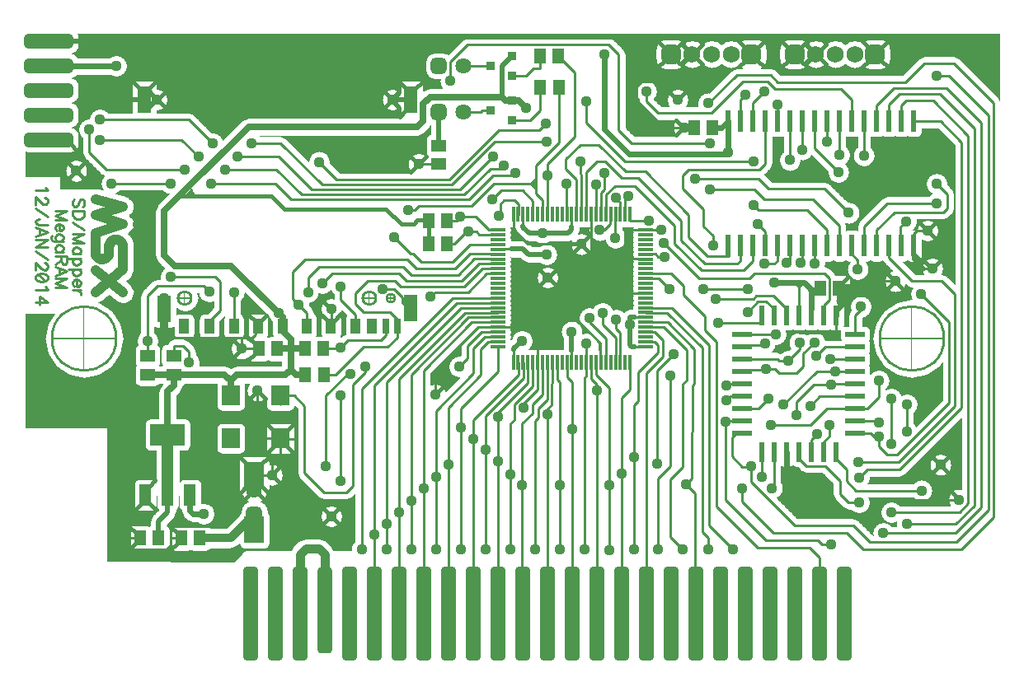
<source format=gtl>
G04*
G04  File:            SD-MAPPER-FINAL_VERSION.GTL, Fri Dec 19 17:45:42 2014*
G04  Source:          P-CAD 2002 PCB (6/400) TRIAL VERSION - 1 days left, Version 17.01.22, (E:\Eletro\P-CAD_PCI\SD-Mapper\SD-Mapper-final_version.PCB)*
G04  Format:          Gerber Format (RS-274-D), ASCII*
G04*
G04  Format Options:  Absolute Positioning*
G04                   Leading-Zero Suppression*
G04                   Scale Factor 1:1*
G04                   NO Circular Interpolation*
G04                   Inch Units*
G04                   Numeric Format: 4.4 (XXXX.XXXX)*
G04                   G54 NOT Used for Aperture Change*
G04                   Apertures Embedded*
G04*
G04  File Options:    Offset = (0.0mil,0.0mil)*
G04                   Drill Symbol Size = 80.0mil*
G04                   Pad/Via Holes*
G04*
G04  File Contents:   Pads*
G04                   Vias*
G04                   No Designators*
G04                   No Types*
G04                   No Values*
G04                   No Drill Symbols*
G04                   Top*
G04*
%INSD-MAPPER-FINAL_VERSION.GTL*%
%ICAS*%
%MOIN*%
G04*
G04  Aperture MACROs for general use --- invoked via D-code assignment *
G04*
G04  General MACRO for flashed round with rotation and/or offset hole *
%AMROTOFFROUND*
1,1,$1,0.0000,0.0000*
1,0,$2,$3,$4*%
G04*
G04  General MACRO for flashed oval (obround) with rotation and/or offset hole *
%AMROTOFFOVAL*
21,1,$1,$2,0.0000,0.0000,$3*
1,1,$4,$5,$6*
1,1,$4,0-$5,0-$6*
1,0,$7,$8,$9*%
G04*
G04  General MACRO for flashed oval (obround) with rotation and no hole *
%AMROTOVALNOHOLE*
21,1,$1,$2,0.0000,0.0000,$3*
1,1,$4,$5,$6*
1,1,$4,0-$5,0-$6*%
G04*
G04  General MACRO for flashed rectangle with rotation and/or offset hole *
%AMROTOFFRECT*
21,1,$1,$2,0.0000,0.0000,$3*
1,0,$4,$5,$6*%
G04*
G04  General MACRO for flashed rectangle with rotation and no hole *
%AMROTRECTNOHOLE*
21,1,$1,$2,0.0000,0.0000,$3*%
G04*
G04  General MACRO for flashed rounded-rectangle *
%AMROUNDRECT*
21,1,$1,$2-$4,0.0000,0.0000,$3*
21,1,$1-$4,$2,0.0000,0.0000,$3*
1,1,$4,$5,$6*
1,1,$4,$7,$8*
1,1,$4,0-$5,0-$6*
1,1,$4,0-$7,0-$8*
1,0,$9,$10,$11*%
G04*
G04  General MACRO for flashed rounded-rectangle with rotation and no hole *
%AMROUNDRECTNOHOLE*
21,1,$1,$2-$4,0.0000,0.0000,$3*
21,1,$1-$4,$2,0.0000,0.0000,$3*
1,1,$4,$5,$6*
1,1,$4,$7,$8*
1,1,$4,0-$5,0-$6*
1,1,$4,0-$7,0-$8*%
G04*
G04  General MACRO for flashed regular polygon *
%AMREGPOLY*
5,1,$1,0.0000,0.0000,$2,$3+$4*
1,0,$5,$6,$7*%
G04*
G04  General MACRO for flashed regular polygon with no hole *
%AMREGPOLYNOHOLE*
5,1,$1,0.0000,0.0000,$2,$3+$4*%
G04*
G04  General MACRO for target *
%AMTARGET*
6,0,0,$1,$2,$3,4,$4,$5,$6*%
G04*
G04  General MACRO for mounting hole *
%AMMTHOLE*
1,1,$1,0,0*
1,0,$2,0,0*
$1=$1-$2*
$1=$1/2*
21,1,$2+$1,$3,0,0,$4*
21,1,$3,$2+$1,0,0,$4*%
G04*
G04*
G04  D10 : "Ellipse X10.0mil Y10.0mil H0.0mil 0.0deg (0.0mil,0.0mil) Draw"*
G04  Disc: OuterDia=0.0100*
%ADD10C, 0.0100*%
G04  D11 : "Ellipse X12.0mil Y12.0mil H0.0mil 0.0deg (0.0mil,0.0mil) Draw"*
G04  Disc: OuterDia=0.0120*
%ADD11C, 0.0120*%
G04  D12 : "Ellipse X15.0mil Y15.0mil H0.0mil 0.0deg (0.0mil,0.0mil) Draw"*
G04  Disc: OuterDia=0.0150*
%ADD12C, 0.0150*%
G04  D13 : "Ellipse X17.0mil Y17.0mil H0.0mil 0.0deg (0.0mil,0.0mil) Draw"*
G04  Disc: OuterDia=0.0170*
%ADD13C, 0.0170*%
G04  D14 : "Ellipse X18.0mil Y18.0mil H0.0mil 0.0deg (0.0mil,0.0mil) Draw"*
G04  Disc: OuterDia=0.0180*
%ADD14C, 0.0180*%
G04  D15 : "Ellipse X2.0mil Y2.0mil H0.0mil 0.0deg (0.0mil,0.0mil) Draw"*
G04  Disc: OuterDia=0.0020*
%ADD15C, 0.0020*%
G04  D16 : "Ellipse X20.0mil Y20.0mil H0.0mil 0.0deg (0.0mil,0.0mil) Draw"*
G04  Disc: OuterDia=0.0200*
%ADD16C, 0.0200*%
G04  D17 : "Ellipse X22.0mil Y22.0mil H0.0mil 0.0deg (0.0mil,0.0mil) Draw"*
G04  Disc: OuterDia=0.0220*
%ADD17C, 0.0220*%
G04  D18 : "Ellipse X24.0mil Y24.0mil H0.0mil 0.0deg (0.0mil,0.0mil) Draw"*
G04  Disc: OuterDia=0.0240*
%ADD18C, 0.0240*%
G04  D19 : "Ellipse X26.0mil Y26.0mil H0.0mil 0.0deg (0.0mil,0.0mil) Draw"*
G04  Disc: OuterDia=0.0260*
%ADD19C, 0.0260*%
G04  D20 : "Ellipse X34.0mil Y34.0mil H0.0mil 0.0deg (0.0mil,0.0mil) Draw"*
G04  Disc: OuterDia=0.0340*
%ADD20C, 0.0340*%
G04  D21 : "Ellipse X35.0mil Y35.0mil H0.0mil 0.0deg (0.0mil,0.0mil) Draw"*
G04  Disc: OuterDia=0.0350*
%ADD21C, 0.0350*%
G04  D22 : "Ellipse X40.0mil Y40.0mil H0.0mil 0.0deg (0.0mil,0.0mil) Draw"*
G04  Disc: OuterDia=0.0400*
%ADD22C, 0.0400*%
G04  D23 : "Ellipse X45.0mil Y45.0mil H0.0mil 0.0deg (0.0mil,0.0mil) Draw"*
G04  Disc: OuterDia=0.0450*
%ADD23C, 0.0450*%
G04  D24 : "Ellipse X8.0mil Y8.0mil H0.0mil 0.0deg (0.0mil,0.0mil) Draw"*
G04  Disc: OuterDia=0.0080*
%ADD24C, 0.0080*%
G04  D25 : "Ellipse X285.0mil Y285.0mil H0.0mil 0.0deg (0.0mil,0.0mil) Flash"*
G04  Disc: OuterDia=0.2850*
%ADD25C, 0.2850*%
G04  D26 : "Ellipse X59.0mil Y59.0mil H0.0mil 0.0deg (0.0mil,0.0mil) Flash"*
G04  Disc: OuterDia=0.0590*
%ADD26C, 0.0590*%
G04  D27 : "Ellipse X64.0mil Y64.0mil H0.0mil 0.0deg (0.0mil,0.0mil) Flash"*
G04  Disc: OuterDia=0.0640*
%ADD27C, 0.0640*%
G04  D28 : "Ellipse X68.0mil Y68.0mil H0.0mil 0.0deg (0.0mil,0.0mil) Flash"*
G04  Disc: OuterDia=0.0680*
%ADD28C, 0.0680*%
G04  D29 : "Ellipse X79.0mil Y79.0mil H0.0mil 0.0deg (0.0mil,0.0mil) Flash"*
G04  Disc: OuterDia=0.0790*
%ADD29C, 0.0790*%
G04  D30 : "Ellipse X83.0mil Y83.0mil H0.0mil 0.0deg (0.0mil,0.0mil) Flash"*
G04  Disc: OuterDia=0.0830*
%ADD30C, 0.0830*%
G04  D31 : "Mounting Hole X270.0mil Y270.0mil H0.0mil 0.0deg (0.0mil,0.0mil) Flash"*
G04  Mounting Hole: Diameter=0.2700, Rotation=0.0, LineWidth=0.0050 *
%ADD31MTHOLE, 0.2700 X0.2500 X0.0050 X0.0*%
G04  D32 : "Mounting Hole X44.0mil Y44.0mil H0.0mil 0.0deg (0.0mil,0.0mil) Flash"*
G04  Mounting Hole: Diameter=0.0440, Rotation=0.0, LineWidth=0.0050 *
%ADD32MTHOLE, 0.0440 X0.0240 X0.0050 X0.0*%
G04  D33 : "Mounting Hole X64.0mil Y64.0mil H0.0mil 0.0deg (0.0mil,0.0mil) Flash"*
G04  Mounting Hole: Diameter=0.0640, Rotation=0.0, LineWidth=0.0050 *
%ADD33MTHOLE, 0.0640 X0.0440 X0.0050 X0.0*%
G04  D34 : "Rounded Rectangle X196.9mil Y60.0mil H0.0mil 0.0deg (0.0mil,0.0mil) Flash"*
G04  RoundRct: DimX=0.1969, DimY=0.0600, CornerRad=0.0150, Rotation=0.0, OffsetX=0.0000, OffsetY=0.0000, HoleDia=0.0000 *
%ADD34ROUNDRECTNOHOLE, 0.1969 X0.0600 X0.0 X0.0300 X-0.0834 X-0.0150 X-0.0834 X0.0150*%
G04  D35 : "Rounded Rectangle X60.0mil Y350.0mil H0.0mil 0.0deg (0.0mil,0.0mil) Flash"*
G04  RoundRct: DimX=0.0600, DimY=0.3500, CornerRad=0.0150, Rotation=0.0, OffsetX=0.0000, OffsetY=0.0000, HoleDia=0.0000 *
%ADD35ROUNDRECTNOHOLE, 0.0600 X0.3500 X0.0 X0.0300 X-0.0150 X-0.1600 X-0.0150 X0.1600*%
G04  D36 : "Rounded Rectangle X60.0mil Y380.0mil H0.0mil 0.0deg (0.0mil,0.0mil) Flash"*
G04  RoundRct: DimX=0.0600, DimY=0.3800, CornerRad=0.0150, Rotation=0.0, OffsetX=0.0000, OffsetY=0.0000, HoleDia=0.0000 *
%ADD36ROUNDRECTNOHOLE, 0.0600 X0.3800 X0.0 X0.0300 X-0.0150 X-0.1750 X-0.0150 X0.1750*%
G04  D37 : "Rounded Rectangle X64.0mil Y64.0mil H0.0mil 0.0deg (0.0mil,0.0mil) Flash"*
G04  RoundRct: DimX=0.0640, DimY=0.0640, CornerRad=0.0160, Rotation=0.0, OffsetX=0.0000, OffsetY=0.0000, HoleDia=0.0000 *
%ADD37ROUNDRECTNOHOLE, 0.0640 X0.0640 X0.0 X0.0320 X-0.0160 X-0.0160 X-0.0160 X0.0160*%
G04  D38 : "Rounded Rectangle X211.9mil Y75.0mil H0.0mil 0.0deg (0.0mil,0.0mil) Flash"*
G04  RoundRct: DimX=0.2119, DimY=0.0750, CornerRad=0.0187, Rotation=0.0, OffsetX=0.0000, OffsetY=0.0000, HoleDia=0.0000 *
%ADD38ROUNDRECTNOHOLE, 0.2119 X0.0750 X0.0 X0.0375 X-0.0872 X-0.0187 X-0.0872 X0.0187*%
G04  D39 : "Rounded Rectangle X75.0mil Y365.0mil H0.0mil 0.0deg (0.0mil,0.0mil) Flash"*
G04  RoundRct: DimX=0.0750, DimY=0.3650, CornerRad=0.0187, Rotation=0.0, OffsetX=0.0000, OffsetY=0.0000, HoleDia=0.0000 *
%ADD39ROUNDRECTNOHOLE, 0.0750 X0.3650 X0.0 X0.0375 X-0.0187 X-0.1638 X-0.0187 X0.1638*%
G04  D40 : "Rounded Rectangle X75.0mil Y395.0mil H0.0mil 0.0deg (0.0mil,0.0mil) Flash"*
G04  RoundRct: DimX=0.0750, DimY=0.3950, CornerRad=0.0187, Rotation=0.0, OffsetX=0.0000, OffsetY=0.0000, HoleDia=0.0000 *
%ADD40ROUNDRECTNOHOLE, 0.0750 X0.3950 X0.0 X0.0375 X-0.0187 X-0.1788 X-0.0187 X0.1788*%
G04  D41 : "Rounded Rectangle X78.0mil Y78.0mil H0.0mil 0.0deg (0.0mil,0.0mil) Flash"*
G04  RoundRct: DimX=0.0780, DimY=0.0780, CornerRad=0.0195, Rotation=0.0, OffsetX=0.0000, OffsetY=0.0000, HoleDia=0.0000 *
%ADD41ROUNDRECTNOHOLE, 0.0780 X0.0780 X0.0 X0.0390 X-0.0195 X-0.0195 X-0.0195 X0.0195*%
G04  D42 : "Rounded Rectangle X79.0mil Y79.0mil H0.0mil 0.0deg (0.0mil,0.0mil) Flash"*
G04  RoundRct: DimX=0.0790, DimY=0.0790, CornerRad=0.0198, Rotation=0.0, OffsetX=0.0000, OffsetY=0.0000, HoleDia=0.0000 *
%ADD42ROUNDRECTNOHOLE, 0.0790 X0.0790 X0.0 X0.0395 X-0.0198 X-0.0198 X-0.0198 X0.0198*%
G04  D43 : "Rounded Rectangle X93.0mil Y93.0mil H0.0mil 0.0deg (0.0mil,0.0mil) Flash"*
G04  RoundRct: DimX=0.0930, DimY=0.0930, CornerRad=0.0233, Rotation=0.0, OffsetX=0.0000, OffsetY=0.0000, HoleDia=0.0000 *
%ADD43ROUNDRECTNOHOLE, 0.0930 X0.0930 X0.0 X0.0465 X-0.0233 X-0.0233 X-0.0233 X0.0233*%
G04  D44 : "Rectangle X11.8mil Y63.0mil H0.0mil 0.0deg (0.0mil,0.0mil) Flash"*
G04  Rectangular: DimX=0.0118, DimY=0.0630, Rotation=0.0, OffsetX=0.0000, OffsetY=0.0000, HoleDia=0.0000 *
%ADD44R, 0.0118 X0.0630*%
G04  D45 : "Rectangle X63.0mil Y11.8mil H0.0mil 0.0deg (0.0mil,0.0mil) Flash"*
G04  Rectangular: DimX=0.0630, DimY=0.0118, Rotation=0.0, OffsetX=0.0000, OffsetY=0.0000, HoleDia=0.0000 *
%ADD45R, 0.0630 X0.0118*%
G04  D46 : "Rectangle X141.7mil Y86.6mil H0.0mil 0.0deg (0.0mil,0.0mil) Flash"*
G04  Rectangular: DimX=0.1417, DimY=0.0866, Rotation=0.0, OffsetX=0.0000, OffsetY=0.0000, HoleDia=0.0000 *
%ADD46R, 0.1417 X0.0866*%
G04  D47 : "Rectangle X156.7mil Y101.6mil H0.0mil 0.0deg (0.0mil,0.0mil) Flash"*
G04  Rectangular: DimX=0.1567, DimY=0.1016, Rotation=0.0, OffsetX=0.0000, OffsetY=0.0000, HoleDia=0.0000 *
%ADD47R, 0.1567 X0.1016*%
G04  D48 : "Rectangle X23.6mil Y78.7mil H0.0mil 0.0deg (0.0mil,0.0mil) Flash"*
G04  Rectangular: DimX=0.0236, DimY=0.0787, Rotation=0.0, OffsetX=0.0000, OffsetY=0.0000, HoleDia=0.0000 *
%ADD48R, 0.0236 X0.0787*%
G04  D49 : "Rectangle X78.7mil Y23.6mil H0.0mil 0.0deg (0.0mil,0.0mil) Flash"*
G04  Rectangular: DimX=0.0787, DimY=0.0236, Rotation=0.0, OffsetX=0.0000, OffsetY=0.0000, HoleDia=0.0000 *
%ADD49R, 0.0787 X0.0236*%
G04  D50 : "Rectangle X23.6mil Y86.6mil H0.0mil 0.0deg (0.0mil,0.0mil) Flash"*
G04  Rectangular: DimX=0.0236, DimY=0.0866, Rotation=0.0, OffsetX=0.0000, OffsetY=0.0000, HoleDia=0.0000 *
%ADD50R, 0.0236 X0.0866*%
G04  D51 : "Rectangle X26.0mil Y60.0mil H0.0mil 0.0deg (0.0mil,0.0mil) Flash"*
G04  Rectangular: DimX=0.0260, DimY=0.0600, Rotation=0.0, OffsetX=0.0000, OffsetY=0.0000, HoleDia=0.0000 *
%ADD51R, 0.0260 X0.0600*%
G04  D52 : "Rectangle X26.8mil Y78.0mil H0.0mil 0.0deg (0.0mil,0.0mil) Flash"*
G04  Rectangular: DimX=0.0268, DimY=0.0780, Rotation=0.0, OffsetX=0.0000, OffsetY=0.0000, HoleDia=0.0000 *
%ADD52R, 0.0268 X0.0780*%
G04  D53 : "Rectangle X78.0mil Y26.8mil H0.0mil 0.0deg (0.0mil,0.0mil) Flash"*
G04  Rectangular: DimX=0.0780, DimY=0.0268, Rotation=0.0, OffsetX=0.0000, OffsetY=0.0000, HoleDia=0.0000 *
%ADD53R, 0.0780 X0.0268*%
G04  D54 : "Rectangle X32.0mil Y32.0mil H0.0mil 0.0deg (0.0mil,0.0mil) Flash"*
G04  Square: Side=0.0320, Rotation=0.0, OffsetX=0.0000, OffsetY=0.0000, HoleDia=0.0000*
%ADD54R, 0.0320 X0.0320*%
G04  D55 : "Rectangle X38.6mil Y101.6mil H0.0mil 0.0deg (0.0mil,0.0mil) Flash"*
G04  Rectangular: DimX=0.0386, DimY=0.1016, Rotation=0.0, OffsetX=0.0000, OffsetY=0.0000, HoleDia=0.0000 *
%ADD55R, 0.0386 X0.1016*%
G04  D56 : "Rectangle X38.6mil Y93.7mil H0.0mil 0.0deg (0.0mil,0.0mil) Flash"*
G04  Rectangular: DimX=0.0386, DimY=0.0937, Rotation=0.0, OffsetX=0.0000, OffsetY=0.0000, HoleDia=0.0000 *
%ADD56R, 0.0386 X0.0937*%
G04  D57 : "Rectangle X93.7mil Y38.6mil H0.0mil 0.0deg (0.0mil,0.0mil) Flash"*
G04  Rectangular: DimX=0.0937, DimY=0.0386, Rotation=0.0, OffsetX=0.0000, OffsetY=0.0000, HoleDia=0.0000 *
%ADD57R, 0.0937 X0.0386*%
G04  D58 : "Rectangle X40.0mil Y60.0mil H0.0mil 0.0deg (0.0mil,0.0mil) Flash"*
G04  Rectangular: DimX=0.0400, DimY=0.0600, Rotation=0.0, OffsetX=0.0000, OffsetY=0.0000, HoleDia=0.0000 *
%ADD58R, 0.0400 X0.0600*%
G04  D59 : "Rectangle X41.0mil Y75.0mil H0.0mil 0.0deg (0.0mil,0.0mil) Flash"*
G04  Rectangular: DimX=0.0410, DimY=0.0750, Rotation=0.0, OffsetX=0.0000, OffsetY=0.0000, HoleDia=0.0000 *
%ADD59R, 0.0410 X0.0750*%
G04  D60 : "Rectangle X47.0mil Y47.0mil H0.0mil 0.0deg (0.0mil,0.0mil) Flash"*
G04  Square: Side=0.0470, Rotation=0.0, OffsetX=0.0000, OffsetY=0.0000, HoleDia=0.0000*
%ADD60R, 0.0470 X0.0470*%
G04  D61 : "Rectangle X47.2mil Y86.6mil H0.0mil 0.0deg (0.0mil,0.0mil) Flash"*
G04  Rectangular: DimX=0.0472, DimY=0.0866, Rotation=0.0, OffsetX=0.0000, OffsetY=0.0000, HoleDia=0.0000 *
%ADD61R, 0.0472 X0.0866*%
G04  D62 : "Rectangle X51.2mil Y59.1mil H0.0mil 0.0deg (0.0mil,0.0mil) Flash"*
G04  Rectangular: DimX=0.0512, DimY=0.0591, Rotation=0.0, OffsetX=0.0000, OffsetY=0.0000, HoleDia=0.0000 *
%ADD62R, 0.0512 X0.0591*%
G04  D63 : "Rectangle X59.1mil Y51.2mil H0.0mil 0.0deg (0.0mil,0.0mil) Flash"*
G04  Rectangular: DimX=0.0591, DimY=0.0512, Rotation=0.0, OffsetX=0.0000, OffsetY=0.0000, HoleDia=0.0000 *
%ADD63R, 0.0591 X0.0512*%
G04  D64 : "Rectangle X55.0mil Y75.0mil H0.0mil 0.0deg (0.0mil,0.0mil) Flash"*
G04  Rectangular: DimX=0.0550, DimY=0.0750, Rotation=0.0, OffsetX=0.0000, OffsetY=0.0000, HoleDia=0.0000 *
%ADD64R, 0.0550 X0.0750*%
G04  D65 : "Rectangle X58.0mil Y110.0mil H0.0mil 0.0deg (0.0mil,0.0mil) Flash"*
G04  Rectangular: DimX=0.0580, DimY=0.1100, Rotation=0.0, OffsetX=0.0000, OffsetY=0.0000, HoleDia=0.0000 *
%ADD65R, 0.0580 X0.1100*%
G04  D66 : "Rectangle X62.2mil Y101.6mil H0.0mil 0.0deg (0.0mil,0.0mil) Flash"*
G04  Rectangular: DimX=0.0622, DimY=0.1016, Rotation=0.0, OffsetX=0.0000, OffsetY=0.0000, HoleDia=0.0000 *
%ADD66R, 0.0622 X0.1016*%
G04  D67 : "Rectangle X66.2mil Y74.1mil H0.0mil 0.0deg (0.0mil,0.0mil) Flash"*
G04  Rectangular: DimX=0.0662, DimY=0.0741, Rotation=0.0, OffsetX=0.0000, OffsetY=0.0000, HoleDia=0.0000 *
%ADD67R, 0.0662 X0.0741*%
G04  D68 : "Rectangle X74.1mil Y66.2mil H0.0mil 0.0deg (0.0mil,0.0mil) Flash"*
G04  Rectangular: DimX=0.0741, DimY=0.0662, Rotation=0.0, OffsetX=0.0000, OffsetY=0.0000, HoleDia=0.0000 *
%ADD68R, 0.0741 X0.0662*%
G04  D69 : "Rectangle X72.0mil Y80.0mil H0.0mil 0.0deg (0.0mil,0.0mil) Flash"*
G04  Rectangular: DimX=0.0720, DimY=0.0800, Rotation=0.0, OffsetX=0.0000, OffsetY=0.0000, HoleDia=0.0000 *
%ADD69R, 0.0720 X0.0800*%
G04  D70 : "Rectangle X73.0mil Y125.0mil H0.0mil 0.0deg (0.0mil,0.0mil) Flash"*
G04  Rectangular: DimX=0.0730, DimY=0.1250, Rotation=0.0, OffsetX=0.0000, OffsetY=0.0000, HoleDia=0.0000 *
%ADD70R, 0.0730 X0.1250*%
G04  D71 : "Rectangle X80.0mil Y110.0mil H0.0mil 0.0deg (0.0mil,0.0mil) Flash"*
G04  Rectangular: DimX=0.0800, DimY=0.1100, Rotation=0.0, OffsetX=0.0000, OffsetY=0.0000, HoleDia=0.0000 *
%ADD71R, 0.0800 X0.1100*%
G04  D72 : "Rectangle X87.0mil Y95.0mil H0.0mil 0.0deg (0.0mil,0.0mil) Flash"*
G04  Rectangular: DimX=0.0870, DimY=0.0950, Rotation=0.0, OffsetX=0.0000, OffsetY=0.0000, HoleDia=0.0000 *
%ADD72R, 0.0870 X0.0950*%
G04  D73 : "Rectangle X95.0mil Y125.0mil H0.0mil 0.0deg (0.0mil,0.0mil) Flash"*
G04  Rectangular: DimX=0.0950, DimY=0.1250, Rotation=0.0, OffsetX=0.0000, OffsetY=0.0000, HoleDia=0.0000 *
%ADD73R, 0.0950 X0.1250*%
G04  D74 : "Ellipse X44.0mil Y44.0mil H0.0mil 0.0deg (0.0mil,0.0mil) Flash"*
G04  Disc: OuterDia=0.0440*
%ADD74C, 0.0440*%
G04*
%FSLAX44Y44*%
%SFA1B1*%
%OFA0.0000B0.0000*%
G04*
G70*
G90*
G01*
D2*
%LNTop*%
D22*
X32246Y80761*
X32257Y80740D1*
X32270Y80719*
X32285Y80700*
X32302Y80682*
X32320Y80665*
X32339Y80650*
X32360Y80637*
X32381Y80626*
X32404Y80616*
X32427Y80609*
X32451Y80604*
X32475Y80601*
X32500Y80600*
X32524Y80601*
X32548Y80604*
X32572Y80609*
X32595Y80616*
X32618Y80626*
X32640Y80637*
X32660Y80650*
X32680Y80665*
X32698Y80682*
X32714Y80700*
X32729Y80719*
X32742Y80740*
X32753Y80761*
X32236Y80784D2*
X32246Y80761D1*
X32753D2*
X32763Y80784D1*
D2*
D10*
X31970Y85850*
Y84930D1*
X32660Y84240*
X30360Y85430D2*
X31040D1*
D2*
D16*
X30360Y89430*
X32590D1*
D2*
D10*
X30360Y88420*
Y88430D1*
X33690Y68850D2*
X35100D1*
X34020Y69320D2*
X33590D1*
X35690Y69310D2*
X35260D1*
Y69680*
X35360Y69780*
X34240Y71060D2*
Y70870D1*
X33590Y70220*
Y69320*
D2*
D16*
X34768*
Y69980D1*
D2*
D10*
X34770D1*
D2*
D16*
X35150Y71060*
Y70360D1*
X34770Y69980*
D2*
D10*
X34330Y76690*
Y77300D1*
X35390Y77100D2*
X35760D1*
X35340Y77410D2*
X35000Y77750D1*
D2*
D19*
X35390Y75490*
X35145Y75245D1*
X35390Y75941D2*
Y75942D1*
Y75940D2*
Y75941D1*
Y75940D2*
Y75490D1*
D2*
D10*
Y76690*
Y77100D1*
D2*
D19*
Y75940*
X34330D1*
D2*
D10*
Y79120*
X34730Y79520D1*
D2*
D20*
X35000Y78640*
Y78600D1*
Y78640D2*
X34890Y78590D1*
D2*
D10*
X35000Y78600*
X34890Y78590D1*
D2*
D19*
X35430Y80330*
X35010Y80750D1*
D2*
D10*
X35540Y83070*
X35630Y83160D1*
X35730Y83260D2*
X35630Y83160D1*
D2*
D13*
X35730Y83260*
X35630Y83160D1*
D2*
D19*
X35010Y82550*
X35535Y83075D1*
D2*
D22*
X33208Y81347*
X33228Y81333D1*
X33247Y81318*
X33264Y81301*
X33280Y81282*
X33294Y81262*
X33307Y81241*
X33317Y81219*
D2*
D10*
X33440Y87290*
X33660Y87070D1*
X33710Y88710D2*
X33440Y87290D1*
X34370Y87410D2*
X34107Y87070D1*
X34100Y87060*
X34210Y87070D2*
X34206Y87069D1*
X34100Y87060*
X34210Y87070D2*
X34206Y87069D1*
X34100Y87060*
X36930Y69780D2*
X37840Y70710D1*
X38160Y70810*
X38650Y71270*
Y69650D2*
Y70270D1*
D2*
D20*
X37690Y69310*
X38650Y70270D1*
D2*
D17*
X36160Y70300*
X36610D1*
D2*
D20*
X37690Y69310*
X36438D1*
X36438*
D2*
D10*
X36840Y77890*
X36730Y77880D1*
X38820Y76980D2*
X38130D1*
Y77410D2*
Y76980D1*
Y77410D2*
X38570Y77420D1*
X38700Y77550*
Y77880*
X38810Y77890*
D2*
D19*
X37700Y75410*
Y75690D1*
X37700Y75690*
X37930Y75920D2*
X37700Y75690D1*
X37700Y75691D2*
X37450Y75940D1*
D2*
D10*
X36590Y79520*
X36820Y79290D1*
X37280Y78530D2*
Y79690D1*
X37080Y79890*
D2*
D21*
X41490Y66210*
Y66400D1*
X40490Y66210D2*
Y66250D1*
X41490Y66400D2*
Y68660D1*
X40490D2*
Y66250D1*
D2*
D10*
X39360Y72390*
X39460Y72490D1*
X39700*
X40320Y73340D2*
X39700Y73350D1*
Y72490D2*
Y73350D1*
X41460Y75910D2*
X41920D1*
X40780Y77880D2*
Y77890D1*
X41760Y77880D2*
Y77890D1*
Y77880D2*
X41650D1*
X41760Y77890*
X40260Y75080D2*
X39700D1*
D2*
D19*
X39754Y77815*
X39790Y77819D1*
D2*
D10*
X39754Y77815*
X39790Y77819D1*
X39800Y77890D2*
X39790Y77889D1*
X39690Y77880*
D2*
D19*
X39800Y77820*
X39790Y77819D1*
Y77780D2*
Y77819D1*
D2*
D10*
X39800Y77820*
X39790Y77819D1*
X39800Y77890D2*
X39790Y77889D1*
X39690Y77880*
X40060Y76980D2*
X40120D1*
D2*
D19*
Y76140D1*
D2*
D10*
X40060Y76980*
X40120D1*
X40060D2*
X40120D1*
X40060D2*
X40120D1*
D2*
D19*
Y76140*
X39900Y75920D1*
X40120Y76140D2*
X40350Y75910D1*
X39790Y77710D2*
Y77700D1*
X40120Y77370*
Y76980*
D2*
D10*
X39754Y77815*
X39690Y77810D1*
Y77880*
D2*
D19*
X40350Y75910*
X40711D1*
X40712*
X40120Y76980D2*
X40701D1*
X40702*
X40060D2*
X39568D1*
X39568*
D2*
D10*
X41790Y80020*
X41410Y79640D1*
X41260Y80300D2*
X40820Y79860D1*
Y79270*
X40700Y80580D2*
X40200Y80080D1*
Y79000*
X40450Y78750*
X40780Y78420D2*
X40450Y78750D1*
D2*
D19*
X39789Y78250*
X39690Y78350D1*
X39789Y78250D2*
X39790Y78250D1*
D2*
D10*
X39500Y83670*
X40150Y83010D1*
D2*
D13*
X39870Y82640*
X39350Y83160D1*
D2*
D10*
X43490Y66210*
Y66250D1*
X44490Y66210D2*
Y66250D1*
X42630Y71410D2*
X42380Y71160D1*
X42990Y72780D2*
Y72770D1*
Y72780D2*
Y72770D1*
X43060Y77050D2*
X44050D1*
X44440Y77440*
Y77890*
X42750Y77770D2*
Y77890D1*
X43970D2*
Y77520D1*
X43780Y77330*
X42420*
X42120Y77030*
X42070Y76980D2*
X42120Y77030D1*
X43140Y76250D2*
Y76020D1*
X42630Y75510*
X42530Y75970D2*
X42420D1*
X44800Y79730D2*
X44510Y80020D1*
X44580Y79500D2*
X44340Y79740D1*
X43220*
X42720Y79240*
Y78800*
X43070Y78450*
X44150*
X44440Y78160*
Y78150*
X42750Y78360D2*
X42150Y78960D1*
Y79500*
X44880Y78600D2*
X44630Y78850D1*
Y79050*
X44290Y79400*
X44040*
X43830*
D2*
D13*
X44590Y82030*
X43980Y82640D1*
D2*
D16*
X44510Y86720*
Y86410D1*
X44500Y87810D2*
Y87310D1*
D2*
D10*
X45490Y66210*
Y66250D1*
X46490Y66210D2*
Y66250D1*
X47490Y66210D2*
Y66250D1*
X46490Y74590D2*
Y72300D1*
X46990Y74570D2*
Y73790D1*
X47490Y74100D2*
Y73320D1*
X47690Y77850D2*
X45960Y76110D1*
Y75130*
X47510Y75980D2*
Y77000D1*
X47810Y76970D2*
Y75910D1*
X47850Y77660D2*
X47280Y77090D1*
Y76600*
X46930Y76250*
X47720Y80420D2*
X47030Y79730D1*
X47860Y80220D2*
X47140Y79500D1*
X46670Y80500D2*
X45400D1*
X45080Y80820*
X47550Y80610D2*
X46910Y79970D1*
X47370Y80810D2*
X46780Y80220D1*
X45200*
X47290Y79270D2*
X46300D1*
X45960*
X45770Y79080*
X47440Y82760D2*
X45290D1*
X45120Y82590*
X46830Y82170D2*
X46980Y82310D1*
X47600D2*
X46980D1*
X46740Y81230D2*
X47220Y81710D1*
X47290*
X47750Y81590D2*
X47630Y81710D1*
X47290*
D2*
D13*
X45700Y81230*
Y82170D1*
D2*
D10*
X45690Y82180*
X45700Y82170D1*
D2*
D13*
X45690Y82180*
X45250D1*
X45100Y82030*
D2*
D10*
X46448Y81230*
X46448D1*
X46740*
X46448Y82170D2*
X46448D1*
X46830*
X47100Y86560D2*
X47800D1*
X47870Y86630*
X46100Y84450D2*
X45290D1*
D2*
D19*
X45470Y86200*
X45230Y85960D1*
D2*
D16*
X46100Y85198*
Y85198D1*
Y86560*
D2*
D10*
X47110Y88430*
X47580D1*
X47590Y88420*
X46580Y87810D2*
Y88580D1*
X47280Y89280*
X50490Y66210D2*
Y66250D1*
X48490Y66210D2*
Y66250D1*
X49490Y66210D2*
X49470Y66200D1*
X50680Y74710D2*
X50490Y74520D1*
Y74340*
X49540Y74580D2*
Y74770D1*
X50500Y74920D2*
X50130Y74550D1*
Y74190*
X50000Y74060*
X48490Y74220D2*
Y72440D1*
Y74380D2*
Y74230D1*
Y74220*
X49180Y74740D2*
Y74110D1*
X48990Y73920*
X49890Y74720D2*
Y74370D1*
X49470Y73950*
X50694Y76435D2*
X50690Y76430D1*
X48497Y77860D2*
X48490Y77853D1*
X48487Y77850D2*
X48490Y77853D1*
X50100Y75330D2*
Y76431D1*
X48487Y77850D2*
X49790Y77853D1*
Y77850*
X50110Y77530*
Y77490*
Y76420D2*
Y76437D1*
Y77490*
X48490Y77459D2*
X48489Y77460D1*
X48490Y77262D2*
X48487Y77260D1*
X48100*
X48490Y77656D2*
X48486Y77660D1*
X50497Y76435D2*
X50500Y76433D1*
X50891Y76435D2*
X50890Y76434D1*
Y75720*
X48490Y77065D2*
X48485Y77070D1*
X48490Y76060*
X49316Y76435D2*
X49320Y76432D1*
Y75930*
X48690Y75300*
X49513Y76435D2*
X49520Y76429D1*
Y75790*
X49710Y76435D2*
Y75600D1*
X49907Y76435D2*
X49910Y75470D1*
X50301Y76435D2*
X50300Y76434D1*
Y75130*
X49120Y76440D2*
Y76910D1*
D2*
D16*
Y77000D1*
X49470Y77300*
D2*
D10*
X49710Y76435*
X49710Y76435D1*
X49710Y76435*
X50100Y76431D2*
X50104Y76435D1*
X50104Y76435*
X48490Y80412D2*
X48482Y80420D1*
X48490Y80215D2*
X48485Y80220D1*
X48490Y80608D2*
X48488Y80610D1*
X48490Y80805D2*
X48485Y80810D1*
X48490Y80018D2*
X48488Y80020D1*
X48490Y79034D2*
X48484Y79040D1*
X48490Y78837D2*
X48487Y78840D1*
X48490Y78640D2*
X48489Y78640D1*
X48490Y78443D2*
X48486Y78440D1*
X48490Y78246D2*
X48486Y78250D1*
D2*
D16*
X49730Y80790*
X50460D1*
D2*
D10*
X50860Y79510*
X50510Y79860D1*
X49912Y83671D2*
X49960D1*
X50010Y83839D2*
X49840Y83670D1*
X50010Y83500*
Y83839*
X48490Y81199D2*
X48489Y81200D1*
X50301Y82419D2*
X50300Y82420D1*
X50050Y83670D2*
X48350D1*
X50050D2*
Y83260D1*
X50310Y83000*
X50300Y82420*
X50497Y82419D2*
Y82930D1*
X50500*
Y83810*
X48260Y83010D2*
X48630Y83380D1*
X49500*
X49910Y82970*
Y82422*
X48490Y81790D2*
X48120D1*
X49119Y82419D2*
X49120Y82419D1*
X49690Y81220D2*
X49120Y81790D1*
Y82419*
X48490Y81593D2*
X48486Y81590D1*
X49320Y82423D2*
X49316Y82419D1*
X49320Y82423D2*
X49316Y82419D1*
X49320Y82400D2*
Y82423D1*
Y82830*
X49170Y82980*
X48750*
X48610Y82840*
Y82440*
X48530Y82360*
X49513Y82419D2*
X49510Y82420D1*
Y81980D2*
Y82420D1*
D2*
D16*
Y81960*
Y81900D1*
X49770Y81650*
X50290*
D2*
D10*
X49910Y82422*
X49907Y82419D1*
X49907Y82419*
X48730Y84400D2*
X48600Y84270D1*
X48210*
X48360Y85350D2*
X50450D1*
X50460*
X50210Y86640D2*
X49800Y86230D1*
X49070D2*
X49800D1*
X48520Y85820D2*
X50170D1*
X50450Y86100*
X49070Y88020D2*
X49620D1*
X50200Y88810D2*
Y88340D1*
X49620Y88020D2*
X49940Y88340D1*
X50200*
D2*
D16*
X48660Y87170*
Y88420D1*
X49070Y88820D2*
X48660Y88420D1*
D2*
D10*
X53490Y66210*
Y66250D1*
X51490Y66210D2*
Y66250D1*
X52490Y66210D2*
Y66250D1*
X53253Y76435D2*
X53260Y76441D1*
Y77420*
X52860Y76435D2*
X52860Y76435D1*
Y77400*
X53450Y76435D2*
X53450Y76436D1*
Y77620*
X53270Y77800*
D2*
D11*
X52640Y77180*
Y76910D1*
D2*
D10*
X52650Y76880*
Y76910D1*
X52663Y76435D2*
X52660Y76438D1*
X52650Y76659*
Y76880*
Y76910*
X52466Y76435D2*
X52460Y76429D1*
Y75920*
X52990Y75390*
X53844Y76435D2*
X53840Y76431D1*
Y75340*
X51285Y76435D2*
Y75830D1*
X51490Y75630*
X52070Y76433D2*
X52072Y76435D1*
X52070Y76440D2*
Y77190D1*
Y76433D2*
Y75880D1*
X51990Y75800*
X52269Y76435D2*
Y75750D1*
X52270*
X52490Y75530*
Y75280*
D2*
D16*
X51480Y76900*
Y77670D1*
D2*
D10*
X51482Y76435*
X51480Y76437D1*
Y76900*
D2*
D16*
X53840Y77140*
Y77330D1*
D2*
D10*
X52200Y78060*
Y78230D1*
X53270Y78050D2*
Y78150D1*
X53860Y80610D2*
X53620Y80850D1*
X52280D2*
X53620D1*
X53630*
X53620D2*
X53630D1*
X53620Y79860D2*
Y80370D1*
X53860Y80610*
X53620Y79860D2*
Y79460D1*
X53850Y79230*
X53590Y78970*
X52130*
X51620Y78460*
Y78220*
X53620Y79860D2*
X51210D1*
X52470Y82423D2*
X52466Y82419D1*
X52460Y83640D2*
Y83030D1*
Y82930*
Y82426*
D2*
D14*
X51870Y81220*
X51350D1*
D2*
D10*
X52269Y82419*
X52270Y82419D1*
X53630Y81640D2*
X53780Y81790D1*
X51670Y82428D2*
Y83210D1*
X51660*
Y83220*
Y83830*
X51875Y82419D2*
X51870Y82425D1*
X53050Y82426D2*
X53056Y82419D1*
X52610Y81780D2*
X52800D1*
X53050Y82030*
Y82413*
X53056Y82419*
X52070Y82920D2*
Y82840D1*
Y82422*
X53250Y81470D2*
Y82410D1*
X53253Y82419*
X52663D2*
X52660Y82423D1*
Y83280*
X52800Y83420*
X53450Y82420D2*
X53450Y82419D1*
X53450Y82420D2*
Y82420D1*
X53450Y82419*
X53450Y82420D2*
Y82900D1*
X53270Y83080*
X53220Y83570D2*
X52860Y83210D1*
Y82420*
X53844Y82419D2*
Y82170D1*
X53757Y83169D2*
X53750Y83177D1*
X53650Y82420D2*
Y83030D1*
X53760Y83170*
X51280Y83650D2*
Y82425D1*
X51480Y81940D2*
Y82417D1*
X51482Y82419D2*
X51480Y82417D1*
D2*
D16*
Y81940*
Y81790D1*
X51340Y81650*
D2*
D10*
X53250Y82423*
X53253Y82419D1*
X53253Y82419*
X51280Y82425D2*
X51285Y82419D1*
X51285Y82419*
X52070Y82422D2*
X52072Y82419D1*
X52072Y82419*
X51670Y82428D2*
X51678Y82419D1*
X51679Y82419*
X52460Y82426D2*
X52466Y82419D1*
X52466Y82419*
X51230Y84270D2*
Y84650D1*
X51830Y85240*
X52580*
X53670Y84150*
X51820Y84060D2*
Y84550D1*
X52840Y84570D2*
X52500D1*
X52070Y84140*
X53630Y84560D2*
X52070Y86120D1*
X53380Y85810D2*
X53890Y85300D1*
D2*
D17*
X52790Y85860*
X53790Y84860D1*
D2*
D10*
X52980Y89280*
X53380Y88880D1*
X54490Y66210D2*
Y66250D1*
X56490Y66210D2*
X56480D1*
X55480Y71700D2*
Y69350D1*
X56350Y71740D2*
X56110Y71500D1*
X56480Y71130D2*
X56110Y71500D1*
X54474Y77656D2*
X54480Y77650D1*
X54840*
X55160Y77330*
Y76670*
X54490Y76000*
X54930Y76080D2*
X55610Y76760D1*
X54474Y77262D2*
X54840Y77260D1*
X54960Y77140*
Y76820*
X54160Y76030*
X54474Y77853D2*
X54477Y77850D1*
X55200*
X56120Y76930*
Y75700*
X55980Y75560*
X56440Y76970D2*
Y75560D1*
X56360Y75480*
X54480Y77060D2*
X54474Y77065D1*
Y80608D2*
X54473Y80610D1*
X54478Y80810D2*
X54870D1*
X54980Y80700*
X55220*
X54474Y79821D2*
X54480Y79820D1*
X55010*
X55380Y79450*
X55440Y79390*
X54474Y80018D2*
X54475Y80020D1*
X55490*
X56000Y79510*
Y79150*
X56860Y78290*
X54474Y78050D2*
X55360D1*
X54470Y78640D2*
X54474Y78640D1*
X55540Y78640D2*
X54474D1*
X54474Y78640*
X54474*
X54474Y78443D2*
X54477Y78440D1*
X55330*
X54474Y78246D2*
X54470Y78250D1*
X54474Y80805D2*
X54474Y80805D1*
X54478Y80810*
X54474Y81790D2*
X55110D1*
X55140D2*
X55110D1*
X55140D2*
X55110D1*
X56210Y82400D2*
Y81480D1*
X55910Y81370D2*
Y82160D1*
X54180Y83890*
X55640Y81240D2*
Y81950D1*
X55970Y83460D2*
X56810Y82620D1*
Y81940*
X54474Y81790D2*
X54474D1*
X54474*
X55200Y85930D2*
X56020D1*
X56430D2*
X56020D1*
X55490Y87790D2*
X54300D1*
X54100Y87590*
X55490Y89190D2*
Y88900D1*
Y87790D2*
Y87330D1*
X55760Y87050*
D2*
D16*
X55930Y88480*
X56350Y88900D1*
D2*
D10*
X55930Y89320*
X55490Y88900D1*
D2*
D16*
X56350*
X55930Y89320D1*
D2*
D10*
X55200Y89180*
X55490Y89190D1*
X55200Y89180D2*
X54830Y89550D1*
X55670Y89110D2*
X55490Y89190D1*
X55670Y89110D2*
X56230Y89600D1*
X55490Y87790D2*
X56120Y88270D1*
X55490Y88900*
X59660Y71400D2*
X59580Y71340D1*
X58370D2*
Y70780D1*
X59630Y69520*
X59170Y71780D2*
X59160Y71790D1*
X57690Y70850D2*
X59320Y69220D1*
X58376Y73564D2*
X58130Y73560D1*
X57960Y73390*
Y72610*
X58370Y72200*
X58610*
X58390Y74560D2*
X58376Y74564D1*
X58390Y74560D2*
X59030D1*
X58376Y74064D2*
X57734D1*
X57690Y74020*
X59160Y72808D2*
Y72808D1*
X59660Y72808D2*
Y72808D1*
X58376Y77564D2*
X58660D1*
X58665Y77570*
X59740*
X58376Y77064D2*
X58660D1*
X58725Y77130*
X59240*
X59290Y77180*
X58376Y76564D2*
X59785D1*
X59860Y76490*
X58376Y76064D2*
X58660D1*
X58725Y76130*
X59300*
X59330Y76160*
X59700*
X58376Y75564D2*
X57824D1*
X57750Y75490*
X58376Y75064D2*
X57894D1*
X59700Y76160D2*
X59870Y75990D1*
X57830Y80730D2*
X57800Y80760D1*
X59640Y79110D2*
X58940D1*
X58820Y78990*
X57730*
X57290*
X58300Y80540D2*
X58180Y80420D1*
X58690Y78570D2*
X58685Y78445D1*
X58700Y78500D2*
X58685Y78445D1*
X58670Y78430D2*
X58685Y78445D1*
X59660Y78320D2*
Y78590D1*
X59350Y78890*
X59010*
X58690Y78570*
X58800Y80510D2*
X58450Y80160D1*
X59800Y80540D2*
X59680Y80420D1*
X59280*
X58870Y80040D2*
X58670Y79840D1*
X57800Y81160D2*
Y81150D1*
X58280Y81130D2*
X58300Y81150D1*
X59440Y83460D2*
X59050Y83850D1*
X59300Y81150D2*
Y81730D1*
X59000Y82030*
X59020Y82590D2*
X58830Y82780D1*
X59280Y83020D2*
X58870Y83420D1*
X57060*
X57200Y81550D2*
Y81150D1*
X58800Y86189D2*
Y86940D1*
X59800Y86190D2*
Y86840D1*
X59810Y86850*
X59300Y86189D2*
X59310Y86179D1*
Y84470*
X59060Y84220*
D2*
D17*
X57540Y85930*
X57800Y86189D1*
X57710Y84860D2*
X57800Y84930D1*
Y86189*
Y86189*
X57178Y85930D2*
X57178D1*
X57540*
D2*
D10*
X59810Y87770*
X59520Y88060D1*
X58170*
X58300Y87060D2*
X58490Y87250D1*
X59700Y87480D2*
X59400Y87780D1*
X58410*
X58050Y89600D2*
X58750Y88900D1*
X59250Y88420D2*
X58750Y88900D1*
X61490Y66210D2*
Y66250D1*
X61110Y68910D2*
X61490Y68530D1*
Y66250*
X61300Y71270D2*
Y70300D1*
X60880*
X60330Y70850*
D2*
D17*
Y71270*
Y70850D1*
D2*
D10*
X62330Y71630*
Y71080D1*
X62660Y70750*
X60490Y69830D2*
X62860D1*
X61450Y69220D2*
X61600Y69070D1*
X61970*
X62160Y72530D2*
X62600Y72090D1*
X61660Y72808D2*
Y73210D1*
X61890Y73440*
Y73900*
X61160Y72808D2*
Y73300D1*
X61390Y73530*
X60660Y72540D2*
X60960Y72240D1*
X61720*
X60580Y74280D2*
Y74820D1*
X61790Y74564D2*
X62943D1*
X61790D2*
X61125Y73900D1*
X60660Y72540D2*
Y72808D1*
Y72808*
X62160Y72530D2*
Y72808D1*
Y72808*
D2*
D17*
X60160Y72220*
Y72808D1*
Y72808*
D2*
D10*
X60660Y77640*
X62160D1*
Y77860*
X62940Y76560D2*
X62943Y76564D1*
X60690Y77230D2*
Y76950D1*
X60230Y76490*
X61510Y75060D2*
X62943Y75064D1*
X62943Y75064*
X60840Y76780D2*
X61300Y77240D1*
X62943Y75564D2*
X62943Y75564D1*
X61750Y77060D2*
X61370Y76680D1*
X61940Y76560D2*
X62940D1*
X62150Y76050D2*
X61400D1*
X62160Y76060D2*
X62940D1*
X61280Y75520D2*
X61970D1*
X62080Y75560D2*
X61975Y75514D1*
X61970Y75520*
X62100Y75560D2*
X62080D1*
X62110Y75570D2*
X62100Y75560D1*
X60840Y76260D2*
Y76780D1*
X60570Y75990D2*
X60840Y76260D1*
D2*
D17*
X62160Y78540*
Y78320D1*
D2*
D10*
X60160*
Y78590D1*
X60300Y80570D2*
X60290Y80560D1*
X60310Y80580D2*
X60300Y80570D1*
X60290Y80560*
X60180Y80450*
X60300Y80570D2*
Y80560D1*
X60290*
X60310Y80580D2*
X60300Y80570D1*
X60800Y80550D2*
X60860Y80560D1*
X61660Y78320D2*
Y78590D1*
Y78740*
X61890Y78970*
Y79840*
X61690Y80040*
X61520Y79440D2*
X61490Y79410D1*
D2*
D18*
X61150Y79370*
X61160D1*
D2*
D17*
X61120Y79410*
X61160Y79370D1*
X61120Y79410D2*
X61160Y79370D1*
Y78680*
Y78590*
X61120Y79410D2*
X60860Y79670D1*
D2*
D18*
X61490Y79410*
X61460Y79380D1*
X61160Y79370*
D2*
D21*
X62268Y79440*
X62268D1*
D2*
D10*
X61160Y78320*
Y78590D1*
D2*
D17*
X60860Y79670*
X60660D1*
D2*
D10*
Y78320*
Y79670D1*
Y79500D2*
X60760Y79600D1*
Y79610*
X60660Y79500D2*
X60560Y79600D1*
Y79620*
X62680Y82480D2*
X61690Y83460D1*
X61800Y81150D2*
Y81460D1*
Y81800*
X61010Y82590*
X62300Y81150D2*
Y81460D1*
Y81950*
X61230Y83020*
X61300Y85080D2*
X62260Y84120D1*
X62800Y86189D2*
Y86500D1*
X60800Y85040D2*
Y86189D1*
Y86189*
X61300Y85080D2*
Y86189D1*
Y86189*
X60300Y84610D2*
Y86189D1*
Y86189*
X62300Y84820D2*
Y86189D1*
Y86189*
X61800Y85350D2*
Y86189D1*
Y86189*
X62800Y87050D2*
X62360Y87480D1*
X60920Y89330D2*
X60490Y88900D1*
D2*
D16*
X60920Y89330*
X61350Y88900D1*
X60940Y88490*
D2*
D10*
X63390Y70300*
X63960Y70870D1*
X63890Y73420D2*
Y73030D1*
X64240Y72680*
X64650*
X63570Y73560D2*
X63710Y73420D1*
X63890*
X65030Y73620D2*
Y74730D1*
X64750Y72090D2*
X63420D1*
X64700Y72390D2*
X63080D1*
X63450Y74570D2*
X63210Y74564D1*
X63815Y74064D2*
X63890Y73990D1*
X63050Y79430D2*
X63330Y79710D1*
X64560*
D2*
D12*
X65700Y80220*
X65290Y80630D1*
D2*
D10*
X64300Y80840*
Y80670D1*
X65250Y79720*
X63173Y78546D2*
X63170Y78680D1*
X63050Y80570D2*
Y80200D1*
X65300Y81620D2*
Y81150D1*
Y81620D2*
X65440Y81760D1*
X65870*
X64780Y81110D2*
Y81910D1*
X65000Y82130*
X63800Y81150D2*
Y81460D1*
Y81780*
X64520Y82500*
X63300Y81150D2*
Y81460D1*
Y81940*
X64230Y82870*
X63790Y86100D2*
Y86840D1*
X64310Y86180D2*
Y86850D1*
X64790Y86170D2*
Y86810D1*
X63300Y84800D2*
Y86189D1*
Y86189*
X65740Y88540D2*
X64970Y87770D1*
X66390Y70870D2*
X67140D1*
X68040Y70570D2*
X66990Y69520D1*
X67760Y70640D2*
X67010Y69890D1*
X67510Y70710D2*
X67160Y70360D1*
X67020Y69150D2*
X68320Y70450D1*
X66440Y79720D2*
X66970Y79190D1*
X66500Y82500D2*
X66670Y82670D1*
Y83220*
X66240Y83650*
X66390Y86190D2*
X67250Y85330D1*
X66730Y88010D2*
X66240D1*
D2*
D22*
X32220Y80880*
X32221Y80855D1*
X32224Y80831*
X32229Y80807*
X32236Y80784*
X32763D2*
X32770Y80807D1*
X32775Y80831*
X32778Y80855*
X32780Y80880*
X32779Y80889*
X32780Y80890D2*
Y81110D1*
X32780Y81119*
X32782Y81144*
X32786Y81168*
X32792Y81191*
X32220Y81650D2*
Y80880D1*
D2*
D10*
X31710Y82719*
X31756Y82765D1*
X31779Y82834*
Y82926*
X31756Y82995*
X31710Y83041*
X31664*
X31619Y83018*
X31596Y82995*
X31573Y82949*
X31527Y82811*
X31504Y82765*
X31481Y82742*
X31435Y82719*
X31366*
X31320Y82765*
X31297Y82834*
Y82926*
X31320Y82995*
X31366Y83041*
X31779Y82559D2*
X31297D1*
Y82398*
X31320Y82329*
X31366Y82283*
X31412Y82261*
X31481Y82238*
X31596*
X31664Y82261*
X31710Y82283*
X31756Y82329*
X31779Y82398*
Y82559*
X31297Y82100D2*
X31779Y81779D1*
X31297Y81251D2*
X31779D1*
X31297Y81435*
X31779Y81618*
X31297*
X31619Y80815D2*
X31297D1*
X31550D2*
X31596Y80861D1*
X31619Y80907*
Y80976*
X31596Y81022*
X31550Y81067*
X31481Y81090*
X31435*
X31366Y81067*
X31320Y81022*
X31297Y80976*
Y80907*
X31320Y80861*
X31366Y80815*
X31619Y80631D2*
X31137D1*
X31550D2*
X31596Y80586D1*
X31619Y80540*
Y80471*
X31596Y80425*
X31550Y80379*
X31481Y80356*
X31435*
X31366Y80379*
X31320Y80425*
X31297Y80471*
Y80540*
X31320Y80586*
X31366Y80631*
X31619Y80195D2*
X31137D1*
X31550D2*
X31596Y80150D1*
X31619Y80104*
Y80035*
X31596Y79989*
X31550Y79943*
X31481Y79920*
X31435*
X31366Y79943*
X31320Y79989*
X31297Y80035*
Y80104*
X31320Y80150*
X31366Y80195*
X31481Y79782D2*
Y79507D1*
X31527*
X31573Y79530*
X31596Y79553*
X31619Y79599*
Y79668*
X31596Y79714*
X31550Y79760*
X31481Y79782*
X31435*
X31366Y79760*
X31320Y79714*
X31297Y79668*
Y79599*
X31320Y79553*
X31366Y79507*
X31619Y79347D2*
X31297D1*
X31481D2*
X31550Y79324D1*
X31596Y79278*
X31619Y79232*
Y79163*
X30598Y82190D2*
X31080D1*
X30598Y82374*
X31080Y82558*
X30598*
X30781Y82029D2*
Y81754D1*
X30827*
X30873Y81777*
X30896Y81799*
X30919Y81845*
Y81914*
X30896Y81960*
X30850Y82006*
X30781Y82029*
X30735*
X30666Y82006*
X30620Y81960*
X30598Y81914*
Y81845*
X30620Y81799*
X30666Y81754*
X30919Y81340D2*
X30552D1*
X30483Y81363*
X30460Y81386*
X30437Y81432*
Y81501*
X30460Y81547*
X30850Y81340D2*
X30896Y81386D1*
X30919Y81432*
Y81501*
X30896Y81547*
X30850Y81593*
X30781Y81616*
X30735*
X30666Y81593*
X30620Y81547*
X30598Y81501*
Y81432*
X30620Y81386*
X30666Y81340*
X30919Y80904D2*
X30598D1*
X30850D2*
X30896Y80949D1*
X30919Y80995*
Y81064*
X30896Y81110*
X30850Y81156*
X30781Y81179*
X30735*
X30666Y81156*
X30620Y81110*
X30598Y81064*
Y80995*
X30620Y80949*
X30666Y80904*
X30850Y80720D2*
Y80513D1*
X30873Y80444*
X30896Y80421*
X30942Y80398*
X30988*
X31034Y80421*
X31057Y80444*
X31080Y80513*
Y80720*
X30598*
X30850Y80559D2*
X30598Y80398D1*
Y79939D2*
X31080Y80122D1*
X30598Y80306*
X30758Y80237D2*
Y80008D1*
X30598Y79456D2*
X31080D1*
X30598Y79640*
X31080Y79824*
X30598*
X33590Y69320D2*
Y68950D1*
X33690Y68850*
X35100D2*
X35260Y69010D1*
Y69310*
X34330Y77300D2*
Y79120D1*
D2*
D20*
X35000Y78600*
Y77750D1*
D2*
D19*
X35010Y80750*
Y82550D1*
D2*
D22*
X33317Y81219*
X33326Y81196D1*
X33332Y81173*
X33337Y81149*
X33339Y81124*
X33340Y81130D2*
Y80180D1*
D2*
D16*
X33660Y87070*
X34107D1*
X34200*
X34350Y86700D2*
X34710Y87060D1*
X34140Y86930D2*
X34350Y86700D1*
X34206Y87069D2*
X34140Y86930D1*
X34370Y87410D2*
X34710Y87070D1*
D2*
D10*
X37830Y77880*
Y79270D1*
X36840Y77990D2*
X36730Y77980D1*
X36840Y77990D2*
X36730Y77980D1*
Y77880D2*
Y77980D1*
X37280Y78530*
D2*
D19*
X37700Y75090*
Y75410D1*
D2*
D10*
X39360Y71870*
Y72390D1*
D2*
D21*
X41490Y68660*
X41260Y68890D1*
X40720*
X40490Y68660*
D2*
D10*
X41460Y71160*
X40670Y71950D1*
X40570Y83210D2*
X39530Y84240D1*
X39700Y85300D2*
X41390Y83620D1*
X39650Y84750D2*
X40980Y83420D1*
X40780Y77890D2*
Y78420D1*
X41760Y77890D2*
Y78580D1*
X39700Y74730D2*
Y75080D1*
X40670Y74670D2*
X40260Y75080D1*
X39700Y74730D2*
Y75080D1*
D2*
D19*
X39790Y77889*
Y77890D1*
X39800D2*
X39790Y77889D1*
Y77819D2*
Y77889D1*
D2*
D10*
X39690Y78350*
Y77880D1*
D2*
D19*
X39790Y78250*
Y77890D1*
D2*
D10*
X42990Y72770*
Y68850D1*
X43490Y69450D2*
Y66250D1*
X43990Y69890D2*
Y68850D1*
X44490Y70360D2*
Y66250D1*
X44440Y77890D2*
Y77990D1*
Y78150D2*
Y78030D1*
X42750Y77890D2*
Y78360D1*
X43970Y77990D2*
Y77890D1*
D2*
D16*
X44880Y87060*
X44404D1*
D2*
D10*
X44240Y87050*
X44370Y86970D1*
D2*
D16*
X44500Y87310*
X44250Y87060D1*
X44510Y86720D2*
X44240Y87050D1*
D2*
D10*
X45490Y71340*
Y66250D1*
X45990Y71790D2*
Y68850D1*
X46490Y72300D2*
Y66250D1*
X47490Y73320D2*
Y66250D1*
X47370Y81200D2*
X46670Y80500D1*
X47440Y78050D2*
X45490Y76100D1*
X45990Y74460D2*
X47510Y75980D1*
X47810Y75910D2*
X46490Y74590D1*
D2*
D19*
X45760Y87170*
X45470Y86890D1*
Y86200*
D2*
D10*
X48490Y72440*
Y66250D1*
X48990Y68860D2*
Y71900D1*
X49470Y71450D2*
Y66200D1*
X48290Y83980D2*
X49060D1*
X49190Y84100*
X50050Y84400D2*
Y83670D1*
X50500Y83810D2*
Y83980D1*
Y84460D2*
Y83980D1*
X50690Y76430D2*
X50680Y74710D1*
X49540Y74770D2*
X50100Y75330D1*
X50840Y78220D2*
X50110Y77490D1*
X48490Y78049D2*
X48489Y78050D1*
X50500Y76433D2*
Y74920D1*
X49710Y75600D2*
X48490Y74380D1*
X49910Y75470D2*
X49180Y74740D1*
X50300Y75130D2*
X49890Y74720D1*
X49020Y81010D2*
X48497D1*
X48490Y81002D2*
X48497Y81010D1*
D2*
D16*
X49020*
X49510D1*
X49730Y80790*
D2*
D10*
X50210Y87560*
Y86640D1*
D2*
D19*
X49350Y87030*
X49070D1*
X49350D2*
X49640Y86740D1*
X48660Y87170D2*
X48800Y87030D1*
X49070*
D2*
D10*
X52990Y71450*
Y68840D1*
X53490Y71920D2*
Y66250D1*
X53260Y77420D2*
X52720Y77960D1*
Y78430*
X52860Y77400D2*
X52200Y78060D1*
X53270Y77800D2*
Y78050D1*
X51870Y81220D2*
X52280Y80850D1*
X52270Y82419D2*
X52280Y80850D1*
X52650Y77190D2*
X51620Y78220D1*
X53630Y80850D2*
Y81640D1*
X51660Y83830D2*
X51230Y84270D1*
X51870Y82425D2*
Y84010D1*
X51820Y84060*
X53510Y83890D2*
X52840Y84570D1*
X52070Y84140D2*
Y82920D1*
X52800Y83420D2*
Y84090D1*
X53840Y75340D2*
X53490Y74990D1*
X51490Y75630D2*
Y73740D1*
D2*
D16*
X53840Y77330*
Y77970D1*
Y78250D2*
Y77970D1*
D2*
D10*
X51600Y88158*
Y85560D1*
X52070Y86120D2*
Y86980D1*
X53380Y88880D2*
Y85810D1*
D2*
D17*
X52790Y88900*
Y85860D1*
D2*
D10*
X55980Y72200*
X55480Y71700D1*
Y69350D2*
X55980Y68850D1*
X55480Y72210D2*
X54980Y71710D1*
Y68850*
X56480Y66210D2*
Y71130D1*
X54460Y84150D2*
X56210Y82400D1*
X56860Y80420D2*
X55910Y81370D1*
X56720Y80160D2*
X55640Y81240D1*
X54160Y76030D2*
Y74870D1*
X56210Y84220D2*
X55970Y83980D1*
Y83460*
X56620Y79840D2*
X55190Y81270D1*
X56860Y78290D2*
Y77710D1*
X54474Y78049D2*
X54474Y78050D1*
X55360D2*
X56440Y76970D1*
X55330Y78440D2*
X56760Y77010D1*
X54100Y87590D2*
Y87030D1*
X55200Y85930*
X54970Y86520D2*
X54490Y87000D1*
Y87400*
X58740Y72230D2*
Y71580D1*
X57320Y70590D2*
X59000Y68910D1*
X59160Y71790D2*
Y72808D1*
X59660Y71400D2*
Y72808D1*
X57800Y80760D2*
Y81150D1*
X58300Y81140D2*
Y80540D1*
X58800Y81150D2*
Y80510D1*
X59160Y78320D2*
X59080Y78010D1*
X57410*
Y78020*
X59800Y81150D2*
Y80540D1*
X57894Y75064D2*
X57720Y74890D1*
X59030Y74560D2*
X59434Y74964D1*
X59440Y74970*
X58800Y86940D2*
X59260Y87400D1*
X58300Y86189D2*
Y87060D1*
X58410Y87780D2*
X57150Y86520D1*
D2*
D17*
X60450Y71930*
X60330Y72050D1*
X60160Y72220*
X60330Y72050D2*
Y71270D1*
D2*
D10*
X62600Y72090*
Y71610D1*
X61720Y72240D2*
X62330Y71630D1*
X62160Y77860D2*
Y78320D1*
X62943Y77564D2*
X62940Y78310D1*
X60300Y81150D2*
Y80570D1*
X60800Y81150D2*
Y80550D1*
X61300Y81150D2*
Y80440D1*
X62800Y81150D2*
Y80820D1*
X61120Y74670D2*
X61510Y75060D1*
X60580Y74820D2*
X61280Y75520D1*
X61400Y76050D2*
X60050Y74710D1*
X62800Y86500D2*
Y87050D1*
X63420Y72090D2*
X63100Y71770D1*
D2*
D12*
X65290Y80630*
X65300Y81150D1*
D2*
D10*
X64300*
Y80840D1*
X63890Y75690D2*
Y75014D1*
X63450Y74570*
X63790Y86840D2*
X64490Y87540D1*
X64310Y86850D2*
X64750Y87290D1*
X64790Y86810D2*
X64990Y87010D1*
X67240Y68870D2*
X68540Y70170D1*
X66750Y74780D2*
Y78060D1*
X67250Y85330D2*
Y74590D1*
X66970Y79190D2*
Y74660D1*
X66640Y87540D2*
X68040Y86140D1*
X66360Y87290D2*
X67760Y85890D1*
X66090Y87010D2*
X67510Y85590D1*
X68540Y86940D2*
X66940Y88540D1*
X68320Y86420D2*
X66730Y88010D1*
D2*
D23*
X35150Y73490*
Y71060D1*
D2*
D19*
X35145Y75245*
Y73500D1*
D2*
D10*
X38780Y75280*
Y73350D1*
X40670Y71950D2*
Y74670D1*
X41540Y75090D2*
Y72240D1*
X42990Y75350D2*
Y72780D1*
X43490Y75490D2*
Y69450D1*
X43990Y75630D2*
Y69890D1*
X44490Y75770D2*
Y70360D1*
X42630Y75510D2*
Y71410D1*
X42120Y71640D2*
Y75090D1*
X45490Y76100D2*
Y71340D1*
X45990Y71790D2*
Y74460D1*
X46990Y73790D2*
Y68850D1*
X50490Y74340D2*
Y66250D1*
X50000Y74060D2*
Y68850D1*
X48990Y73920D2*
Y71900D1*
X49470Y73950D2*
Y71450D1*
X52990Y75390D2*
Y71450D1*
X53490Y74990D2*
Y71920D1*
X51490Y73740D2*
Y66250D1*
X51990Y75800D2*
Y68850D1*
X52490Y75280D2*
Y66250D1*
X54490Y76000D2*
Y66250D1*
X54940Y72340D2*
X54930Y76080D1*
X55980Y75560D2*
Y72200D1*
X55480Y75880D2*
Y72210D1*
X56360Y75480D2*
X56350Y71740D1*
X56760Y77010D2*
Y69570D1*
X57690Y74020D2*
Y70850D1*
X57320Y77250D2*
Y70590D1*
X64400Y73110D2*
Y74950D1*
X68040Y86140D2*
Y70570D1*
X67760Y85890D2*
Y70640D1*
X67510Y85590D2*
Y70710D1*
X68540Y70170D2*
Y86940D1*
X68320Y70450D2*
Y86420D1*
X35360Y69780D2*
X36930D1*
D2*
D17*
X36051Y71060*
Y70409D1*
X36160Y70300*
D2*
D10*
X35760Y77100*
X36010Y76850D1*
Y76410*
X34730Y79520D2*
X36590D1*
X37080Y79890D2*
X35270D1*
D2*
D22*
X32230Y80170*
X33350Y79250D1*
X33340Y80180D2*
X32220Y79260D1*
D2*
D10*
X36124Y83284*
X36113Y83300D1*
X36110Y83320*
Y83441*
X35939Y83217*
X36196Y83212*
X36124Y83284*
X32880Y83670D2*
X35260D1*
D2*
D22*
X32800Y81214*
X32810Y81237D1*
X32822Y81258*
X32836Y81278*
X32851Y81297*
X32869Y81314*
X32887Y81330*
X32907Y81344*
X32928Y81357*
X32950Y81367*
X32973Y81376*
X32997Y81382*
X33021Y81387*
X33045Y81389*
X33069Y81389*
X33094Y81387*
X33118Y81383*
X33141Y81377*
X33164Y81369*
X33187Y81359*
X33208Y81347*
X32220Y82380D2*
X33340Y82030D1*
Y82720D2*
X32220Y82380D1*
Y83040D2*
X33340Y82720D1*
Y82030D2*
X32220Y81650D1*
D2*
D10*
X35990Y86260*
X36960Y85290D1*
X35710Y85430D2*
X36390Y84750D1*
X32400Y86260D2*
X35990D1*
X32400Y85430D2*
X35710D1*
X32660Y84240D2*
X35830D1*
X32590Y89430D2*
X33710Y88710D1*
D2*
D17*
X33070Y88420*
X30360D1*
D2*
D10*
X38640Y71870*
X39360D1*
X42380Y71160D2*
X41460D1*
X38780Y73350D2*
X39700D1*
X48010Y72880D2*
X47990D1*
Y74260D2*
Y72880D1*
X41920Y75910D2*
X43060Y77050D1*
X41450Y76980D2*
X42070D1*
X48487Y77850D2*
X47690D1*
X47510Y77000D2*
X47970Y77460D1*
X48489*
X48100Y77260D2*
X47810Y76970D1*
X48486Y77660D2*
X47850D1*
X42420Y75970D2*
X41540Y75090D1*
D2*
D19*
X39900Y75920*
X37930D1*
D2*
D10*
X48482Y80420*
X47720D1*
X47030Y79730D2*
X44800D1*
X44510Y80020D2*
X41790D1*
X48485Y80220D2*
X47860D1*
X47140Y79500D2*
X44580D1*
X45080Y80820D2*
X44980D1*
X48488Y80610D2*
X47550D1*
X46910Y79970D2*
X45000D1*
X44670Y80300*
X41260*
X48485Y80810D2*
X47370D1*
X45200Y80220D2*
X44840Y80580D1*
X40700*
X48488Y80020D2*
X48040D1*
X47290Y79270*
X44990Y78610D2*
X44880Y78600D1*
X48484Y79040D2*
X46680D1*
X48487Y78840D2*
X46840D1*
X48489Y78640D2*
X47000D1*
X48486Y78440D2*
X47160D1*
X48486Y78250D2*
X47310D1*
X48489Y78050D2*
X47440D1*
D2*
D19*
X39690Y78350*
X37700Y80330D1*
D2*
D10*
X47140Y83210*
X40570D1*
X41390Y83620D2*
X46650D1*
X40980Y83420D2*
X46970D1*
X40150Y83010D2*
X47320D1*
X48489Y81200D2*
X47370D1*
X48350Y83670D2*
X47440Y82760D1*
X45120Y82590D2*
X44880D1*
X41980Y83820D2*
X46520D1*
X48120Y81790D2*
X47600Y82310D1*
X48486Y81590D2*
X47750D1*
D2*
D13*
X45100Y82030*
X44590D1*
X43980Y82640D2*
X39870D1*
D2*
D10*
X38530Y85300*
X39700D1*
X37970Y84750D2*
X39650D1*
X48200Y86630D2*
X47870D1*
D2*
D19*
X45230Y85960*
X38420D1*
D2*
D10*
X48200Y88420*
X47590D1*
X44990Y87070D2*
X44880Y87060D1*
D2*
D19*
X48660Y87170*
X45760D1*
D2*
D10*
X46250Y89560*
X44500Y87810D1*
X59000Y68910D2*
X61110D1*
X58740Y71580D2*
X60490Y69830D1*
X56760Y69570D2*
X56990Y69340D1*
X61125Y73900D2*
X59550D1*
X54160Y74870D2*
X53990Y74690D1*
Y72600*
X50890Y75720D2*
X50990Y75620D1*
X59860Y76490D2*
X60230D1*
X56860Y77710D2*
X57320Y77250D1*
D2*
D16*
X53920Y77060*
X54000D1*
Y77070*
X53910*
X53840Y77140*
D2*
D10*
X54020Y77060*
X54480D1*
D2*
D16*
X54020*
X54000D1*
X53920*
D2*
D10*
X59870Y75990*
X60570D1*
X54473Y79230D2*
X53850D1*
X54473Y80610D2*
X53860D1*
X51620Y78220D2*
X50840D1*
X56960Y80730D2*
X57830D1*
X60160Y78590D2*
X59640Y79110D1*
X58180Y80420D2*
X56860D1*
X58590Y79390D2*
X56810D1*
X58450Y80160D2*
X56720D1*
X58670Y79840D2*
X56620D1*
X54020Y78250D2*
X54470D1*
D2*
D16*
X54020*
X53840D1*
D2*
D10*
X51210Y79860*
X50860Y79510D1*
D2*
D17*
X60660Y79670*
X59670D1*
D2*
D10*
X51350Y81220*
X49690D1*
X53780Y81790D2*
X54474D1*
X54180Y83890D2*
X53510D1*
X59050Y83850D2*
X56470D1*
X55640Y81950D2*
X54020Y83570D1*
X53220*
X61010Y82590D2*
X59020D1*
X61230Y83020D2*
X59280D1*
X56810Y81940D2*
X57200Y81550D1*
X53844Y82170D2*
X54590D1*
D2*
D16*
X51340Y81650*
X50290D1*
D2*
D10*
X50980Y85330*
X50050Y84400D1*
X51600Y85560D2*
X50500Y84460D1*
X53670Y84150D2*
X54460D1*
X58830Y84560D2*
X53630D1*
X53890Y85300D2*
X57060D1*
X59060Y84220D2*
X56210D1*
X57150Y86520D2*
X54970D1*
D2*
D17*
X53790Y84860*
X57710D1*
D2*
D10*
X50958Y87560*
X50980Y87570D1*
X50948Y88810D2*
X51600Y88158D1*
X56230Y89600D2*
X58050D1*
X60010Y88420D2*
X60490Y88900D1*
X60010Y88420D2*
X59250D1*
X63260Y68870D2*
X67240D1*
X63960Y70870D2*
X66390D1*
X66990Y69520D2*
X64080D1*
X62600Y71610D2*
X62960Y71240D1*
X65620*
X67010Y69890D2*
X65030D1*
X67160Y70360D2*
X64400D1*
X62660Y70750D2*
X63100D1*
X62860Y69830D2*
X63540Y69150D1*
X67020*
X62943Y73564D2*
X63570Y73560D1*
X64650Y72680D2*
X66750Y74780D1*
X67250Y74590D2*
X64750Y72090D1*
X66970Y74660D2*
X64700Y72390D1*
X63210Y74564D2*
X62943D1*
Y74064D2*
X63815D1*
X62950Y77060D2*
X61750D1*
X62950Y75570D2*
X62943Y75564D1*
X62950Y75570D2*
X62110D1*
X62300Y78950D2*
X62361D1*
X62300Y78992D2*
X62422D1*
X62300Y79033D2*
X62484D1*
X62300Y79075D2*
X62545D1*
X62300Y79117D2*
X62607D1*
X62300Y79159D2*
X62668D1*
X62701Y79121D2*
X62710Y79126D1*
X62730Y79130*
X63225*
X63136Y79239*
X62250Y79211*
Y78814*
X62701Y79121*
X65700Y80220D2*
X66060D1*
D2*
D17*
X63050Y79430*
X62160Y78540D1*
D2*
D10*
X66750Y78060*
X65610Y79200D1*
X65250Y79720D2*
X66440D1*
X62940Y78310D2*
X63173Y78546D1*
X62800Y80820D2*
X63050Y80570D1*
D2*
D21*
Y79430*
X62268Y79440D1*
D2*
D10*
X64520Y82500*
X66500D1*
X64230Y82870D2*
X66240D1*
X65330Y86190D2*
X66390D1*
X64490Y87540D2*
X66640D1*
X64750Y87290D2*
X66360D1*
X66940Y88540D2*
X65740D1*
D2*
D22*
X32792Y81191*
X32800Y81214D1*
D2*
D10*
X30204Y83503*
X30227Y83457D1*
X30295Y83389*
X29816*
X30181Y83092D2*
X30204D1*
X30250Y83069*
X30273Y83046*
X30295Y83001*
Y82910*
X30273Y82864*
X30250Y82841*
X30204Y82818*
X30159*
X30113Y82841*
X30045Y82887*
X29816Y83115*
Y82795*
Y82659D2*
X30295Y82339D1*
Y81997D2*
X29930D1*
X29862Y82020*
X29839Y82043*
X29816Y82088*
Y82134*
X29839Y82180*
X29862Y82202*
X29930Y82225*
X29976*
X29816Y81518D2*
X30295Y81700D1*
X29816Y81883*
X29976Y81815D2*
Y81586D1*
X30295Y81085D2*
X29816D1*
X30295Y81404*
X29816*
Y80925D2*
X30295Y80605D1*
X30181Y80446D2*
X30204D1*
X30250Y80423*
X30273Y80400*
X30295Y80355*
Y80263*
X30273Y80218*
X30250Y80195*
X30204Y80172*
X30159*
X30113Y80195*
X30045Y80240*
X29816Y80469*
Y80149*
X30295Y79875D2*
X30273Y79944D1*
X30204Y79990*
X30090Y80012*
X30022*
X29908Y79990*
X29839Y79944*
X29816Y79875*
Y79830*
X29839Y79761*
X29908Y79716*
X30022Y79693*
X30090*
X30204Y79716*
X30273Y79761*
X30295Y79830*
Y79875*
X30204Y79716D2*
X29908Y79990D1*
X30204Y79488D2*
X30227Y79442D1*
X30295Y79374*
X29816*
Y78872D2*
X30295D1*
X29976Y79100*
Y78758*
X44990Y70830D2*
Y68850D1*
X47990Y72880D2*
Y68850D1*
X48210Y84270D2*
X47140Y83210D1*
X46650Y83620D2*
X48360Y85350D1*
X46970Y83420D2*
X48300Y84750D1*
X47320Y83010D2*
X48290Y83980D1*
X44980Y80820D2*
X44310Y81490D1*
X41270Y84540D2*
X41980Y83820D1*
X46680Y79040D2*
X42990Y75350D1*
X46840Y78840D2*
X43490Y75490D1*
X47000Y78640D2*
X43990Y75630D1*
X47160Y78440D2*
X44490Y75770D1*
X47310Y78250D2*
X44990Y75930D1*
X48490Y76060D2*
X46990Y74570D1*
X48690Y75300D2*
X47490Y74100D1*
X50990Y71450D2*
Y68850D1*
X53990Y72600D2*
Y68850D1*
X57990D2*
X57040Y69810D1*
X56990Y69340D2*
Y68850D1*
X56210Y81480D2*
X56960Y80730D1*
X57040Y77140D2*
X55540Y78640D1*
X58170Y88060D2*
X57000Y86910D1*
X62610Y69520D2*
X63260Y68870D1*
X64990Y87010D2*
X66090D1*
X46520Y83820D2*
X48520Y85820D1*
X44990Y75930D2*
Y70830D1*
X50980Y87570D2*
Y85330D1*
X50990Y75620D2*
Y71450D1*
X57040Y69810D2*
Y77140D1*
X38130Y77410D2*
X35340D1*
D2*
D19*
X37450Y75940*
X35390D1*
X37700Y80330D2*
X35430D1*
D2*
D10*
X36910Y83660*
X39500Y83670D1*
D2*
D13*
X39350Y83160*
X35630D1*
D2*
D10*
X39530Y84240*
X37460D1*
X47280Y89280D2*
X52980D1*
X54830Y89550D2*
X46250Y89560D1*
X61300Y70300D2*
X63390D1*
X59630Y69520D2*
X62610D1*
X59320Y69220D2*
X61450D1*
X61690Y80040D2*
X58870D1*
X61690Y83460D2*
X59440D1*
X64970Y87770D2*
X59810D1*
X62360Y87480D2*
X59700D1*
X49520Y75790D2*
X47990Y74260D1*
D2*
D19*
X38420Y85960*
X35535Y83075D1*
D2*
D15*
X35395Y77874*
X35361Y77852D1*
X35280Y77835*
X34700*
X34618Y77852*
X34611Y77856*
Y77629*
X34640Y77610*
X34735Y77467*
X34768Y77300*
X34735Y77132*
X34731Y77127*
X34776Y77097*
X34823Y77027*
X34839Y76945*
Y76434*
X34823Y76352*
X34798Y76315*
X34804Y76308*
X34915*
X34921Y76315*
X34896Y76352*
X34880Y76434*
Y76945*
X34896Y77027*
X34943Y77097*
X35012Y77143*
X35094Y77160*
X35133*
X35191Y77298*
X35390Y77381*
X35582*
X35528Y77392*
X35458Y77438*
X35412Y77508*
X35395Y77590*
Y77874*
X34804Y76308D2*
X34915D1*
X34803Y76323D2*
X34916D1*
X34813Y76338D2*
X34906D1*
X34823Y76353D2*
X34896D1*
X34826Y76368D2*
X34893D1*
X34829Y76383D2*
X34890D1*
X34832Y76398D2*
X34887D1*
X34835Y76413D2*
X34884D1*
X34838Y76428D2*
X34881D1*
X34839Y76443D2*
X34880D1*
X34839Y76458D2*
X34880D1*
X34839Y76473D2*
X34880D1*
X34839Y76488D2*
X34880D1*
X34839Y76503D2*
X34880D1*
X34839Y76518D2*
X34880D1*
X34839Y76533D2*
X34880D1*
X34839Y76548D2*
X34880D1*
X34839Y76563D2*
X34880D1*
X34839Y76578D2*
X34880D1*
X34839Y76593D2*
X34880D1*
X34839Y76608D2*
X34880D1*
X34839Y76623D2*
X34880D1*
X34839Y76638D2*
X34880D1*
X34839Y76653D2*
X34880D1*
X34839Y76668D2*
X34880D1*
X34839Y76683D2*
X34880D1*
X34839Y76698D2*
X34880D1*
X34839Y76713D2*
X34880D1*
X34839Y76728D2*
X34880D1*
X34839Y76743D2*
X34880D1*
X34839Y76758D2*
X34880D1*
X34839Y76773D2*
X34880D1*
X34839Y76788D2*
X34880D1*
X34839Y76803D2*
X34880D1*
X34839Y76818D2*
X34880D1*
X34839Y76833D2*
X34880D1*
X34839Y76848D2*
X34880D1*
X34839Y76863D2*
X34880D1*
X34839Y76878D2*
X34880D1*
X34839Y76893D2*
X34880D1*
X34839Y76908D2*
X34880D1*
X34839Y76923D2*
X34880D1*
X34839Y76938D2*
X34880D1*
X34837Y76953D2*
X34882D1*
X34834Y76968D2*
X34885D1*
X34832Y76983D2*
X34887D1*
X34829Y76998D2*
X34890D1*
X34826Y77013D2*
X34893D1*
X34822Y77028D2*
X34897D1*
X34812Y77043D2*
X34907D1*
X34802Y77058D2*
X34917D1*
X34792Y77073D2*
X34927D1*
X34782Y77088D2*
X34937D1*
X34768Y77103D2*
X34951D1*
X34745Y77118D2*
X34974D1*
X34735Y77133D2*
X34996D1*
X34738Y77148D2*
X35034D1*
X34741Y77163D2*
X35134D1*
X34744Y77178D2*
X35140D1*
X34747Y77193D2*
X35147D1*
X34750Y77208D2*
X35153D1*
X34753Y77223D2*
X35159D1*
X34756Y77238D2*
X35165D1*
X34759Y77253D2*
X35171D1*
X34762Y77268D2*
X35178D1*
X34765Y77283D2*
X35184D1*
X34768Y77298D2*
X35190D1*
X34765Y77313D2*
X35224D1*
X34762Y77328D2*
X35261D1*
X34759Y77343D2*
X35297D1*
X34756Y77358D2*
X35333D1*
X34753Y77373D2*
X35369D1*
X34750Y77388D2*
X35549D1*
X34747Y77403D2*
X35511D1*
X34744Y77418D2*
X35489D1*
X34741Y77433D2*
X35466D1*
X34738Y77448D2*
X35452D1*
X34735Y77463D2*
X35442D1*
X34728Y77478D2*
X35432D1*
X34718Y77493D2*
X35422D1*
X34708Y77508D2*
X35412D1*
X34698Y77523D2*
X35409D1*
X34688Y77538D2*
X35406D1*
X34678Y77553D2*
X35403D1*
X34668Y77568D2*
X35400D1*
X34658Y77583D2*
X35397D1*
X34648Y77598D2*
X35395D1*
X34635Y77613D2*
X35395D1*
X34613Y77628D2*
X35395D1*
X34611Y77643D2*
X35395D1*
X34611Y77658D2*
X35395D1*
X34611Y77673D2*
X35395D1*
X34611Y77688D2*
X35395D1*
X34611Y77703D2*
X35395D1*
X34611Y77718D2*
X35395D1*
X34611Y77733D2*
X35395D1*
X34611Y77748D2*
X35395D1*
X34611Y77763D2*
X35395D1*
X34611Y77778D2*
X35395D1*
X34611Y77793D2*
X35395D1*
X34611Y77808D2*
X35395D1*
X34611Y77823D2*
X35395D1*
X34611Y77838D2*
X34689D1*
X35290D2*
X35395D1*
X34611Y77853D2*
X34616D1*
X35363D2*
X35395D1*
X35385Y77868D2*
X35395D1*
X47556Y77768D2*
X45771Y75983D1*
Y75521*
X45792Y75535*
X45960Y75568*
X46127Y75535*
X46270Y75440*
X46365Y75297*
X46375Y75243*
X46946Y75814*
X46930Y75811*
X46762Y75844*
X46619Y75939*
X46524Y76082*
X46491Y76250*
X46524Y76417*
X46619Y76560*
X46762Y76655*
X46930Y76688*
X46963Y76681*
X46998Y76716*
Y77090*
X47081Y77288*
X47560Y77768*
X47556*
X46372Y75258D2*
X46390D1*
X46369Y75273D2*
X46405D1*
X46366Y75288D2*
X46420D1*
X46361Y75303D2*
X46435D1*
X46351Y75318D2*
X46450D1*
X46340Y75333D2*
X46465D1*
X46330Y75348D2*
X46480D1*
X46320Y75363D2*
X46495D1*
X46310Y75378D2*
X46510D1*
X46300Y75393D2*
X46525D1*
X46290Y75408D2*
X46540D1*
X46280Y75423D2*
X46555D1*
X46270Y75438D2*
X46570D1*
X46249Y75453D2*
X46585D1*
X46226Y75468D2*
X46600D1*
X46204Y75483D2*
X46615D1*
X46182Y75498D2*
X46630D1*
X46159Y75513D2*
X46645D1*
X45771Y75528D2*
X45782D1*
X46137D2*
X46660D1*
X45771Y75543D2*
X45836D1*
X46083D2*
X46675D1*
X45771Y75558D2*
X45911D1*
X46008D2*
X46690D1*
X45771Y75573D2*
X46705D1*
X45771Y75588D2*
X46720D1*
X45771Y75603D2*
X46735D1*
X45771Y75618D2*
X46750D1*
X45771Y75633D2*
X46765D1*
X45771Y75648D2*
X46780D1*
X45771Y75663D2*
X46795D1*
X45771Y75678D2*
X46810D1*
X45771Y75693D2*
X46825D1*
X45771Y75708D2*
X46840D1*
X45771Y75723D2*
X46855D1*
X45771Y75738D2*
X46870D1*
X45771Y75753D2*
X46885D1*
X45771Y75768D2*
X46900D1*
X45771Y75783D2*
X46915D1*
X45771Y75798D2*
X46930D1*
X45771Y75813D2*
X46918D1*
X46941D2*
X46945D1*
X45771Y75828D2*
X46843D1*
X45771Y75843D2*
X46768D1*
X45771Y75858D2*
X46741D1*
X45771Y75873D2*
X46719D1*
X45771Y75888D2*
X46696D1*
X45771Y75903D2*
X46674D1*
X45771Y75918D2*
X46651D1*
X45771Y75933D2*
X46629D1*
X45771Y75948D2*
X46614D1*
X45771Y75963D2*
X46604D1*
X45771Y75978D2*
X46594D1*
X45781Y75993D2*
X46584D1*
X45796Y76008D2*
X46574D1*
X45811Y76023D2*
X46564D1*
X45826Y76038D2*
X46553D1*
X45841Y76053D2*
X46543D1*
X45856Y76068D2*
X46533D1*
X45871Y76083D2*
X46524D1*
X45886Y76098D2*
X46521D1*
X45901Y76113D2*
X46518D1*
X45916Y76128D2*
X46515D1*
X45931Y76143D2*
X46512D1*
X45946Y76158D2*
X46509D1*
X45961Y76173D2*
X46506D1*
X45976Y76188D2*
X46503D1*
X45991Y76203D2*
X46500D1*
X46006Y76218D2*
X46497D1*
X46021Y76233D2*
X46494D1*
X46036Y76248D2*
X46491D1*
X46051Y76263D2*
X46494D1*
X46066Y76278D2*
X46497D1*
X46081Y76293D2*
X46500D1*
X46096Y76308D2*
X46503D1*
X46111Y76323D2*
X46506D1*
X46126Y76338D2*
X46509D1*
X46141Y76353D2*
X46512D1*
X46156Y76368D2*
X46515D1*
X46171Y76383D2*
X46518D1*
X46186Y76398D2*
X46521D1*
X46201Y76413D2*
X46524D1*
X46216Y76428D2*
X46532D1*
X46231Y76443D2*
X46542D1*
X46246Y76458D2*
X46552D1*
X46261Y76473D2*
X46562D1*
X46276Y76488D2*
X46572D1*
X46291Y76503D2*
X46582D1*
X46306Y76518D2*
X46592D1*
X46321Y76533D2*
X46602D1*
X46336Y76548D2*
X46612D1*
X46351Y76563D2*
X46625D1*
X46366Y76578D2*
X46648D1*
X46381Y76593D2*
X46670D1*
X46396Y76608D2*
X46692D1*
X46411Y76623D2*
X46715D1*
X46426Y76638D2*
X46737D1*
X46441Y76653D2*
X46760D1*
X46456Y76668D2*
X46831D1*
X46471Y76683D2*
X46906D1*
X46953D2*
X46965D1*
X46486Y76698D2*
X46980D1*
X46501Y76713D2*
X46995D1*
X46516Y76728D2*
X46998D1*
X46531Y76743D2*
X46998D1*
X46546Y76758D2*
X46998D1*
X46561Y76773D2*
X46998D1*
X46576Y76788D2*
X46998D1*
X46591Y76803D2*
X46998D1*
X46606Y76818D2*
X46998D1*
X46621Y76833D2*
X46998D1*
X46636Y76848D2*
X46998D1*
X46651Y76863D2*
X46998D1*
X46666Y76878D2*
X46998D1*
X46681Y76893D2*
X46998D1*
X46696Y76908D2*
X46998D1*
X46711Y76923D2*
X46998D1*
X46726Y76938D2*
X46998D1*
X46741Y76953D2*
X46998D1*
X46756Y76968D2*
X46998D1*
X46771Y76983D2*
X46998D1*
X46786Y76998D2*
X46998D1*
X46801Y77013D2*
X46998D1*
X46816Y77028D2*
X46998D1*
X46831Y77043D2*
X46998D1*
X46846Y77058D2*
X46998D1*
X46861Y77073D2*
X46998D1*
X46876Y77088D2*
X46998D1*
X46891Y77103D2*
X47004D1*
X46906Y77118D2*
X47010D1*
X46921Y77133D2*
X47016D1*
X46936Y77148D2*
X47022D1*
X46951Y77163D2*
X47029D1*
X46966Y77178D2*
X47035D1*
X46981Y77193D2*
X47041D1*
X46996Y77208D2*
X47047D1*
X47011Y77223D2*
X47053D1*
X47026Y77238D2*
X47060D1*
X47041Y77253D2*
X47066D1*
X47056Y77268D2*
X47072D1*
X47071Y77283D2*
X47078D1*
X47086Y77298D2*
X47090D1*
X47101Y77313D2*
X47105D1*
X47116Y77328D2*
X47120D1*
X47131Y77343D2*
X47135D1*
X47146Y77358D2*
X47150D1*
X47161Y77373D2*
X47165D1*
X47176Y77388D2*
X47180D1*
X47191Y77403D2*
X47195D1*
X47206Y77418D2*
X47210D1*
X47221Y77433D2*
X47225D1*
X47236Y77448D2*
X47240D1*
X47251Y77463D2*
X47255D1*
X47266Y77478D2*
X47270D1*
X47281Y77493D2*
X47285D1*
X47296Y77508D2*
X47300D1*
X47311Y77523D2*
X47315D1*
X47326Y77538D2*
X47330D1*
X47341Y77553D2*
X47345D1*
X47356Y77568D2*
X47360D1*
X47371Y77583D2*
X47375D1*
X47386Y77598D2*
X47390D1*
X47401Y77613D2*
X47405D1*
X47416Y77628D2*
X47420D1*
X47431Y77643D2*
X47435D1*
X47446Y77658D2*
X47450D1*
X47461Y77673D2*
X47465D1*
X47476Y77688D2*
X47480D1*
X47491Y77703D2*
X47495D1*
X47506Y77718D2*
X47510D1*
X47521Y77733D2*
X47525D1*
X47536Y77748D2*
X47540D1*
X47551Y77763D2*
X47555D1*
D2*
D14*
X46070Y75240*
X46270Y75440D1*
D2*
D15*
X41335Y78190*
X41352Y78271D1*
X41398Y78341*
X41401Y78343*
X41354Y78412*
X41321Y78580*
X41354Y78747*
X41449Y78890*
X41592Y78985*
X41760Y79018*
X41868Y78996*
Y79170*
X41839Y79189*
X41744Y79332*
X41739Y79359*
X41720Y79329*
X41577Y79234*
X41410Y79201*
X41251Y79233*
X41225Y79102*
X41130Y78959*
X40987Y78864*
X40870Y78841*
X40888Y78750*
X40881Y78716*
X40978Y78618*
X41061Y78420*
Y78381*
X41121Y78341*
X41167Y78271*
X41184Y78190*
Y77590*
X41167Y77508*
X41149Y77480*
X41194Y77489*
X41364*
X41352Y77508*
X41335Y77590*
Y78190*
X41159Y77495D2*
X41360D1*
X41168Y77510D2*
X41351D1*
X41171Y77525D2*
X41348D1*
X41174Y77540D2*
X41345D1*
X41177Y77555D2*
X41342D1*
X41180Y77570D2*
X41339D1*
X41183Y77585D2*
X41336D1*
X41184Y77600D2*
X41335D1*
X41184Y77615D2*
X41335D1*
X41184Y77630D2*
X41335D1*
X41184Y77645D2*
X41335D1*
X41184Y77660D2*
X41335D1*
X41184Y77675D2*
X41335D1*
X41184Y77690D2*
X41335D1*
X41184Y77705D2*
X41335D1*
X41184Y77720D2*
X41335D1*
X41184Y77735D2*
X41335D1*
X41184Y77750D2*
X41335D1*
X41184Y77765D2*
X41335D1*
X41184Y77780D2*
X41335D1*
X41184Y77795D2*
X41335D1*
X41184Y77810D2*
X41335D1*
X41184Y77825D2*
X41335D1*
X41184Y77840D2*
X41335D1*
X41184Y77855D2*
X41335D1*
X41184Y77870D2*
X41335D1*
X41184Y77885D2*
X41335D1*
X41184Y77900D2*
X41335D1*
X41184Y77915D2*
X41335D1*
X41184Y77930D2*
X41335D1*
X41184Y77945D2*
X41335D1*
X41184Y77960D2*
X41335D1*
X41184Y77975D2*
X41335D1*
X41184Y77990D2*
X41335D1*
X41184Y78005D2*
X41335D1*
X41184Y78020D2*
X41335D1*
X41184Y78035D2*
X41335D1*
X41184Y78050D2*
X41335D1*
X41184Y78065D2*
X41335D1*
X41184Y78080D2*
X41335D1*
X41184Y78095D2*
X41335D1*
X41184Y78110D2*
X41335D1*
X41184Y78125D2*
X41335D1*
X41184Y78140D2*
X41335D1*
X41184Y78155D2*
X41335D1*
X41184Y78170D2*
X41335D1*
X41184Y78185D2*
X41335D1*
X41182Y78200D2*
X41337D1*
X41179Y78215D2*
X41340D1*
X41176Y78230D2*
X41343D1*
X41173Y78245D2*
X41346D1*
X41170Y78260D2*
X41349D1*
X41165Y78275D2*
X41354D1*
X41155Y78290D2*
X41364D1*
X41145Y78305D2*
X41374D1*
X41135Y78320D2*
X41384D1*
X41125Y78335D2*
X41394D1*
X41107Y78350D2*
X41396D1*
X41085Y78365D2*
X41386D1*
X41062Y78380D2*
X41376D1*
X41061Y78395D2*
X41366D1*
X41061Y78410D2*
X41356D1*
X41059Y78425D2*
X41352D1*
X41052Y78440D2*
X41349D1*
X41046Y78455D2*
X41346D1*
X41040Y78470D2*
X41343D1*
X41034Y78485D2*
X41340D1*
X41028Y78500D2*
X41337D1*
X41021Y78515D2*
X41334D1*
X41015Y78530D2*
X41331D1*
X41009Y78545D2*
X41328D1*
X41003Y78560D2*
X41325D1*
X40997Y78575D2*
X41322D1*
X40990Y78590D2*
X41323D1*
X40984Y78605D2*
X41326D1*
X40977Y78620D2*
X41329D1*
X40962Y78635D2*
X41332D1*
X40947Y78650D2*
X41335D1*
X40932Y78665D2*
X41338D1*
X40917Y78680D2*
X41341D1*
X40902Y78695D2*
X41344D1*
X40887Y78710D2*
X41347D1*
X40883Y78725D2*
X41350D1*
X40886Y78740D2*
X41353D1*
X40887Y78755D2*
X41360D1*
X40884Y78770D2*
X41370D1*
X40881Y78785D2*
X41380D1*
X40878Y78800D2*
X41390D1*
X40875Y78815D2*
X41400D1*
X40872Y78830D2*
X41410D1*
X40889Y78845D2*
X41420D1*
X40965Y78860D2*
X41430D1*
X41003Y78875D2*
X41440D1*
X41026Y78890D2*
X41450D1*
X41048Y78905D2*
X41473D1*
X41070Y78920D2*
X41495D1*
X41093Y78935D2*
X41518D1*
X41115Y78950D2*
X41540D1*
X41133Y78965D2*
X41562D1*
X41143Y78980D2*
X41585D1*
X41153Y78995D2*
X41644D1*
X41163Y79010D2*
X41720D1*
X41799D2*
X41868D1*
X41173Y79025D2*
X41868D1*
X41183Y79040D2*
X41868D1*
X41193Y79055D2*
X41868D1*
X41203Y79070D2*
X41868D1*
X41213Y79085D2*
X41868D1*
X41223Y79100D2*
X41868D1*
X41227Y79115D2*
X41868D1*
X41230Y79130D2*
X41868D1*
X41233Y79145D2*
X41868D1*
X41236Y79160D2*
X41868D1*
X41239Y79175D2*
X41861D1*
X41242Y79190D2*
X41839D1*
X41245Y79205D2*
X41390D1*
X41429D2*
X41829D1*
X41248Y79220D2*
X41314D1*
X41505D2*
X41819D1*
X41578Y79235D2*
X41809D1*
X41601Y79250D2*
X41799D1*
X41623Y79265D2*
X41789D1*
X41645Y79280D2*
X41779D1*
X41668Y79295D2*
X41769D1*
X41690Y79310D2*
X41759D1*
X41713Y79325D2*
X41749D1*
X41727Y79340D2*
X41743D1*
X41737Y79355D2*
X41740D1*
D2*
D14*
X41650Y78690*
X41449Y78890D1*
X41640Y78100D2*
X41398Y78341D1*
D2*
D15*
X42097Y84101*
X45037D1*
X44979Y84139*
X44884Y84282*
X44851Y84450*
X44884Y84617*
X44979Y84760*
X45122Y84855*
X45290Y84888*
X45457Y84855*
X45600Y84760*
X45601Y84758*
X45606Y84787*
X45631Y84824*
X45606Y84860*
X45590Y84942*
Y85453*
X45606Y85535*
X45653Y85605*
X45722Y85651*
X45764Y85660*
Y86022*
X45730Y85939*
X45490Y85699*
X45230Y85591*
X38852*
X38859Y85581*
X39700*
X39798Y85540*
X39898Y85499*
X40836Y84566*
X40864Y84707*
X40959Y84850*
X41102Y84945*
X41270Y84978*
X41437Y84945*
X41580Y84850*
X41675Y84707*
X41708Y84540*
X41701Y84503*
X42097Y84101*
X45037*
X42082Y84116D2*
X45015D1*
X42068Y84131D2*
X44992D1*
X42053Y84146D2*
X44975D1*
X42038Y84161D2*
X44965D1*
X42023Y84176D2*
X44955D1*
X42008Y84191D2*
X44945D1*
X41994Y84206D2*
X44935D1*
X41979Y84221D2*
X44925D1*
X41964Y84236D2*
X44915D1*
X41949Y84251D2*
X44905D1*
X41935Y84266D2*
X44895D1*
X41920Y84281D2*
X44885D1*
X41905Y84296D2*
X44882D1*
X41890Y84311D2*
X44879D1*
X41875Y84326D2*
X44876D1*
X41861Y84341D2*
X44873D1*
X41846Y84356D2*
X44870D1*
X41831Y84371D2*
X44867D1*
X41816Y84386D2*
X44864D1*
X41801Y84401D2*
X44861D1*
X41787Y84416D2*
X44858D1*
X41772Y84431D2*
X44855D1*
X41757Y84446D2*
X44852D1*
X41742Y84461D2*
X44853D1*
X41727Y84476D2*
X44856D1*
X41713Y84491D2*
X44859D1*
X41701Y84506D2*
X44862D1*
X41704Y84521D2*
X44865D1*
X41707Y84536D2*
X44868D1*
X41706Y84551D2*
X44871D1*
X41703Y84566D2*
X44874D1*
X40822Y84581D2*
X40839D1*
X41700D2*
X44877D1*
X40806Y84596D2*
X40842D1*
X41697D2*
X44880D1*
X40791Y84611D2*
X40845D1*
X41694D2*
X44883D1*
X40776Y84626D2*
X40848D1*
X41691D2*
X44890D1*
X40761Y84641D2*
X40851D1*
X41688D2*
X44900D1*
X40746Y84656D2*
X40854D1*
X41685D2*
X44910D1*
X40731Y84671D2*
X40857D1*
X41682D2*
X44920D1*
X40716Y84686D2*
X40860D1*
X41679D2*
X44930D1*
X40701Y84701D2*
X40863D1*
X41676D2*
X44940D1*
X40686Y84716D2*
X40870D1*
X41669D2*
X44950D1*
X40671Y84731D2*
X40880D1*
X41659D2*
X44960D1*
X40656Y84746D2*
X40890D1*
X41649D2*
X44970D1*
X40640Y84761D2*
X40900D1*
X41639D2*
X44982D1*
X45597D2*
X45601D1*
X40625Y84776D2*
X40910D1*
X41629D2*
X45004D1*
X45575D2*
X45604D1*
X40610Y84791D2*
X40920D1*
X41619D2*
X45026D1*
X45553D2*
X45609D1*
X40595Y84806D2*
X40930D1*
X41609D2*
X45049D1*
X45530D2*
X45619D1*
X40580Y84821D2*
X40940D1*
X41599D2*
X45071D1*
X45508D2*
X45629D1*
X40565Y84836D2*
X40950D1*
X41589D2*
X45094D1*
X45485D2*
X45622D1*
X40550Y84851D2*
X40962D1*
X41577D2*
X45116D1*
X45463D2*
X45612D1*
X40535Y84866D2*
X40984D1*
X41555D2*
X45179D1*
X45400D2*
X45605D1*
X40520Y84881D2*
X41006D1*
X41533D2*
X45254D1*
X45325D2*
X45602D1*
X40505Y84896D2*
X41029D1*
X41510D2*
X45599D1*
X40490Y84911D2*
X41051D1*
X41488D2*
X45596D1*
X40474Y84926D2*
X41074D1*
X41465D2*
X45593D1*
X40459Y84941D2*
X41096D1*
X41443D2*
X45590D1*
X40444Y84956D2*
X41159D1*
X41380D2*
X45590D1*
X40429Y84971D2*
X41234D1*
X41305D2*
X45590D1*
X40414Y84986D2*
X45590D1*
X40399Y85001D2*
X45590D1*
X40384Y85016D2*
X45590D1*
X40369Y85031D2*
X45590D1*
X40354Y85046D2*
X45590D1*
X40339Y85061D2*
X45590D1*
X40324Y85076D2*
X45590D1*
X40308Y85091D2*
X45590D1*
X40293Y85106D2*
X45590D1*
X40278Y85121D2*
X45590D1*
X40263Y85136D2*
X45590D1*
X40248Y85151D2*
X45590D1*
X40233Y85166D2*
X45590D1*
X40218Y85181D2*
X45590D1*
X40203Y85196D2*
X45590D1*
X40188Y85211D2*
X45590D1*
X40173Y85226D2*
X45590D1*
X40158Y85241D2*
X45590D1*
X40143Y85256D2*
X45590D1*
X40127Y85271D2*
X45590D1*
X40112Y85286D2*
X45590D1*
X40097Y85301D2*
X45590D1*
X40082Y85316D2*
X45590D1*
X40067Y85331D2*
X45590D1*
X40052Y85346D2*
X45590D1*
X40037Y85361D2*
X45590D1*
X40022Y85376D2*
X45590D1*
X40007Y85391D2*
X45590D1*
X39992Y85406D2*
X45590D1*
X39977Y85421D2*
X45590D1*
X39961Y85436D2*
X45590D1*
X39946Y85451D2*
X45590D1*
X39931Y85466D2*
X45593D1*
X39916Y85481D2*
X45596D1*
X39901Y85496D2*
X45599D1*
X39869Y85511D2*
X45602D1*
X39833Y85526D2*
X45605D1*
X39796Y85541D2*
X45610D1*
X39760Y85556D2*
X45620D1*
X39724Y85571D2*
X45630D1*
X38855Y85586D2*
X45640D1*
X45252Y85601D2*
X45650D1*
X45288Y85616D2*
X45669D1*
X45325Y85631D2*
X45692D1*
X45361Y85646D2*
X45714D1*
X45397Y85661D2*
X45764D1*
X45433Y85676D2*
X45764D1*
X45470Y85691D2*
X45764D1*
X45496Y85706D2*
X45764D1*
X45511Y85721D2*
X45764D1*
X45526Y85736D2*
X45764D1*
X45541Y85751D2*
X45764D1*
X45556Y85766D2*
X45764D1*
X45571Y85781D2*
X45764D1*
X45586Y85796D2*
X45764D1*
X45601Y85811D2*
X45764D1*
X45616Y85826D2*
X45764D1*
X45631Y85841D2*
X45764D1*
X45646Y85856D2*
X45764D1*
X45661Y85871D2*
X45764D1*
X45676Y85886D2*
X45764D1*
X45691Y85901D2*
X45764D1*
X45706Y85916D2*
X45764D1*
X45721Y85931D2*
X45764D1*
X45732Y85946D2*
X45764D1*
X45739Y85961D2*
X45764D1*
X45745Y85976D2*
X45764D1*
X45751Y85991D2*
X45764D1*
X45757Y86006D2*
X45764D1*
X45764Y86021D2*
X45764D1*
D2*
D14*
X45400Y84560*
X45600Y84760D1*
X45180Y84560D2*
X44979Y84760D1*
X45180Y84340D2*
X44979Y84139D1*
D2*
D15*
X42147Y78271*
X42164Y78190D1*
Y77590*
X42147Y77508*
X42121Y77468*
X42153Y77461*
X42221Y77528*
X42329Y77573*
X42325Y77590*
Y78190*
X42342Y78271*
X42381Y78330*
X42187Y78524*
X42165Y78412*
X42109Y78329*
X42147Y78271*
X42126Y77476D2*
X42168D1*
X42136Y77491D2*
X42183D1*
X42146Y77506D2*
X42198D1*
X42150Y77521D2*
X42213D1*
X42153Y77536D2*
X42239D1*
X42156Y77551D2*
X42275D1*
X42159Y77566D2*
X42312D1*
X42162Y77581D2*
X42327D1*
X42164Y77596D2*
X42325D1*
X42164Y77611D2*
X42325D1*
X42164Y77626D2*
X42325D1*
X42164Y77641D2*
X42325D1*
X42164Y77656D2*
X42325D1*
X42164Y77671D2*
X42325D1*
X42164Y77686D2*
X42325D1*
X42164Y77701D2*
X42325D1*
X42164Y77716D2*
X42325D1*
X42164Y77731D2*
X42325D1*
X42164Y77746D2*
X42325D1*
X42164Y77761D2*
X42325D1*
X42164Y77776D2*
X42325D1*
X42164Y77791D2*
X42325D1*
X42164Y77806D2*
X42325D1*
X42164Y77821D2*
X42325D1*
X42164Y77836D2*
X42325D1*
X42164Y77851D2*
X42325D1*
X42164Y77866D2*
X42325D1*
X42164Y77881D2*
X42325D1*
X42164Y77896D2*
X42325D1*
X42164Y77911D2*
X42325D1*
X42164Y77926D2*
X42325D1*
X42164Y77941D2*
X42325D1*
X42164Y77956D2*
X42325D1*
X42164Y77971D2*
X42325D1*
X42164Y77986D2*
X42325D1*
X42164Y78001D2*
X42325D1*
X42164Y78016D2*
X42325D1*
X42164Y78031D2*
X42325D1*
X42164Y78046D2*
X42325D1*
X42164Y78061D2*
X42325D1*
X42164Y78076D2*
X42325D1*
X42164Y78091D2*
X42325D1*
X42164Y78106D2*
X42325D1*
X42164Y78121D2*
X42325D1*
X42164Y78136D2*
X42325D1*
X42164Y78151D2*
X42325D1*
X42164Y78166D2*
X42325D1*
X42164Y78181D2*
X42325D1*
X42162Y78196D2*
X42327D1*
X42159Y78211D2*
X42330D1*
X42156Y78226D2*
X42333D1*
X42153Y78241D2*
X42336D1*
X42150Y78256D2*
X42339D1*
X42147Y78271D2*
X42342D1*
X42137Y78286D2*
X42352D1*
X42127Y78301D2*
X42362D1*
X42117Y78316D2*
X42372D1*
X42111Y78331D2*
X42380D1*
X42121Y78346D2*
X42365D1*
X42131Y78361D2*
X42350D1*
X42141Y78376D2*
X42335D1*
X42151Y78391D2*
X42320D1*
X42161Y78406D2*
X42305D1*
X42166Y78421D2*
X42290D1*
X42169Y78436D2*
X42275D1*
X42172Y78451D2*
X42260D1*
X42175Y78466D2*
X42245D1*
X42178Y78481D2*
X42230D1*
X42181Y78496D2*
X42215D1*
X42184Y78511D2*
X42200D1*
D2*
D14*
X41860Y78100*
X42150Y78390D1*
D2*
D15*
X38264Y79249*
X38235Y79102D1*
X38140Y78959*
X38111Y78940*
Y78381*
X38171Y78341*
X38217Y78271*
X38234Y78190*
Y77590*
X38217Y77508*
X38171Y77438*
X38138Y77416*
X38297Y77385*
X38363Y77341*
X38366Y77357*
X38412Y77426*
X38443Y77446*
X38402Y77508*
X38385Y77590*
Y78190*
X38402Y78271*
X38448Y78341*
X38518Y78387*
X38600Y78404*
X39000*
X39081Y78387*
X39151Y78341*
X39197Y78271*
X39214Y78190*
Y77590*
X39197Y77508*
X39169Y77465*
X39194Y77448*
X39230Y77473*
X39312Y77489*
X39404*
X39392Y77508*
X39375Y77590*
Y78079*
X39329Y78109*
X39234Y78252*
X39227Y78291*
X38264Y79249*
X38340Y77356D2*
X38366D1*
X38318Y77371D2*
X38375D1*
X38291Y77386D2*
X38385D1*
X38215Y77401D2*
X38395D1*
X38140Y77416D2*
X38405D1*
X38160Y77431D2*
X38419D1*
X38176Y77446D2*
X38442D1*
X38186Y77461D2*
X38433D1*
X39175D2*
X39212D1*
X38196Y77476D2*
X38423D1*
X39176D2*
X39246D1*
X38206Y77491D2*
X38413D1*
X39186D2*
X39403D1*
X38216Y77506D2*
X38403D1*
X39196D2*
X39393D1*
X38220Y77521D2*
X38399D1*
X39200D2*
X39389D1*
X38223Y77536D2*
X38396D1*
X39203D2*
X39386D1*
X38226Y77551D2*
X38393D1*
X39206D2*
X39383D1*
X38229Y77566D2*
X38390D1*
X39209D2*
X39380D1*
X38232Y77581D2*
X38387D1*
X39212D2*
X39377D1*
X38234Y77596D2*
X38385D1*
X39214D2*
X39375D1*
X38234Y77611D2*
X38385D1*
X39214D2*
X39375D1*
X38234Y77626D2*
X38385D1*
X39214D2*
X39375D1*
X38234Y77641D2*
X38385D1*
X39214D2*
X39375D1*
X38234Y77656D2*
X38385D1*
X39214D2*
X39375D1*
X38234Y77671D2*
X38385D1*
X39214D2*
X39375D1*
X38234Y77686D2*
X38385D1*
X39214D2*
X39375D1*
X38234Y77701D2*
X38385D1*
X39214D2*
X39375D1*
X38234Y77716D2*
X38385D1*
X39214D2*
X39375D1*
X38234Y77731D2*
X38385D1*
X39214D2*
X39375D1*
X38234Y77746D2*
X38385D1*
X39214D2*
X39375D1*
X38234Y77761D2*
X38385D1*
X39214D2*
X39375D1*
X38234Y77776D2*
X38385D1*
X39214D2*
X39375D1*
X38234Y77791D2*
X38385D1*
X39214D2*
X39375D1*
X38234Y77806D2*
X38385D1*
X39214D2*
X39375D1*
X38234Y77821D2*
X38385D1*
X39214D2*
X39375D1*
X38234Y77836D2*
X38385D1*
X39214D2*
X39375D1*
X38234Y77851D2*
X38385D1*
X39214D2*
X39375D1*
X38234Y77866D2*
X38385D1*
X39214D2*
X39375D1*
X38234Y77881D2*
X38385D1*
X39214D2*
X39375D1*
X38234Y77896D2*
X38385D1*
X39214D2*
X39375D1*
X38234Y77911D2*
X38385D1*
X39214D2*
X39375D1*
X38234Y77926D2*
X38385D1*
X39214D2*
X39375D1*
X38234Y77941D2*
X38385D1*
X39214D2*
X39375D1*
X38234Y77956D2*
X38385D1*
X39214D2*
X39375D1*
X38234Y77971D2*
X38385D1*
X39214D2*
X39375D1*
X38234Y77986D2*
X38385D1*
X39214D2*
X39375D1*
X38234Y78001D2*
X38385D1*
X39214D2*
X39375D1*
X38234Y78016D2*
X38385D1*
X39214D2*
X39375D1*
X38234Y78031D2*
X38385D1*
X39214D2*
X39375D1*
X38234Y78046D2*
X38385D1*
X39214D2*
X39375D1*
X38234Y78061D2*
X38385D1*
X39214D2*
X39375D1*
X38234Y78076D2*
X38385D1*
X39214D2*
X39375D1*
X38234Y78091D2*
X38385D1*
X39214D2*
X39357D1*
X38234Y78106D2*
X38385D1*
X39214D2*
X39335D1*
X38234Y78121D2*
X38385D1*
X39214D2*
X39322D1*
X38234Y78136D2*
X38385D1*
X39214D2*
X39312D1*
X38234Y78151D2*
X38385D1*
X39214D2*
X39302D1*
X38234Y78166D2*
X38385D1*
X39214D2*
X39292D1*
X38234Y78181D2*
X38385D1*
X39214D2*
X39282D1*
X38232Y78196D2*
X38387D1*
X39212D2*
X39272D1*
X38229Y78211D2*
X38390D1*
X39209D2*
X39262D1*
X38226Y78226D2*
X38393D1*
X39206D2*
X39252D1*
X38223Y78241D2*
X38396D1*
X39203D2*
X39242D1*
X38220Y78256D2*
X38399D1*
X39200D2*
X39234D1*
X38217Y78271D2*
X38402D1*
X39197D2*
X39231D1*
X38208Y78286D2*
X38411D1*
X39188D2*
X39228D1*
X38198Y78301D2*
X38421D1*
X39178D2*
X39217D1*
X38188Y78316D2*
X38431D1*
X39168D2*
X39202D1*
X38178Y78331D2*
X38441D1*
X39158D2*
X39186D1*
X38163Y78346D2*
X38456D1*
X39143D2*
X39171D1*
X38141Y78361D2*
X38478D1*
X39121D2*
X39156D1*
X38119Y78376D2*
X38500D1*
X39099D2*
X39141D1*
X38111Y78391D2*
X38535D1*
X39064D2*
X39126D1*
X38111Y78406D2*
X39111D1*
X38111Y78421D2*
X39096D1*
X38111Y78436D2*
X39081D1*
X38111Y78451D2*
X39066D1*
X38111Y78466D2*
X39051D1*
X38111Y78481D2*
X39036D1*
X38111Y78496D2*
X39021D1*
X38111Y78511D2*
X39006D1*
X38111Y78526D2*
X38990D1*
X38111Y78541D2*
X38975D1*
X38111Y78556D2*
X38960D1*
X38111Y78571D2*
X38945D1*
X38111Y78586D2*
X38930D1*
X38111Y78601D2*
X38915D1*
X38111Y78616D2*
X38900D1*
X38111Y78631D2*
X38885D1*
X38111Y78646D2*
X38870D1*
X38111Y78661D2*
X38855D1*
X38111Y78676D2*
X38840D1*
X38111Y78691D2*
X38825D1*
X38111Y78706D2*
X38810D1*
X38111Y78721D2*
X38794D1*
X38111Y78736D2*
X38779D1*
X38111Y78751D2*
X38764D1*
X38111Y78766D2*
X38749D1*
X38111Y78781D2*
X38734D1*
X38111Y78796D2*
X38719D1*
X38111Y78811D2*
X38704D1*
X38111Y78826D2*
X38689D1*
X38111Y78841D2*
X38674D1*
X38111Y78856D2*
X38659D1*
X38111Y78871D2*
X38644D1*
X38111Y78886D2*
X38629D1*
X38111Y78901D2*
X38614D1*
X38111Y78916D2*
X38598D1*
X38111Y78931D2*
X38583D1*
X38119Y78946D2*
X38568D1*
X38140Y78961D2*
X38553D1*
X38150Y78976D2*
X38538D1*
X38160Y78991D2*
X38523D1*
X38171Y79006D2*
X38508D1*
X38181Y79021D2*
X38493D1*
X38191Y79036D2*
X38478D1*
X38201Y79051D2*
X38463D1*
X38211Y79066D2*
X38448D1*
X38221Y79081D2*
X38433D1*
X38231Y79096D2*
X38418D1*
X38236Y79111D2*
X38403D1*
X38239Y79126D2*
X38387D1*
X38242Y79141D2*
X38372D1*
X38245Y79156D2*
X38357D1*
X38248Y79171D2*
X38342D1*
X38251Y79186D2*
X38327D1*
X38254Y79201D2*
X38312D1*
X38257Y79216D2*
X38297D1*
X38260Y79231D2*
X38282D1*
X38263Y79246D2*
X38267D1*
D2*
D14*
X38654Y77185*
X38412Y77426D1*
X38910Y78100D2*
X39151Y78341D1*
X38690Y78100D2*
X38448Y78341D1*
D2*
D15*
X66468Y74896*
Y76435D1*
X66354Y76265*
X65838Y75920*
X65230Y75799*
X64621Y75920*
X64105Y76265*
X63760Y76781*
X63639Y77390*
X63760Y77998*
X64105Y78514*
X64621Y78859*
X65230Y78980*
X65240Y78978*
X65204Y79032*
X65171Y79200*
X65204Y79367*
X65252Y79438*
X65250*
X65051Y79521*
X64975Y79596*
X64965Y79542*
X64870Y79399*
X64727Y79304*
X64560Y79271*
X64392Y79304*
X64249Y79399*
X64154Y79542*
X64121Y79710*
X64154Y79877*
X64249Y80020*
X64392Y80115*
X64446Y80125*
X64101Y80471*
X64073Y80536*
X64050Y80552*
X64000Y80519*
X63918Y80502*
X63681*
X63599Y80519*
X63550Y80552*
X63500Y80519*
X63418Y80502*
X63364*
X63455Y80367*
X63488Y80200*
X63455Y80032*
X63360Y79889*
X63217Y79794*
X63050Y79761*
X62882Y79794*
X62739Y79889*
X62644Y80032*
X62611Y80200*
X62644Y80367*
X62728Y80493*
X62719Y80502*
X62681*
X62599Y80519*
X62550Y80552*
X62500Y80519*
X62418Y80502*
X62181*
X62099Y80519*
X62050Y80552*
X62000Y80519*
X61918Y80502*
X61725*
X61738Y80440*
X61712Y80311*
X61888Y80238*
X62088Y80038*
X62126Y79949*
X62523*
X62605Y79933*
X62675Y79886*
X62721Y79817*
X62738Y79735*
Y79144*
X62721Y79062*
X62675Y78993*
X62605Y78946*
X62523Y78930*
X62155*
X62153Y78927*
X62278*
X62360Y78911*
X62429Y78865*
X62475Y78795*
X62492Y78713*
Y77926*
X62483Y77883*
X62549Y77896*
X62660*
X62658Y78308*
X62658Y78308*
X62658Y78308*
X62658Y78308*
X62699Y78407*
X62739Y78507*
X62761Y78529*
X62731Y78680*
X62764Y78847*
X62859Y78990*
X63002Y79085*
X63170Y79118*
X63337Y79085*
X63480Y78990*
X63575Y78847*
X63608Y78680*
X63575Y78512*
X63480Y78369*
X63337Y78274*
X63291Y78265*
X63221Y78195*
X63223Y77896*
X63337*
X63419Y77880*
X63488Y77833*
X63534Y77764*
X63551Y77682*
Y77445*
X63534Y77364*
X63501Y77314*
X63534Y77264*
X63551Y77182*
Y76945*
X63534Y76864*
X63501Y76814*
X63534Y76764*
X63551Y76682*
Y76445*
X63534Y76364*
X63501Y76314*
X63534Y76264*
X63551Y76182*
Y75957*
X63579Y76000*
X63722Y76095*
X63890Y76128*
X64057Y76095*
X64200Y76000*
X64295Y75857*
X64328Y75690*
X64295Y75522*
X64200Y75379*
X64171Y75360*
Y75314*
X64232Y75355*
X64400Y75388*
X64567Y75355*
X64710Y75260*
X64805Y75117*
X64808Y75099*
X64862Y75135*
X65030Y75168*
X65197Y75135*
X65340Y75040*
X65435Y74897*
X65468Y74730*
X65435Y74562*
X65340Y74419*
X65311Y74400*
Y73949*
X65340Y73930*
X65404Y73832*
X66468Y74896*
X65394Y73847D2*
X65419D1*
X65384Y73862D2*
X65434D1*
X65374Y73877D2*
X65449D1*
X65364Y73892D2*
X65464D1*
X65354Y73907D2*
X65479D1*
X65344Y73922D2*
X65494D1*
X65328Y73937D2*
X65509D1*
X65311Y73952D2*
X65524D1*
X65311Y73967D2*
X65539D1*
X65311Y73982D2*
X65554D1*
X65311Y73997D2*
X65569D1*
X65311Y74012D2*
X65584D1*
X65311Y74027D2*
X65599D1*
X65311Y74042D2*
X65614D1*
X65311Y74057D2*
X65629D1*
X65311Y74072D2*
X65644D1*
X65311Y74087D2*
X65659D1*
X65311Y74102D2*
X65674D1*
X65311Y74117D2*
X65689D1*
X65311Y74132D2*
X65704D1*
X65311Y74147D2*
X65719D1*
X65311Y74162D2*
X65734D1*
X65311Y74177D2*
X65749D1*
X65311Y74192D2*
X65764D1*
X65311Y74207D2*
X65779D1*
X65311Y74222D2*
X65794D1*
X65311Y74237D2*
X65809D1*
X65311Y74252D2*
X65824D1*
X65311Y74267D2*
X65839D1*
X65311Y74282D2*
X65854D1*
X65311Y74297D2*
X65869D1*
X65311Y74312D2*
X65884D1*
X65311Y74327D2*
X65899D1*
X65311Y74342D2*
X65914D1*
X65311Y74357D2*
X65929D1*
X65311Y74372D2*
X65944D1*
X65311Y74387D2*
X65959D1*
X65314Y74402D2*
X65974D1*
X65336Y74417D2*
X65989D1*
X65348Y74432D2*
X66004D1*
X65358Y74447D2*
X66019D1*
X65368Y74462D2*
X66034D1*
X65378Y74477D2*
X66049D1*
X65388Y74492D2*
X66064D1*
X65398Y74507D2*
X66079D1*
X65408Y74522D2*
X66094D1*
X65418Y74537D2*
X66109D1*
X65428Y74552D2*
X66124D1*
X65436Y74567D2*
X66139D1*
X65439Y74582D2*
X66154D1*
X65442Y74597D2*
X66169D1*
X65445Y74612D2*
X66184D1*
X65448Y74627D2*
X66199D1*
X65451Y74642D2*
X66214D1*
X65454Y74657D2*
X66229D1*
X65457Y74672D2*
X66244D1*
X65460Y74687D2*
X66259D1*
X65463Y74702D2*
X66274D1*
X65466Y74717D2*
X66289D1*
X65467Y74732D2*
X66304D1*
X65464Y74747D2*
X66319D1*
X65461Y74762D2*
X66334D1*
X65458Y74777D2*
X66349D1*
X65455Y74792D2*
X66364D1*
X65452Y74807D2*
X66379D1*
X65449Y74822D2*
X66394D1*
X65446Y74837D2*
X66409D1*
X65443Y74852D2*
X66424D1*
X65440Y74867D2*
X66439D1*
X65438Y74882D2*
X66454D1*
X65434Y74897D2*
X66468D1*
X65424Y74912D2*
X66468D1*
X65414Y74927D2*
X66468D1*
X65404Y74942D2*
X66468D1*
X65394Y74957D2*
X66468D1*
X65384Y74972D2*
X66468D1*
X65374Y74987D2*
X66468D1*
X65364Y75002D2*
X66468D1*
X65354Y75017D2*
X66468D1*
X65344Y75032D2*
X66468D1*
X65328Y75047D2*
X66468D1*
X65305Y75062D2*
X66468D1*
X65283Y75077D2*
X66468D1*
X65260Y75092D2*
X66468D1*
X64807Y75107D2*
X64821D1*
X65238D2*
X66468D1*
X64801Y75122D2*
X64844D1*
X65215D2*
X66468D1*
X64791Y75137D2*
X64876D1*
X65183D2*
X66468D1*
X64781Y75152D2*
X64951D1*
X65108D2*
X66468D1*
X64771Y75167D2*
X65027D1*
X65032D2*
X66468D1*
X64761Y75182D2*
X66468D1*
X64751Y75197D2*
X66468D1*
X64741Y75212D2*
X66468D1*
X64731Y75227D2*
X66468D1*
X64721Y75242D2*
X66468D1*
X64711Y75257D2*
X66468D1*
X64690Y75272D2*
X66468D1*
X64668Y75287D2*
X66468D1*
X64645Y75302D2*
X66468D1*
X64171Y75317D2*
X64176D1*
X64623D2*
X66468D1*
X64171Y75332D2*
X64199D1*
X64600D2*
X66468D1*
X64171Y75347D2*
X64221D1*
X64578D2*
X66468D1*
X64174Y75362D2*
X64271D1*
X64528D2*
X66468D1*
X64196Y75377D2*
X64347D1*
X64452D2*
X66468D1*
X64208Y75392D2*
X66468D1*
X64218Y75407D2*
X66468D1*
X64228Y75422D2*
X66468D1*
X64238Y75437D2*
X66468D1*
X64248Y75452D2*
X66468D1*
X64258Y75467D2*
X66468D1*
X64268Y75482D2*
X66468D1*
X64278Y75497D2*
X66468D1*
X64288Y75512D2*
X66468D1*
X64296Y75527D2*
X66468D1*
X64299Y75542D2*
X66468D1*
X64302Y75557D2*
X66468D1*
X64305Y75572D2*
X66468D1*
X64308Y75587D2*
X66468D1*
X64311Y75602D2*
X66468D1*
X64314Y75617D2*
X66468D1*
X64317Y75632D2*
X66468D1*
X64320Y75647D2*
X66468D1*
X64323Y75662D2*
X66468D1*
X64326Y75677D2*
X66468D1*
X64327Y75692D2*
X66468D1*
X64324Y75707D2*
X66468D1*
X64321Y75722D2*
X66468D1*
X64318Y75737D2*
X66468D1*
X64315Y75752D2*
X66468D1*
X64312Y75767D2*
X66468D1*
X64309Y75782D2*
X66468D1*
X64306Y75797D2*
X66468D1*
X64303Y75812D2*
X65162D1*
X65297D2*
X66468D1*
X64300Y75827D2*
X65086D1*
X65373D2*
X66468D1*
X64298Y75842D2*
X65011D1*
X65448D2*
X66468D1*
X64294Y75857D2*
X64936D1*
X65523D2*
X66468D1*
X64284Y75872D2*
X64860D1*
X65599D2*
X66468D1*
X64274Y75887D2*
X64785D1*
X65674D2*
X66468D1*
X64264Y75902D2*
X64709D1*
X65750D2*
X66468D1*
X64254Y75917D2*
X64634D1*
X65825D2*
X66468D1*
X64244Y75932D2*
X64602D1*
X65857D2*
X66468D1*
X64234Y75947D2*
X64580D1*
X65879D2*
X66468D1*
X63551Y75962D2*
X63555D1*
X64224D2*
X64557D1*
X65902D2*
X66468D1*
X63551Y75977D2*
X63565D1*
X64214D2*
X64535D1*
X65924D2*
X66468D1*
X63551Y75992D2*
X63575D1*
X64204D2*
X64512D1*
X65947D2*
X66468D1*
X63551Y76007D2*
X63591D1*
X64188D2*
X64490D1*
X65969D2*
X66468D1*
X63551Y76022D2*
X63614D1*
X64165D2*
X64468D1*
X65991D2*
X66468D1*
X63551Y76037D2*
X63636D1*
X64143D2*
X64445D1*
X66014D2*
X66468D1*
X63551Y76052D2*
X63659D1*
X64120D2*
X64423D1*
X66036D2*
X66468D1*
X63551Y76067D2*
X63681D1*
X64098D2*
X64400D1*
X66059D2*
X66468D1*
X63551Y76082D2*
X63704D1*
X64075D2*
X64378D1*
X66081D2*
X66468D1*
X63551Y76097D2*
X63736D1*
X64043D2*
X64355D1*
X66104D2*
X66468D1*
X63551Y76112D2*
X63811D1*
X63968D2*
X64333D1*
X66126D2*
X66468D1*
X63551Y76127D2*
X63887D1*
X63892D2*
X64310D1*
X66149D2*
X66468D1*
X63551Y76142D2*
X64288D1*
X66171D2*
X66468D1*
X63551Y76157D2*
X64266D1*
X66193D2*
X66468D1*
X63551Y76172D2*
X64243D1*
X66216D2*
X66468D1*
X63550Y76187D2*
X64221D1*
X66238D2*
X66468D1*
X63547Y76202D2*
X64198D1*
X66261D2*
X66468D1*
X63544Y76217D2*
X64176D1*
X66283D2*
X66468D1*
X63541Y76232D2*
X64153D1*
X66306D2*
X66468D1*
X63538Y76247D2*
X64131D1*
X66328D2*
X66468D1*
X63535Y76262D2*
X64108D1*
X66351D2*
X66468D1*
X63525Y76277D2*
X64096D1*
X66363D2*
X66468D1*
X63515Y76292D2*
X64086D1*
X66373D2*
X66468D1*
X63505Y76307D2*
X64076D1*
X66383D2*
X66468D1*
X63507Y76322D2*
X64066D1*
X66393D2*
X66468D1*
X63517Y76337D2*
X64056D1*
X66403D2*
X66468D1*
X63527Y76352D2*
X64046D1*
X66413D2*
X66468D1*
X63535Y76367D2*
X64036D1*
X66423D2*
X66468D1*
X63538Y76382D2*
X64026D1*
X66433D2*
X66468D1*
X63541Y76397D2*
X64016D1*
X66443D2*
X66468D1*
X63544Y76412D2*
X64006D1*
X66453D2*
X66468D1*
X63547Y76427D2*
X63996D1*
X66463D2*
X66468D1*
X63550Y76442D2*
X63986D1*
X63551Y76457D2*
X63976D1*
X63551Y76472D2*
X63966D1*
X63551Y76487D2*
X63956D1*
X63551Y76502D2*
X63946D1*
X63551Y76517D2*
X63936D1*
X63551Y76532D2*
X63926D1*
X63551Y76547D2*
X63916D1*
X63551Y76562D2*
X63906D1*
X63551Y76577D2*
X63896D1*
X63551Y76592D2*
X63886D1*
X63551Y76607D2*
X63876D1*
X63551Y76622D2*
X63866D1*
X63551Y76637D2*
X63856D1*
X63551Y76652D2*
X63846D1*
X63551Y76667D2*
X63836D1*
X63551Y76682D2*
X63826D1*
X63548Y76697D2*
X63816D1*
X63545Y76712D2*
X63806D1*
X63542Y76727D2*
X63796D1*
X63539Y76742D2*
X63786D1*
X63536Y76757D2*
X63776D1*
X63529Y76772D2*
X63766D1*
X63519Y76787D2*
X63759D1*
X63509Y76802D2*
X63756D1*
X63504Y76817D2*
X63753D1*
X63514Y76832D2*
X63750D1*
X63524Y76847D2*
X63747D1*
X63534Y76862D2*
X63744D1*
X63537Y76877D2*
X63741D1*
X63540Y76892D2*
X63738D1*
X63543Y76907D2*
X63735D1*
X63546Y76922D2*
X63732D1*
X63549Y76937D2*
X63729D1*
X63551Y76952D2*
X63726D1*
X63551Y76967D2*
X63723D1*
X63551Y76982D2*
X63720D1*
X63551Y76997D2*
X63717D1*
X63551Y77012D2*
X63714D1*
X63551Y77027D2*
X63711D1*
X63551Y77042D2*
X63708D1*
X63551Y77057D2*
X63705D1*
X63551Y77072D2*
X63702D1*
X63551Y77087D2*
X63699D1*
X63551Y77102D2*
X63696D1*
X63551Y77117D2*
X63693D1*
X63551Y77132D2*
X63690D1*
X63551Y77147D2*
X63687D1*
X63551Y77162D2*
X63684D1*
X63551Y77177D2*
X63681D1*
X63549Y77192D2*
X63678D1*
X63546Y77207D2*
X63675D1*
X63543Y77222D2*
X63672D1*
X63540Y77237D2*
X63669D1*
X63537Y77252D2*
X63666D1*
X63532Y77267D2*
X63663D1*
X63522Y77282D2*
X63660D1*
X63512Y77297D2*
X63657D1*
X63502Y77312D2*
X63654D1*
X63510Y77327D2*
X63651D1*
X63520Y77342D2*
X63648D1*
X63530Y77357D2*
X63645D1*
X63536Y77372D2*
X63642D1*
X63539Y77387D2*
X63639D1*
X63542Y77402D2*
X63642D1*
X63545Y77417D2*
X63644D1*
X63548Y77432D2*
X63647D1*
X63551Y77447D2*
X63650D1*
X63551Y77462D2*
X63653D1*
X63551Y77477D2*
X63656D1*
X63551Y77492D2*
X63659D1*
X63551Y77507D2*
X63662D1*
X63551Y77522D2*
X63665D1*
X63551Y77537D2*
X63668D1*
X63551Y77552D2*
X63671D1*
X63551Y77567D2*
X63674D1*
X63551Y77582D2*
X63677D1*
X63551Y77597D2*
X63680D1*
X63551Y77612D2*
X63683D1*
X63551Y77627D2*
X63686D1*
X63551Y77642D2*
X63689D1*
X63551Y77657D2*
X63692D1*
X63551Y77672D2*
X63695D1*
X63550Y77687D2*
X63698D1*
X63547Y77702D2*
X63701D1*
X63544Y77717D2*
X63704D1*
X63541Y77732D2*
X63707D1*
X63538Y77747D2*
X63710D1*
X63535Y77762D2*
X63713D1*
X63525Y77777D2*
X63716D1*
X63515Y77792D2*
X63719D1*
X63505Y77807D2*
X63722D1*
X63495Y77822D2*
X63725D1*
X63482Y77837D2*
X63728D1*
X63459Y77852D2*
X63731D1*
X63437Y77867D2*
X63734D1*
X63404Y77882D2*
X63737D1*
X62486Y77897D2*
X62660D1*
X63223D2*
X63740D1*
X62489Y77912D2*
X62660D1*
X63223D2*
X63743D1*
X62492Y77927D2*
X62660D1*
X63223D2*
X63746D1*
X62492Y77942D2*
X62660D1*
X63223D2*
X63749D1*
X62492Y77957D2*
X62660D1*
X63223D2*
X63752D1*
X62492Y77972D2*
X62660D1*
X63223D2*
X63755D1*
X62492Y77987D2*
X62660D1*
X63222D2*
X63758D1*
X62492Y78002D2*
X62660D1*
X63222D2*
X63763D1*
X62492Y78017D2*
X62659D1*
X63222D2*
X63773D1*
X62492Y78032D2*
X62659D1*
X63222D2*
X63783D1*
X62492Y78047D2*
X62659D1*
X63222D2*
X63793D1*
X62492Y78062D2*
X62659D1*
X63222D2*
X63803D1*
X62492Y78077D2*
X62659D1*
X63222D2*
X63813D1*
X62492Y78092D2*
X62659D1*
X63222D2*
X63823D1*
X62492Y78107D2*
X62659D1*
X63222D2*
X63833D1*
X62492Y78122D2*
X62659D1*
X63222D2*
X63843D1*
X62492Y78137D2*
X62659D1*
X63222D2*
X63853D1*
X62492Y78152D2*
X62659D1*
X63222D2*
X63863D1*
X62492Y78167D2*
X62659D1*
X63222D2*
X63873D1*
X62492Y78182D2*
X62659D1*
X63222D2*
X63883D1*
X62492Y78197D2*
X62659D1*
X63224D2*
X63893D1*
X62492Y78212D2*
X62659D1*
X63239D2*
X63903D1*
X62492Y78227D2*
X62658D1*
X63254D2*
X63913D1*
X62492Y78242D2*
X62658D1*
X63269D2*
X63923D1*
X62492Y78257D2*
X62658D1*
X63284D2*
X63933D1*
X62492Y78272D2*
X62658D1*
X63327D2*
X63943D1*
X62492Y78287D2*
X62658D1*
X63357D2*
X63953D1*
X62492Y78302D2*
X62658D1*
X63379D2*
X63963D1*
X62492Y78317D2*
X62662D1*
X63402D2*
X63973D1*
X62492Y78332D2*
X62668D1*
X63424D2*
X63983D1*
X62492Y78347D2*
X62674D1*
X63446D2*
X63993D1*
X62492Y78362D2*
X62680D1*
X63469D2*
X64003D1*
X62492Y78377D2*
X62686D1*
X63485D2*
X64013D1*
X62492Y78392D2*
X62693D1*
X63495D2*
X64023D1*
X62492Y78407D2*
X62699D1*
X63505D2*
X64033D1*
X62492Y78422D2*
X62705D1*
X63515D2*
X64043D1*
X62492Y78437D2*
X62711D1*
X63525D2*
X64053D1*
X62492Y78452D2*
X62717D1*
X63535D2*
X64064D1*
X62492Y78467D2*
X62723D1*
X63545D2*
X64074D1*
X62492Y78482D2*
X62729D1*
X63555D2*
X64084D1*
X62492Y78497D2*
X62735D1*
X63565D2*
X64094D1*
X62492Y78512D2*
X62744D1*
X63575D2*
X64104D1*
X62492Y78527D2*
X62759D1*
X63578D2*
X64125D1*
X62492Y78542D2*
X62758D1*
X63581D2*
X64147D1*
X62492Y78557D2*
X62755D1*
X63584D2*
X64169D1*
X62492Y78572D2*
X62752D1*
X63587D2*
X64192D1*
X62492Y78587D2*
X62749D1*
X63590D2*
X64214D1*
X62492Y78602D2*
X62746D1*
X63593D2*
X64237D1*
X62492Y78617D2*
X62743D1*
X63596D2*
X64259D1*
X62492Y78632D2*
X62740D1*
X63599D2*
X64282D1*
X62492Y78647D2*
X62737D1*
X63602D2*
X64304D1*
X62492Y78662D2*
X62734D1*
X63605D2*
X64327D1*
X62492Y78677D2*
X62731D1*
X63608D2*
X64349D1*
X62492Y78692D2*
X62734D1*
X63605D2*
X64371D1*
X62492Y78707D2*
X62737D1*
X63602D2*
X64394D1*
X62490Y78722D2*
X62740D1*
X63599D2*
X64416D1*
X62487Y78737D2*
X62743D1*
X63596D2*
X64439D1*
X62484Y78752D2*
X62746D1*
X63593D2*
X64461D1*
X62481Y78767D2*
X62749D1*
X63590D2*
X64484D1*
X62478Y78782D2*
X62752D1*
X63587D2*
X64506D1*
X62474Y78797D2*
X62755D1*
X63584D2*
X64529D1*
X62464Y78812D2*
X62758D1*
X63581D2*
X64551D1*
X62454Y78827D2*
X62760D1*
X63579D2*
X64574D1*
X62444Y78842D2*
X62763D1*
X63576D2*
X64596D1*
X62434Y78857D2*
X62771D1*
X63568D2*
X64618D1*
X62417Y78872D2*
X62781D1*
X63558D2*
X64688D1*
X62395Y78887D2*
X62791D1*
X63548D2*
X64764D1*
X62372Y78902D2*
X62801D1*
X63538D2*
X64839D1*
X62327Y78917D2*
X62811D1*
X63528D2*
X64914D1*
X62535Y78932D2*
X62821D1*
X63518D2*
X64990D1*
X62607Y78947D2*
X62831D1*
X63508D2*
X65065D1*
X62629Y78962D2*
X62841D1*
X63498D2*
X65141D1*
X62652Y78977D2*
X62851D1*
X63488D2*
X65216D1*
X62674Y78992D2*
X62864D1*
X63475D2*
X65231D1*
X62685Y79007D2*
X62886D1*
X63453D2*
X65221D1*
X62695Y79022D2*
X62909D1*
X63430D2*
X65211D1*
X62705Y79037D2*
X62931D1*
X63408D2*
X65203D1*
X62715Y79052D2*
X62954D1*
X63385D2*
X65200D1*
X62722Y79067D2*
X62976D1*
X63363D2*
X65197D1*
X62725Y79082D2*
X62999D1*
X63340D2*
X65194D1*
X62728Y79097D2*
X63066D1*
X63273D2*
X65191D1*
X62731Y79112D2*
X63142D1*
X63197D2*
X65188D1*
X62734Y79127D2*
X65185D1*
X62737Y79142D2*
X65182D1*
X62738Y79157D2*
X65179D1*
X62738Y79172D2*
X65176D1*
X62738Y79187D2*
X65173D1*
X62738Y79202D2*
X65172D1*
X62738Y79217D2*
X65175D1*
X62738Y79232D2*
X65178D1*
X62738Y79247D2*
X65181D1*
X62738Y79262D2*
X65184D1*
X62738Y79277D2*
X64528D1*
X64591D2*
X65187D1*
X62738Y79292D2*
X64452D1*
X64667D2*
X65190D1*
X62738Y79307D2*
X64387D1*
X64732D2*
X65193D1*
X62738Y79322D2*
X64365D1*
X64754D2*
X65196D1*
X62738Y79337D2*
X64342D1*
X64777D2*
X65199D1*
X62738Y79352D2*
X64320D1*
X64799D2*
X65201D1*
X62738Y79367D2*
X64298D1*
X64821D2*
X65205D1*
X62738Y79382D2*
X64275D1*
X64844D2*
X65215D1*
X62738Y79397D2*
X64253D1*
X64866D2*
X65225D1*
X62738Y79412D2*
X64241D1*
X64878D2*
X65235D1*
X62738Y79427D2*
X64231D1*
X64888D2*
X65245D1*
X62738Y79442D2*
X64221D1*
X64898D2*
X65239D1*
X62738Y79457D2*
X64211D1*
X64908D2*
X65203D1*
X62738Y79472D2*
X64201D1*
X64918D2*
X65167D1*
X62738Y79487D2*
X64191D1*
X64928D2*
X65130D1*
X62738Y79502D2*
X64181D1*
X64938D2*
X65094D1*
X62738Y79517D2*
X64171D1*
X64948D2*
X65058D1*
X62738Y79532D2*
X64161D1*
X64958D2*
X65039D1*
X62738Y79547D2*
X64153D1*
X64966D2*
X65024D1*
X62738Y79562D2*
X64150D1*
X64969D2*
X65009D1*
X62738Y79577D2*
X64147D1*
X64972D2*
X64994D1*
X62738Y79592D2*
X64144D1*
X64975D2*
X64979D1*
X62738Y79607D2*
X64141D1*
X62738Y79622D2*
X64138D1*
X62738Y79637D2*
X64135D1*
X62738Y79652D2*
X64132D1*
X62738Y79667D2*
X64129D1*
X62738Y79682D2*
X64126D1*
X62738Y79697D2*
X64123D1*
X62738Y79712D2*
X64122D1*
X62738Y79727D2*
X64125D1*
X62736Y79742D2*
X64128D1*
X62733Y79757D2*
X64131D1*
X62730Y79772D2*
X62993D1*
X63106D2*
X64134D1*
X62727Y79787D2*
X62917D1*
X63182D2*
X64137D1*
X62724Y79802D2*
X62870D1*
X63229D2*
X64140D1*
X62721Y79817D2*
X62847D1*
X63252D2*
X64143D1*
X62711Y79832D2*
X62825D1*
X63274D2*
X64146D1*
X62701Y79847D2*
X62802D1*
X63297D2*
X64149D1*
X62691Y79862D2*
X62780D1*
X63319D2*
X64151D1*
X62681Y79877D2*
X62758D1*
X63341D2*
X64155D1*
X62666Y79892D2*
X62738D1*
X63361D2*
X64165D1*
X62643Y79907D2*
X62728D1*
X63371D2*
X64175D1*
X62621Y79922D2*
X62718D1*
X63381D2*
X64185D1*
X62581Y79937D2*
X62707D1*
X63392D2*
X64195D1*
X62124Y79952D2*
X62697D1*
X63402D2*
X64205D1*
X62118Y79967D2*
X62687D1*
X63412D2*
X64215D1*
X62112Y79982D2*
X62677D1*
X63422D2*
X64225D1*
X62106Y79997D2*
X62667D1*
X63432D2*
X64235D1*
X62099Y80012D2*
X62657D1*
X63442D2*
X64245D1*
X62093Y80027D2*
X62647D1*
X63452D2*
X64261D1*
X62085Y80042D2*
X62642D1*
X63457D2*
X64284D1*
X62070Y80057D2*
X62639D1*
X63460D2*
X64306D1*
X62055Y80072D2*
X62636D1*
X63463D2*
X64329D1*
X62040Y80087D2*
X62633D1*
X63466D2*
X64351D1*
X62025Y80102D2*
X62630D1*
X63469D2*
X64374D1*
X62010Y80117D2*
X62627D1*
X63472D2*
X64406D1*
X61995Y80132D2*
X62624D1*
X63475D2*
X64439D1*
X61980Y80147D2*
X62621D1*
X63478D2*
X64424D1*
X61965Y80162D2*
X62618D1*
X63481D2*
X64409D1*
X61950Y80177D2*
X62615D1*
X63484D2*
X64394D1*
X61935Y80192D2*
X62612D1*
X63487D2*
X64379D1*
X61920Y80207D2*
X62613D1*
X63486D2*
X64364D1*
X61905Y80222D2*
X62616D1*
X63483D2*
X64349D1*
X61890Y80237D2*
X62619D1*
X63480D2*
X64334D1*
X61855Y80252D2*
X62622D1*
X63477D2*
X64319D1*
X61819Y80267D2*
X62625D1*
X63474D2*
X64304D1*
X61783Y80282D2*
X62628D1*
X63471D2*
X64289D1*
X61746Y80297D2*
X62631D1*
X63468D2*
X64274D1*
X61713Y80312D2*
X62634D1*
X63465D2*
X64259D1*
X61716Y80327D2*
X62637D1*
X63462D2*
X64244D1*
X61719Y80342D2*
X62640D1*
X63459D2*
X64229D1*
X61722Y80357D2*
X62642D1*
X63457D2*
X64214D1*
X61725Y80372D2*
X62648D1*
X63451D2*
X64199D1*
X61728Y80387D2*
X62658D1*
X63441D2*
X64184D1*
X61731Y80402D2*
X62668D1*
X63431D2*
X64169D1*
X61734Y80417D2*
X62678D1*
X63421D2*
X64154D1*
X61737Y80432D2*
X62688D1*
X63411D2*
X64139D1*
X61736Y80447D2*
X62698D1*
X63401D2*
X64124D1*
X61733Y80462D2*
X62708D1*
X63391D2*
X64109D1*
X61730Y80477D2*
X62718D1*
X63381D2*
X64098D1*
X61727Y80492D2*
X62728D1*
X63371D2*
X64091D1*
X61943Y80507D2*
X62156D1*
X62443D2*
X62656D1*
X63443D2*
X63656D1*
X63943D2*
X64085D1*
X62005Y80522D2*
X62094D1*
X62505D2*
X62594D1*
X63505D2*
X63594D1*
X64005D2*
X64079D1*
X62028Y80537D2*
X62071D1*
X62528D2*
X62571D1*
X63528D2*
X63571D1*
X64028D2*
X64071D1*
D2*
D14*
X62433Y79645*
X62675Y79886D1*
X62433Y79234D2*
X62675Y78993D1*
X64450Y79820D2*
X64249Y80020D1*
X64450Y79600D2*
X64249Y79399D1*
X64670Y79600D2*
X64870Y79399D1*
X62188Y78623D2*
X62429Y78865D1*
D2*
D15*
X62367Y77341*
X62351Y77364D1*
X62335Y77445*
Y77682*
X62344Y77725*
X62278Y77712*
X62041*
X61959Y77728*
X61910Y77761*
X61860Y77728*
X61778Y77712*
X61541*
X61459Y77728*
X61410Y77761*
X61360Y77728*
X61278Y77712*
X61041*
X60959Y77728*
X60910Y77761*
X60860Y77728*
X60778Y77712*
X60541*
X60459Y77728*
X60410Y77761*
X60360Y77728*
X60278Y77712*
X60150*
X60178Y77570*
X60145Y77402*
X60050Y77259*
X59907Y77164*
X59740Y77131*
X59719Y77135*
X59695Y77012*
X59600Y76869*
X59563Y76845*
X59785*
X59914Y76792*
X59919Y76800*
X60062Y76895*
X60230Y76928*
X60263Y76921*
X60332Y76990*
X60284Y77062*
X60251Y77230*
X60284Y77397*
X60379Y77540*
X60522Y77635*
X60690Y77668*
X60857Y77635*
X60988Y77547*
X60989Y77550*
X61132Y77645*
X61300Y77678*
X61467Y77645*
X61610Y77550*
X61705Y77407*
X61720Y77329*
X61750Y77341*
X62367*
X59878Y76807D2*
X59930D1*
X59842Y76822D2*
X59953D1*
X59806Y76837D2*
X59975D1*
X59573Y76852D2*
X59998D1*
X59595Y76867D2*
X60020D1*
X59608Y76882D2*
X60042D1*
X59618Y76897D2*
X60072D1*
X59628Y76912D2*
X60148D1*
X59638Y76927D2*
X60223D1*
X60236D2*
X60269D1*
X59648Y76942D2*
X60284D1*
X59658Y76957D2*
X60299D1*
X59668Y76972D2*
X60314D1*
X59678Y76987D2*
X60329D1*
X59688Y77002D2*
X60325D1*
X59696Y77017D2*
X60315D1*
X59699Y77032D2*
X60305D1*
X59701Y77047D2*
X60295D1*
X59704Y77062D2*
X60285D1*
X59707Y77077D2*
X60281D1*
X59710Y77092D2*
X60278D1*
X59713Y77107D2*
X60276D1*
X59716Y77122D2*
X60273D1*
X59768Y77137D2*
X60270D1*
X59843Y77152D2*
X60267D1*
X59911Y77167D2*
X60264D1*
X59933Y77182D2*
X60261D1*
X59955Y77197D2*
X60258D1*
X59978Y77212D2*
X60255D1*
X60000Y77227D2*
X60252D1*
X60023Y77242D2*
X60253D1*
X60045Y77257D2*
X60256D1*
X60058Y77272D2*
X60259D1*
X60068Y77287D2*
X60262D1*
X60078Y77302D2*
X60265D1*
X60088Y77317D2*
X60268D1*
X60098Y77332D2*
X60271D1*
X61720D2*
X61727D1*
X60108Y77347D2*
X60274D1*
X61717D2*
X62363D1*
X60118Y77362D2*
X60277D1*
X61714D2*
X62353D1*
X60128Y77377D2*
X60280D1*
X61711D2*
X62349D1*
X60138Y77392D2*
X60283D1*
X61708D2*
X62346D1*
X60146Y77407D2*
X60291D1*
X61705D2*
X62343D1*
X60149Y77422D2*
X60301D1*
X61695D2*
X62340D1*
X60151Y77437D2*
X60311D1*
X61685D2*
X62337D1*
X60154Y77452D2*
X60321D1*
X61675D2*
X62335D1*
X60157Y77467D2*
X60331D1*
X61665D2*
X62335D1*
X60160Y77482D2*
X60341D1*
X61655D2*
X62335D1*
X60163Y77497D2*
X60351D1*
X61645D2*
X62335D1*
X60166Y77512D2*
X60361D1*
X61635D2*
X62335D1*
X60169Y77527D2*
X60371D1*
X61625D2*
X62335D1*
X60172Y77542D2*
X60383D1*
X61615D2*
X62335D1*
X60175Y77557D2*
X60405D1*
X60974D2*
X61000D1*
X61599D2*
X62335D1*
X60177Y77572D2*
X60428D1*
X60951D2*
X61023D1*
X61576D2*
X62335D1*
X60175Y77587D2*
X60450D1*
X60929D2*
X61045D1*
X61554D2*
X62335D1*
X60172Y77602D2*
X60472D1*
X60907D2*
X61068D1*
X61531D2*
X62335D1*
X60169Y77617D2*
X60495D1*
X60884D2*
X61090D1*
X61509D2*
X62335D1*
X60166Y77632D2*
X60517D1*
X60862D2*
X61112D1*
X61487D2*
X62335D1*
X60163Y77647D2*
X60583D1*
X60796D2*
X61142D1*
X61457D2*
X62335D1*
X60160Y77662D2*
X60658D1*
X60721D2*
X61218D1*
X61381D2*
X62335D1*
X60157Y77677D2*
X61293D1*
X61306D2*
X62335D1*
X60154Y77692D2*
X62337D1*
X60151Y77707D2*
X62340D1*
X60328Y77722D2*
X60491D1*
X60828D2*
X60991D1*
X61328D2*
X61491D1*
X61828D2*
X61991D1*
X62328D2*
X62343D1*
X60373Y77737D2*
X60446D1*
X60873D2*
X60946D1*
X61373D2*
X61446D1*
X61873D2*
X61946D1*
X60395Y77752D2*
X60424D1*
X60895D2*
X60924D1*
X61395D2*
X61424D1*
X61895D2*
X61924D1*
X37450Y76308D2*
X37579Y76254D1*
X37709Y76201*
X37712Y76197*
X37930Y76288*
X39747*
X39751Y76292*
Y76470*
X39312*
X39230Y76486*
X39194Y76511*
X39157Y76486*
X39075Y76470*
X38564*
X38482Y76486*
X38412Y76533*
X38366Y76602*
X38363Y76618*
X38297Y76574*
X38130Y76541*
X37962Y76574*
X37819Y76669*
X37724Y76812*
X37691Y76980*
X37724Y77147*
X37819Y77290*
X37948Y77375*
X37620*
X37538Y77392*
X37468Y77438*
X37422Y77508*
X37405Y77590*
Y78190*
X37422Y78271*
X37426Y78278*
X37244Y78096*
Y77590*
X37227Y77508*
X37181Y77438*
X37111Y77392*
X37030Y77375*
X36630*
X36548Y77392*
X36478Y77438*
X36432Y77508*
X36415Y77590*
Y78190*
X36432Y78271*
X36478Y78341*
X36548Y78387*
X36630Y78404*
X36756*
X36998Y78646*
Y78892*
X36987Y78884*
X36820Y78851*
X36652Y78884*
X36509Y78979*
X36414Y79122*
X36391Y79238*
X36350*
X36390Y79040*
X36349Y78833*
X36232Y78657*
X36056Y78540*
X35850Y78499*
X35643Y78540*
X35494Y78640*
Y78365*
X35528Y78387*
X35610Y78404*
X36010*
X36091Y78387*
X36161Y78341*
X36207Y78271*
X36224Y78190*
Y77590*
X36207Y77508*
X36161Y77438*
X36091Y77392*
X36010Y77375*
X35773*
X35958Y77298*
X36208Y77048*
X36291Y76850*
Y76739*
X36320Y76720*
X36415Y76577*
X36448Y76410*
X36428Y76308*
X37450*
X37680Y76212D2*
X37748D1*
X37644Y76227D2*
X37784D1*
X37607Y76242D2*
X37821D1*
X37570Y76257D2*
X37857D1*
X37534Y76272D2*
X37893D1*
X37498Y76287D2*
X37929D1*
X37462Y76302D2*
X39751D1*
X36430Y76317D2*
X39751D1*
X36433Y76332D2*
X39751D1*
X36436Y76347D2*
X39751D1*
X36439Y76362D2*
X39751D1*
X36442Y76377D2*
X39751D1*
X36445Y76392D2*
X39751D1*
X36448Y76407D2*
X39751D1*
X36445Y76422D2*
X39751D1*
X36442Y76437D2*
X39751D1*
X36439Y76452D2*
X39751D1*
X36436Y76467D2*
X39751D1*
X36433Y76482D2*
X38502D1*
X39137D2*
X39250D1*
X36430Y76497D2*
X38465D1*
X39174D2*
X39213D1*
X36427Y76512D2*
X38443D1*
X36424Y76527D2*
X38420D1*
X36421Y76542D2*
X38123D1*
X38136D2*
X38406D1*
X36418Y76557D2*
X38047D1*
X38212D2*
X38396D1*
X36416Y76572D2*
X37972D1*
X38287D2*
X38386D1*
X36408Y76587D2*
X37942D1*
X38317D2*
X38376D1*
X36398Y76602D2*
X37920D1*
X38339D2*
X38366D1*
X36388Y76617D2*
X37897D1*
X38362D2*
X38363D1*
X36378Y76632D2*
X37875D1*
X36368Y76647D2*
X37852D1*
X36358Y76662D2*
X37830D1*
X36348Y76677D2*
X37814D1*
X36338Y76692D2*
X37804D1*
X36328Y76707D2*
X37794D1*
X36315Y76722D2*
X37784D1*
X36293Y76737D2*
X37774D1*
X36291Y76752D2*
X37764D1*
X36291Y76767D2*
X37754D1*
X36291Y76782D2*
X37744D1*
X36291Y76797D2*
X37734D1*
X36291Y76812D2*
X37724D1*
X36291Y76827D2*
X37721D1*
X36291Y76842D2*
X37718D1*
X36288Y76857D2*
X37715D1*
X36281Y76872D2*
X37712D1*
X36275Y76887D2*
X37709D1*
X36269Y76902D2*
X37706D1*
X36263Y76917D2*
X37703D1*
X36257Y76932D2*
X37700D1*
X36250Y76947D2*
X37697D1*
X36244Y76962D2*
X37694D1*
X36238Y76977D2*
X37691D1*
X36232Y76992D2*
X37694D1*
X36226Y77007D2*
X37697D1*
X36219Y77022D2*
X37700D1*
X36213Y77037D2*
X37703D1*
X36205Y77052D2*
X37706D1*
X36190Y77067D2*
X37709D1*
X36175Y77082D2*
X37712D1*
X36160Y77097D2*
X37715D1*
X36145Y77112D2*
X37718D1*
X36130Y77127D2*
X37721D1*
X36115Y77142D2*
X37723D1*
X36100Y77157D2*
X37731D1*
X36085Y77172D2*
X37741D1*
X36070Y77187D2*
X37751D1*
X36055Y77202D2*
X37761D1*
X36040Y77217D2*
X37771D1*
X36025Y77232D2*
X37781D1*
X36010Y77247D2*
X37791D1*
X35995Y77262D2*
X37801D1*
X35980Y77277D2*
X37811D1*
X35965Y77292D2*
X37824D1*
X35937Y77307D2*
X37846D1*
X35901Y77322D2*
X37869D1*
X35864Y77337D2*
X37891D1*
X35828Y77352D2*
X37914D1*
X35792Y77367D2*
X37936D1*
X36045Y77382D2*
X36594D1*
X37065D2*
X37584D1*
X36100Y77397D2*
X36539D1*
X37120D2*
X37529D1*
X36122Y77412D2*
X36517D1*
X37142D2*
X37507D1*
X36145Y77427D2*
X36494D1*
X37165D2*
X37484D1*
X36164Y77442D2*
X36475D1*
X37184D2*
X37465D1*
X36174Y77457D2*
X36465D1*
X37194D2*
X37455D1*
X36184Y77472D2*
X36455D1*
X37204D2*
X37445D1*
X36194Y77487D2*
X36445D1*
X37214D2*
X37435D1*
X36204Y77502D2*
X36435D1*
X37224D2*
X37425D1*
X36209Y77517D2*
X36430D1*
X37229D2*
X37420D1*
X36212Y77532D2*
X36427D1*
X37232D2*
X37417D1*
X36215Y77547D2*
X36424D1*
X37235D2*
X37414D1*
X36218Y77562D2*
X36421D1*
X37238D2*
X37411D1*
X36221Y77577D2*
X36418D1*
X37241D2*
X37408D1*
X36224Y77592D2*
X36415D1*
X37244D2*
X37405D1*
X36224Y77607D2*
X36415D1*
X37244D2*
X37405D1*
X36224Y77622D2*
X36415D1*
X37244D2*
X37405D1*
X36224Y77637D2*
X36415D1*
X37244D2*
X37405D1*
X36224Y77652D2*
X36415D1*
X37244D2*
X37405D1*
X36224Y77667D2*
X36415D1*
X37244D2*
X37405D1*
X36224Y77682D2*
X36415D1*
X37244D2*
X37405D1*
X36224Y77697D2*
X36415D1*
X37244D2*
X37405D1*
X36224Y77712D2*
X36415D1*
X37244D2*
X37405D1*
X36224Y77727D2*
X36415D1*
X37244D2*
X37405D1*
X36224Y77742D2*
X36415D1*
X37244D2*
X37405D1*
X36224Y77757D2*
X36415D1*
X37244D2*
X37405D1*
X36224Y77772D2*
X36415D1*
X37244D2*
X37405D1*
X36224Y77787D2*
X36415D1*
X37244D2*
X37405D1*
X36224Y77802D2*
X36415D1*
X37244D2*
X37405D1*
X36224Y77817D2*
X36415D1*
X37244D2*
X37405D1*
X36224Y77832D2*
X36415D1*
X37244D2*
X37405D1*
X36224Y77847D2*
X36415D1*
X37244D2*
X37405D1*
X36224Y77862D2*
X36415D1*
X37244D2*
X37405D1*
X36224Y77877D2*
X36415D1*
X37244D2*
X37405D1*
X36224Y77892D2*
X36415D1*
X37244D2*
X37405D1*
X36224Y77907D2*
X36415D1*
X37244D2*
X37405D1*
X36224Y77922D2*
X36415D1*
X37244D2*
X37405D1*
X36224Y77937D2*
X36415D1*
X37244D2*
X37405D1*
X36224Y77952D2*
X36415D1*
X37244D2*
X37405D1*
X36224Y77967D2*
X36415D1*
X37244D2*
X37405D1*
X36224Y77982D2*
X36415D1*
X37244D2*
X37405D1*
X36224Y77997D2*
X36415D1*
X37244D2*
X37405D1*
X36224Y78012D2*
X36415D1*
X37244D2*
X37405D1*
X36224Y78027D2*
X36415D1*
X37244D2*
X37405D1*
X36224Y78042D2*
X36415D1*
X37244D2*
X37405D1*
X36224Y78057D2*
X36415D1*
X37244D2*
X37405D1*
X36224Y78072D2*
X36415D1*
X37244D2*
X37405D1*
X36224Y78087D2*
X36415D1*
X37244D2*
X37405D1*
X36224Y78102D2*
X36415D1*
X37250D2*
X37405D1*
X36224Y78117D2*
X36415D1*
X37265D2*
X37405D1*
X36224Y78132D2*
X36415D1*
X37280D2*
X37405D1*
X36224Y78147D2*
X36415D1*
X37295D2*
X37405D1*
X36224Y78162D2*
X36415D1*
X37310D2*
X37405D1*
X36224Y78177D2*
X36415D1*
X37325D2*
X37405D1*
X36223Y78192D2*
X36416D1*
X37340D2*
X37406D1*
X36220Y78207D2*
X36419D1*
X37355D2*
X37409D1*
X36217Y78222D2*
X36422D1*
X37370D2*
X37412D1*
X36214Y78237D2*
X36425D1*
X37385D2*
X37415D1*
X36211Y78252D2*
X36428D1*
X37400D2*
X37418D1*
X36208Y78267D2*
X36431D1*
X37415D2*
X37421D1*
X36200Y78282D2*
X36439D1*
X36190Y78297D2*
X36449D1*
X36180Y78312D2*
X36459D1*
X36170Y78327D2*
X36469D1*
X36159Y78342D2*
X36480D1*
X36136Y78357D2*
X36503D1*
X35494Y78372D2*
X35505D1*
X36114D2*
X36525D1*
X35494Y78387D2*
X35528D1*
X36091D2*
X36548D1*
X35494Y78402D2*
X35604D1*
X36015D2*
X36624D1*
X35494Y78417D2*
X36769D1*
X35494Y78432D2*
X36784D1*
X35494Y78447D2*
X36799D1*
X35494Y78462D2*
X36814D1*
X35494Y78477D2*
X36829D1*
X35494Y78492D2*
X36844D1*
X35494Y78507D2*
X35808D1*
X35891D2*
X36859D1*
X35494Y78522D2*
X35732D1*
X35967D2*
X36874D1*
X35494Y78537D2*
X35657D1*
X36042D2*
X36889D1*
X35494Y78552D2*
X35624D1*
X36075D2*
X36904D1*
X35494Y78567D2*
X35602D1*
X36097D2*
X36919D1*
X35494Y78582D2*
X35580D1*
X36119D2*
X36934D1*
X35494Y78597D2*
X35557D1*
X36142D2*
X36949D1*
X35494Y78612D2*
X35535D1*
X36164D2*
X36964D1*
X35494Y78627D2*
X35512D1*
X36187D2*
X36979D1*
X36209Y78642D2*
X36994D1*
X36232Y78657D2*
X36998D1*
X36242Y78672D2*
X36998D1*
X36252Y78687D2*
X36998D1*
X36262Y78702D2*
X36998D1*
X36272Y78717D2*
X36998D1*
X36282Y78732D2*
X36998D1*
X36292Y78747D2*
X36998D1*
X36302Y78762D2*
X36998D1*
X36312Y78777D2*
X36998D1*
X36322Y78792D2*
X36998D1*
X36332Y78807D2*
X36998D1*
X36342Y78822D2*
X36998D1*
X36350Y78837D2*
X36998D1*
X36353Y78852D2*
X36813D1*
X36826D2*
X36998D1*
X36356Y78867D2*
X36737D1*
X36902D2*
X36998D1*
X36359Y78882D2*
X36662D1*
X36977D2*
X36998D1*
X36362Y78897D2*
X36632D1*
X36365Y78912D2*
X36610D1*
X36368Y78927D2*
X36587D1*
X36371Y78942D2*
X36565D1*
X36374Y78957D2*
X36542D1*
X36377Y78972D2*
X36520D1*
X36380Y78987D2*
X36504D1*
X36383Y79002D2*
X36494D1*
X36385Y79017D2*
X36484D1*
X36388Y79032D2*
X36474D1*
X36388Y79047D2*
X36464D1*
X36385Y79062D2*
X36454D1*
X36382Y79077D2*
X36444D1*
X36379Y79092D2*
X36434D1*
X36376Y79107D2*
X36424D1*
X36373Y79122D2*
X36414D1*
X36370Y79137D2*
X36411D1*
X36367Y79152D2*
X36408D1*
X36364Y79167D2*
X36405D1*
X36361Y79182D2*
X36402D1*
X36358Y79197D2*
X36399D1*
X36355Y79212D2*
X36396D1*
X36352Y79227D2*
X36393D1*
D2*
D14*
X38020Y77090*
X37819Y77290D1*
X38020Y76870D2*
X37819Y76669D1*
X38654Y76774D2*
X38412Y76533D1*
D2*
D15*
X53945Y81140*
Y81258D1*
X53953Y81297*
X53945Y81337*
Y81455*
X53953Y81494*
X53945Y81534*
Y81652*
X53953Y81691*
X53945Y81730*
Y81849*
X53953Y81888*
X53844*
X53838Y81890*
X53785*
X53745Y81898*
X53706Y81890*
X53588*
X53549Y81898*
X53531Y81895*
Y81799*
X53560Y81780*
X53655Y81637*
X53688Y81470*
X53655Y81302*
X53560Y81159*
X53417Y81064*
X53250Y81031*
X53082Y81064*
X52939Y81159*
X52844Y81302*
X52824Y81406*
X52777Y81374*
X52610Y81341*
X52442Y81374*
X52299Y81469*
X52204Y81612*
X52171Y81780*
X52194Y81894*
X52171Y81898*
X52131Y81890*
X52013*
X51974Y81898*
X51934Y81890*
X51816*
X51815Y81891*
Y81790*
X51746Y81623*
X51870Y81648*
X52037Y81615*
X52180Y81520*
X52275Y81377*
X52308Y81210*
X52275Y81042*
X52180Y80899*
X52037Y80804*
X51870Y80771*
X51702Y80804*
X51559Y80899*
X51464Y81042*
X51431Y81210*
X51462Y81365*
X51340Y81314*
X50561*
X50457Y81244*
X50290Y81211*
X50122Y81244*
X50018Y81314*
X49770*
X49654Y81362*
X49537Y81408*
X49277Y81658*
X49276Y81661*
X49272Y81662*
X49224Y81778*
X49175Y81890*
X49060*
X49008Y81901*
X49019Y81849*
Y81730*
X49011Y81691*
X49019Y81652*
Y81534*
X49011Y81494*
X49019Y81455*
Y81345*
X49020Y81345*
X49510*
X49747Y81247*
X49868Y81125*
X50188*
X50292Y81195*
X50460Y81228*
X50627Y81195*
X50770Y81100*
X50865Y80957*
X50898Y80790*
X50865Y80622*
X50770Y80479*
X50627Y80384*
X50460Y80351*
X50292Y80384*
X50188Y80454*
X49730*
X49492Y80552*
X49371Y80674*
X49020*
X49017Y80675*
X49019Y80667*
Y80549*
X49011Y80510*
X49019Y80471*
Y80352*
X49011Y80313*
X49019Y80274*
Y80156*
X49011Y80116*
X49019Y80077*
Y79959*
X49011Y79919*
X49019Y79880*
Y79762*
X49011Y79723*
X49019Y79683*
Y79565*
X49011Y79526*
X49019Y79486*
Y79368*
X49011Y79329*
X49019Y79290*
Y79171*
X49011Y79132*
X49019Y79093*
Y78975*
X49011Y78935*
X49019Y78896*
Y78778*
X49011Y78738*
X49019Y78699*
Y78581*
X49011Y78541*
X49019Y78502*
Y78384*
X49011Y78345*
X49019Y78305*
Y78187*
X49011Y78148*
X49019Y78108*
Y77990*
X49011Y77951*
X49019Y77912*
Y77793*
X49011Y77754*
X49019Y77715*
Y77597*
X49011Y77557*
X49019Y77518*
Y77400*
X49011Y77360*
X49013Y77350*
X49047Y77379*
X49064Y77467*
X49159Y77610*
X49302Y77705*
X49470Y77738*
X49637Y77705*
X49780Y77610*
X49875Y77467*
X49908Y77300*
X49875Y77132*
X49780Y76989*
X49742Y76964*
X49769*
X49808Y76956*
X49848Y76964*
X49966*
X50005Y76956*
X50045Y76964*
X50163*
X50202Y76956*
X50241Y76964*
X50360*
X50399Y76956*
X50438Y76964*
X50556*
X50596Y76956*
X50635Y76964*
X50753*
X50793Y76956*
X50832Y76964*
X50950*
X50990Y76956*
X51029Y76964*
X51144*
Y77398*
X51074Y77502*
X51041Y77670*
X51074Y77837*
X51169Y77980*
X51312Y78075*
X51480Y78108*
X51647Y78075*
X51790Y77980*
X51885Y77837*
X51918Y77670*
X51903Y77595*
X52070Y77628*
X52237Y77595*
X52325Y77536*
X52038Y77823*
X52032Y77824*
X51889Y77919*
X51794Y78062*
X51761Y78230*
X51794Y78397*
X51889Y78540*
X52032Y78635*
X52200Y78668*
X52343Y78639*
X52409Y78740*
X52552Y78835*
X52720Y78868*
X52887Y78835*
X53030Y78740*
X53125Y78597*
X53132Y78559*
X53280Y78588*
X53447Y78555*
X53590Y78460*
X53590Y78458*
X53602Y78487*
X53840Y78585*
X53945*
Y78699*
X53953Y78738*
X53945Y78778*
Y78896*
X53953Y78935*
X53945Y78975*
Y79093*
X53953Y79132*
X53945Y79171*
Y79290*
X53953Y79329*
X53945Y79368*
Y79486*
X53953Y79526*
X53945Y79565*
Y79683*
X53953Y79723*
X53945Y79762*
Y79880*
X53953Y79919*
X53945Y79959*
Y80077*
X53953Y80116*
X53945Y80156*
Y80274*
X53953Y80313*
X53945Y80352*
Y80471*
X53953Y80510*
X53945Y80549*
Y80667*
X53953Y80707*
X53945Y80746*
Y80864*
X53953Y80904*
X53945Y80943*
Y81061*
X53953Y81101*
X53945Y81140*
X50915Y79692D2*
X50820Y79549D1*
X50677Y79454*
X50510Y79421*
X50342Y79454*
X50199Y79549*
X50104Y79692*
X50071Y79860*
X50104Y80027*
X50199Y80170*
X50342Y80265*
X50510Y80298*
X50677Y80265*
X50820Y80170*
X50915Y80027*
X50948Y79860*
X50915Y79692*
X49752Y76971D2*
X51144D1*
X49775Y76986D2*
X51144D1*
X49787Y77001D2*
X51144D1*
X49797Y77016D2*
X51144D1*
X49808Y77031D2*
X51144D1*
X49818Y77046D2*
X51144D1*
X49828Y77061D2*
X51144D1*
X49838Y77076D2*
X51144D1*
X49848Y77091D2*
X51144D1*
X49858Y77106D2*
X51144D1*
X49868Y77121D2*
X51144D1*
X49875Y77136D2*
X51144D1*
X49878Y77151D2*
X51144D1*
X49881Y77166D2*
X51144D1*
X49884Y77181D2*
X51144D1*
X49887Y77196D2*
X51144D1*
X49890Y77211D2*
X51144D1*
X49893Y77226D2*
X51144D1*
X49896Y77241D2*
X51144D1*
X49899Y77256D2*
X51144D1*
X49902Y77271D2*
X51144D1*
X49905Y77286D2*
X51144D1*
X49908Y77301D2*
X51144D1*
X49905Y77316D2*
X51144D1*
X49902Y77331D2*
X51144D1*
X49899Y77346D2*
X51144D1*
X49011Y77361D2*
X49026D1*
X49896D2*
X51144D1*
X49014Y77376D2*
X49044D1*
X49893D2*
X51144D1*
X49017Y77391D2*
X49049D1*
X49890D2*
X51144D1*
X49019Y77406D2*
X49052D1*
X49887D2*
X51138D1*
X49019Y77421D2*
X49055D1*
X49884D2*
X51128D1*
X49019Y77436D2*
X49058D1*
X49881D2*
X51118D1*
X49019Y77451D2*
X49061D1*
X49878D2*
X51108D1*
X49019Y77466D2*
X49064D1*
X49875D2*
X51098D1*
X49019Y77481D2*
X49074D1*
X49865D2*
X51088D1*
X49019Y77496D2*
X49084D1*
X49855D2*
X51078D1*
X49019Y77511D2*
X49094D1*
X49845D2*
X51073D1*
X49017Y77526D2*
X49104D1*
X49835D2*
X51070D1*
X49014Y77541D2*
X49114D1*
X49825D2*
X51067D1*
X52317D2*
X52320D1*
X49011Y77556D2*
X49124D1*
X49815D2*
X51064D1*
X52294D2*
X52305D1*
X49014Y77571D2*
X49134D1*
X49805D2*
X51061D1*
X52272D2*
X52290D1*
X49017Y77586D2*
X49144D1*
X49795D2*
X51058D1*
X52249D2*
X52275D1*
X49019Y77601D2*
X49154D1*
X49785D2*
X51055D1*
X51904D2*
X51936D1*
X52203D2*
X52260D1*
X49019Y77616D2*
X49170D1*
X49769D2*
X51052D1*
X51907D2*
X52012D1*
X52127D2*
X52245D1*
X49019Y77631D2*
X49192D1*
X49747D2*
X51049D1*
X51910D2*
X52230D1*
X49019Y77646D2*
X49215D1*
X49724D2*
X51046D1*
X51913D2*
X52215D1*
X49019Y77661D2*
X49237D1*
X49702D2*
X51043D1*
X51916D2*
X52200D1*
X49019Y77676D2*
X49260D1*
X49679D2*
X51042D1*
X51917D2*
X52185D1*
X49019Y77691D2*
X49282D1*
X49657D2*
X51045D1*
X51914D2*
X52170D1*
X49019Y77706D2*
X49311D1*
X49628D2*
X51048D1*
X51911D2*
X52155D1*
X49017Y77721D2*
X49386D1*
X49553D2*
X51051D1*
X51908D2*
X52140D1*
X49014Y77736D2*
X49462D1*
X49477D2*
X51054D1*
X51905D2*
X52125D1*
X49011Y77751D2*
X51057D1*
X51902D2*
X52110D1*
X49013Y77766D2*
X51060D1*
X51899D2*
X52095D1*
X49016Y77781D2*
X51063D1*
X51896D2*
X52080D1*
X49019Y77796D2*
X51066D1*
X51893D2*
X52065D1*
X49019Y77811D2*
X51069D1*
X51890D2*
X52050D1*
X49019Y77826D2*
X51072D1*
X51887D2*
X52029D1*
X49019Y77841D2*
X51077D1*
X51882D2*
X52006D1*
X49019Y77856D2*
X51087D1*
X51872D2*
X51984D1*
X49019Y77871D2*
X51097D1*
X51862D2*
X51961D1*
X49019Y77886D2*
X51107D1*
X51852D2*
X51939D1*
X49019Y77901D2*
X51117D1*
X51842D2*
X51917D1*
X49018Y77916D2*
X51127D1*
X51832D2*
X51894D1*
X49015Y77931D2*
X51137D1*
X51822D2*
X51882D1*
X49012Y77946D2*
X51147D1*
X51812D2*
X51872D1*
X49013Y77961D2*
X51157D1*
X51802D2*
X51861D1*
X49016Y77976D2*
X51167D1*
X51792D2*
X51851D1*
X49019Y77991D2*
X51187D1*
X51772D2*
X51841D1*
X49019Y78006D2*
X51210D1*
X51749D2*
X51831D1*
X49019Y78021D2*
X51232D1*
X51727D2*
X51821D1*
X49019Y78036D2*
X51255D1*
X51704D2*
X51811D1*
X49019Y78051D2*
X51277D1*
X51682D2*
X51801D1*
X49019Y78066D2*
X51300D1*
X51659D2*
X51794D1*
X49019Y78081D2*
X51346D1*
X51613D2*
X51791D1*
X49019Y78096D2*
X51422D1*
X51537D2*
X51788D1*
X49018Y78111D2*
X51785D1*
X49015Y78126D2*
X51782D1*
X49012Y78141D2*
X51779D1*
X49012Y78156D2*
X51776D1*
X49015Y78171D2*
X51773D1*
X49018Y78186D2*
X51770D1*
X49019Y78201D2*
X51767D1*
X49019Y78216D2*
X51764D1*
X49019Y78231D2*
X51761D1*
X49019Y78246D2*
X51764D1*
X49019Y78261D2*
X51767D1*
X49019Y78276D2*
X51770D1*
X49019Y78291D2*
X51773D1*
X49018Y78306D2*
X51776D1*
X49015Y78321D2*
X51779D1*
X49012Y78336D2*
X51782D1*
X49012Y78351D2*
X51785D1*
X49015Y78366D2*
X51788D1*
X49018Y78381D2*
X51791D1*
X49019Y78396D2*
X51794D1*
X49019Y78411D2*
X51804D1*
X49019Y78426D2*
X51814D1*
X49019Y78441D2*
X51824D1*
X49019Y78456D2*
X51834D1*
X49019Y78471D2*
X51844D1*
X53572D2*
X53596D1*
X49019Y78486D2*
X51854D1*
X53549D2*
X53602D1*
X49019Y78501D2*
X51864D1*
X53527D2*
X53638D1*
X49016Y78516D2*
X51874D1*
X53504D2*
X53674D1*
X49013Y78531D2*
X51884D1*
X53482D2*
X53710D1*
X49012Y78546D2*
X51900D1*
X53459D2*
X53746D1*
X49015Y78561D2*
X51922D1*
X53132D2*
X53146D1*
X53413D2*
X53782D1*
X49018Y78576D2*
X51945D1*
X53129D2*
X53222D1*
X53337D2*
X53819D1*
X49019Y78591D2*
X51967D1*
X53126D2*
X53945D1*
X49019Y78606D2*
X51990D1*
X53118D2*
X53945D1*
X49019Y78621D2*
X52012D1*
X53108D2*
X53945D1*
X49019Y78636D2*
X52041D1*
X53098D2*
X53945D1*
X49019Y78651D2*
X52116D1*
X52283D2*
X52351D1*
X53088D2*
X53945D1*
X49019Y78666D2*
X52192D1*
X52207D2*
X52361D1*
X53078D2*
X53945D1*
X49019Y78681D2*
X52371D1*
X53068D2*
X53945D1*
X49019Y78696D2*
X52381D1*
X53058D2*
X53945D1*
X49016Y78711D2*
X52391D1*
X53048D2*
X53947D1*
X49013Y78726D2*
X52401D1*
X53038D2*
X53950D1*
X49011Y78741D2*
X52412D1*
X53027D2*
X53952D1*
X49014Y78756D2*
X52435D1*
X53004D2*
X53949D1*
X49017Y78771D2*
X52457D1*
X52982D2*
X53946D1*
X49019Y78786D2*
X52480D1*
X52959D2*
X53945D1*
X49019Y78801D2*
X52502D1*
X52937D2*
X53945D1*
X49019Y78816D2*
X52525D1*
X52914D2*
X53945D1*
X49019Y78831D2*
X52547D1*
X52892D2*
X53945D1*
X49019Y78846D2*
X52611D1*
X52828D2*
X53945D1*
X49019Y78861D2*
X52687D1*
X52752D2*
X53945D1*
X49019Y78876D2*
X53945D1*
X49019Y78891D2*
X53945D1*
X49016Y78906D2*
X53947D1*
X49013Y78921D2*
X53950D1*
X49011Y78936D2*
X53952D1*
X49014Y78951D2*
X53949D1*
X49017Y78966D2*
X53946D1*
X49019Y78981D2*
X53945D1*
X49019Y78996D2*
X53945D1*
X49019Y79011D2*
X53945D1*
X49019Y79026D2*
X53945D1*
X49019Y79041D2*
X53945D1*
X49019Y79056D2*
X53945D1*
X49019Y79071D2*
X53945D1*
X49019Y79086D2*
X53945D1*
X49017Y79101D2*
X53946D1*
X49014Y79116D2*
X53949D1*
X49011Y79131D2*
X53952D1*
X49014Y79146D2*
X53950D1*
X49017Y79161D2*
X53947D1*
X49019Y79176D2*
X53945D1*
X49019Y79191D2*
X53945D1*
X49019Y79206D2*
X53945D1*
X49019Y79221D2*
X53945D1*
X49019Y79236D2*
X53945D1*
X49019Y79251D2*
X53945D1*
X49019Y79266D2*
X53945D1*
X49019Y79281D2*
X53945D1*
X49017Y79296D2*
X53946D1*
X49014Y79311D2*
X53949D1*
X49011Y79326D2*
X53952D1*
X49013Y79341D2*
X53950D1*
X49016Y79356D2*
X53947D1*
X49019Y79371D2*
X53945D1*
X49019Y79386D2*
X53945D1*
X49019Y79401D2*
X53945D1*
X49019Y79416D2*
X53945D1*
X49019Y79431D2*
X50458D1*
X50561D2*
X53945D1*
X49019Y79446D2*
X50382D1*
X50637D2*
X53945D1*
X49019Y79461D2*
X50331D1*
X50688D2*
X53945D1*
X49019Y79476D2*
X50309D1*
X50710D2*
X53945D1*
X49018Y79491D2*
X50286D1*
X50733D2*
X53946D1*
X49015Y79506D2*
X50264D1*
X50755D2*
X53949D1*
X49012Y79521D2*
X50242D1*
X50777D2*
X53952D1*
X49013Y79536D2*
X50219D1*
X50800D2*
X53950D1*
X49016Y79551D2*
X50198D1*
X50821D2*
X53947D1*
X49019Y79566D2*
X50188D1*
X50831D2*
X53945D1*
X49019Y79581D2*
X50178D1*
X50841D2*
X53945D1*
X49019Y79596D2*
X50168D1*
X50851D2*
X53945D1*
X49019Y79611D2*
X50158D1*
X50861D2*
X53945D1*
X49019Y79626D2*
X50148D1*
X50871D2*
X53945D1*
X49019Y79641D2*
X50138D1*
X50881D2*
X53945D1*
X49019Y79656D2*
X50128D1*
X50891D2*
X53945D1*
X49019Y79671D2*
X50118D1*
X50901D2*
X53945D1*
X49018Y79686D2*
X50108D1*
X50911D2*
X53945D1*
X49015Y79701D2*
X50103D1*
X50916D2*
X53948D1*
X49012Y79716D2*
X50100D1*
X50919D2*
X53951D1*
X49012Y79731D2*
X50097D1*
X50922D2*
X53951D1*
X49015Y79746D2*
X50094D1*
X50925D2*
X53948D1*
X49018Y79761D2*
X50091D1*
X50928D2*
X53945D1*
X49019Y79776D2*
X50088D1*
X50931D2*
X53945D1*
X49019Y79791D2*
X50085D1*
X50934D2*
X53945D1*
X49019Y79806D2*
X50082D1*
X50937D2*
X53945D1*
X49019Y79821D2*
X50079D1*
X50940D2*
X53945D1*
X49019Y79836D2*
X50076D1*
X50943D2*
X53945D1*
X49019Y79851D2*
X50073D1*
X50946D2*
X53945D1*
X49019Y79866D2*
X50072D1*
X50947D2*
X53945D1*
X49018Y79881D2*
X50075D1*
X50944D2*
X53945D1*
X49015Y79896D2*
X50078D1*
X50941D2*
X53948D1*
X49012Y79911D2*
X50081D1*
X50938D2*
X53951D1*
X49012Y79926D2*
X50084D1*
X50935D2*
X53951D1*
X49015Y79941D2*
X50087D1*
X50932D2*
X53948D1*
X49018Y79956D2*
X50090D1*
X50929D2*
X53945D1*
X49019Y79971D2*
X50093D1*
X50926D2*
X53945D1*
X49019Y79986D2*
X50096D1*
X50923D2*
X53945D1*
X49019Y80001D2*
X50099D1*
X50920D2*
X53945D1*
X49019Y80016D2*
X50102D1*
X50917D2*
X53945D1*
X49019Y80031D2*
X50107D1*
X50912D2*
X53945D1*
X49019Y80046D2*
X50117D1*
X50902D2*
X53945D1*
X49019Y80061D2*
X50127D1*
X50892D2*
X53945D1*
X49019Y80076D2*
X50137D1*
X50882D2*
X53945D1*
X49016Y80091D2*
X50147D1*
X50872D2*
X53948D1*
X49013Y80106D2*
X50157D1*
X50862D2*
X53951D1*
X49012Y80121D2*
X50167D1*
X50852D2*
X53951D1*
X49015Y80136D2*
X50177D1*
X50842D2*
X53949D1*
X49018Y80151D2*
X50187D1*
X50832D2*
X53946D1*
X49019Y80166D2*
X50197D1*
X50822D2*
X53945D1*
X49019Y80181D2*
X50217D1*
X50802D2*
X53945D1*
X49019Y80196D2*
X50240D1*
X50779D2*
X53945D1*
X49019Y80211D2*
X50262D1*
X50757D2*
X53945D1*
X49019Y80226D2*
X50285D1*
X50734D2*
X53945D1*
X49019Y80241D2*
X50307D1*
X50712D2*
X53945D1*
X49019Y80256D2*
X50330D1*
X50689D2*
X53945D1*
X49019Y80271D2*
X50376D1*
X50643D2*
X53945D1*
X49016Y80286D2*
X50452D1*
X50567D2*
X53947D1*
X49013Y80301D2*
X53950D1*
X49011Y80316D2*
X53952D1*
X49014Y80331D2*
X53949D1*
X49017Y80346D2*
X53946D1*
X49019Y80361D2*
X50408D1*
X50511D2*
X53945D1*
X49019Y80376D2*
X50332D1*
X50587D2*
X53945D1*
X49019Y80391D2*
X50281D1*
X50638D2*
X53945D1*
X49019Y80406D2*
X50259D1*
X50660D2*
X53945D1*
X49019Y80421D2*
X50236D1*
X50683D2*
X53945D1*
X49019Y80436D2*
X50214D1*
X50705D2*
X53945D1*
X49019Y80451D2*
X50192D1*
X50727D2*
X53945D1*
X49019Y80466D2*
X49699D1*
X50750D2*
X53945D1*
X49016Y80481D2*
X49663D1*
X50771D2*
X53947D1*
X49013Y80496D2*
X49627D1*
X50781D2*
X53950D1*
X49011Y80511D2*
X49591D1*
X50791D2*
X53952D1*
X49014Y80526D2*
X49555D1*
X50801D2*
X53949D1*
X49017Y80541D2*
X49518D1*
X50811D2*
X53946D1*
X49019Y80556D2*
X49488D1*
X50821D2*
X53945D1*
X49019Y80571D2*
X49473D1*
X50831D2*
X53945D1*
X49019Y80586D2*
X49458D1*
X50841D2*
X53945D1*
X49019Y80601D2*
X49443D1*
X50851D2*
X53945D1*
X49019Y80616D2*
X49428D1*
X50861D2*
X53945D1*
X49019Y80631D2*
X49413D1*
X50866D2*
X53945D1*
X49019Y80646D2*
X49398D1*
X50869D2*
X53945D1*
X49019Y80661D2*
X49383D1*
X50872D2*
X53945D1*
X50875Y80676D2*
X53946D1*
X50878Y80691D2*
X53949D1*
X50881Y80706D2*
X53952D1*
X50884Y80721D2*
X53950D1*
X50887Y80736D2*
X53947D1*
X50890Y80751D2*
X53945D1*
X50893Y80766D2*
X53945D1*
X50896Y80781D2*
X51818D1*
X51921D2*
X53945D1*
X50897Y80796D2*
X51742D1*
X51997D2*
X53945D1*
X50894Y80811D2*
X51691D1*
X52048D2*
X53945D1*
X50891Y80826D2*
X51669D1*
X52070D2*
X53945D1*
X50888Y80841D2*
X51646D1*
X52093D2*
X53945D1*
X50885Y80856D2*
X51624D1*
X52115D2*
X53945D1*
X50882Y80871D2*
X51602D1*
X52137D2*
X53946D1*
X50879Y80886D2*
X51579D1*
X52160D2*
X53949D1*
X50876Y80901D2*
X51558D1*
X52181D2*
X53952D1*
X50873Y80916D2*
X51548D1*
X52191D2*
X53950D1*
X50870Y80931D2*
X51538D1*
X52201D2*
X53947D1*
X50867Y80946D2*
X51528D1*
X52211D2*
X53945D1*
X50862Y80961D2*
X51518D1*
X52221D2*
X53945D1*
X50852Y80976D2*
X51508D1*
X52231D2*
X53945D1*
X50842Y80991D2*
X51498D1*
X52241D2*
X53945D1*
X50832Y81006D2*
X51488D1*
X52251D2*
X53945D1*
X50822Y81021D2*
X51478D1*
X52261D2*
X53945D1*
X50812Y81036D2*
X51468D1*
X52271D2*
X53223D1*
X53276D2*
X53945D1*
X50802Y81051D2*
X51463D1*
X52276D2*
X53147D1*
X53352D2*
X53945D1*
X50792Y81066D2*
X51460D1*
X52279D2*
X53079D1*
X53420D2*
X53946D1*
X50782Y81081D2*
X51457D1*
X52282D2*
X53056D1*
X53443D2*
X53949D1*
X50772Y81096D2*
X51454D1*
X52285D2*
X53034D1*
X53465D2*
X53952D1*
X50752Y81111D2*
X51451D1*
X52288D2*
X53011D1*
X53488D2*
X53950D1*
X49867Y81126D2*
X50190D1*
X50729D2*
X51448D1*
X52291D2*
X52989D1*
X53510D2*
X53947D1*
X49852Y81141D2*
X50212D1*
X50707D2*
X51445D1*
X52294D2*
X52967D1*
X53532D2*
X53945D1*
X49837Y81156D2*
X50235D1*
X50684D2*
X51442D1*
X52297D2*
X52944D1*
X53555D2*
X53945D1*
X49822Y81171D2*
X50257D1*
X50662D2*
X51439D1*
X52300D2*
X52932D1*
X53567D2*
X53945D1*
X49807Y81186D2*
X50280D1*
X50639D2*
X51436D1*
X52303D2*
X52922D1*
X53577D2*
X53945D1*
X49792Y81201D2*
X50326D1*
X50593D2*
X51433D1*
X52306D2*
X52911D1*
X53588D2*
X53945D1*
X49777Y81216D2*
X50263D1*
X50316D2*
X50402D1*
X50517D2*
X51432D1*
X52307D2*
X52901D1*
X53598D2*
X53945D1*
X49762Y81231D2*
X50187D1*
X50392D2*
X51435D1*
X52304D2*
X52891D1*
X53608D2*
X53945D1*
X49747Y81246D2*
X50119D1*
X50460D2*
X51438D1*
X52301D2*
X52881D1*
X53618D2*
X53945D1*
X49711Y81261D2*
X50096D1*
X50483D2*
X51441D1*
X52298D2*
X52871D1*
X53628D2*
X53945D1*
X49675Y81276D2*
X50074D1*
X50505D2*
X51444D1*
X52295D2*
X52861D1*
X53638D2*
X53948D1*
X49639Y81291D2*
X50051D1*
X50528D2*
X51447D1*
X52292D2*
X52851D1*
X53648D2*
X53951D1*
X49603Y81306D2*
X50029D1*
X50550D2*
X51450D1*
X52289D2*
X52844D1*
X53655D2*
X53951D1*
X49567Y81321D2*
X49752D1*
X51357D2*
X51453D1*
X52286D2*
X52841D1*
X53658D2*
X53948D1*
X49530Y81336D2*
X49715D1*
X51394D2*
X51456D1*
X52283D2*
X52838D1*
X53661D2*
X53945D1*
X49019Y81351D2*
X49679D1*
X51430D2*
X51459D1*
X52280D2*
X52558D1*
X52661D2*
X52835D1*
X53664D2*
X53945D1*
X49019Y81366D2*
X49642D1*
X52277D2*
X52482D1*
X52737D2*
X52832D1*
X53667D2*
X53945D1*
X49019Y81381D2*
X49604D1*
X52272D2*
X52431D1*
X52788D2*
X52829D1*
X53670D2*
X53945D1*
X49019Y81396D2*
X49566D1*
X52262D2*
X52409D1*
X52810D2*
X52826D1*
X53673D2*
X53945D1*
X49019Y81411D2*
X49533D1*
X52252D2*
X52386D1*
X53676D2*
X53945D1*
X49019Y81426D2*
X49517D1*
X52242D2*
X52364D1*
X53679D2*
X53945D1*
X49019Y81441D2*
X49502D1*
X52232D2*
X52342D1*
X53682D2*
X53945D1*
X49018Y81456D2*
X49486D1*
X52222D2*
X52319D1*
X53685D2*
X53945D1*
X49015Y81471D2*
X49471D1*
X52212D2*
X52298D1*
X53688D2*
X53948D1*
X49012Y81486D2*
X49455D1*
X52202D2*
X52288D1*
X53685D2*
X53951D1*
X49012Y81501D2*
X49439D1*
X52192D2*
X52278D1*
X53682D2*
X53951D1*
X49015Y81516D2*
X49424D1*
X52182D2*
X52268D1*
X53679D2*
X53948D1*
X49018Y81531D2*
X49408D1*
X52162D2*
X52258D1*
X53676D2*
X53945D1*
X49019Y81546D2*
X49393D1*
X52139D2*
X52248D1*
X53673D2*
X53945D1*
X49019Y81561D2*
X49377D1*
X52117D2*
X52238D1*
X53670D2*
X53945D1*
X49019Y81576D2*
X49361D1*
X52094D2*
X52228D1*
X53667D2*
X53945D1*
X49019Y81591D2*
X49346D1*
X52072D2*
X52218D1*
X53664D2*
X53945D1*
X49019Y81606D2*
X49330D1*
X52049D2*
X52208D1*
X53661D2*
X53945D1*
X49019Y81621D2*
X49315D1*
X52003D2*
X52203D1*
X53658D2*
X53945D1*
X49019Y81636D2*
X49299D1*
X51752D2*
X51812D1*
X51927D2*
X52200D1*
X53655D2*
X53945D1*
X49019Y81651D2*
X49283D1*
X51758D2*
X52197D1*
X53645D2*
X53945D1*
X49016Y81666D2*
X49271D1*
X51764D2*
X52194D1*
X53635D2*
X53948D1*
X49013Y81681D2*
X49264D1*
X51770D2*
X52191D1*
X53625D2*
X53951D1*
X49012Y81696D2*
X49258D1*
X51776D2*
X52188D1*
X53615D2*
X53951D1*
X49015Y81711D2*
X49252D1*
X51783D2*
X52185D1*
X53605D2*
X53948D1*
X49018Y81726D2*
X49246D1*
X51789D2*
X52182D1*
X53595D2*
X53945D1*
X49019Y81741D2*
X49239D1*
X51795D2*
X52179D1*
X53585D2*
X53945D1*
X49019Y81756D2*
X49233D1*
X51801D2*
X52176D1*
X53575D2*
X53945D1*
X49019Y81771D2*
X49227D1*
X51808D2*
X52173D1*
X53565D2*
X53945D1*
X49019Y81786D2*
X49221D1*
X51814D2*
X52172D1*
X53549D2*
X53945D1*
X49019Y81801D2*
X49214D1*
X51815D2*
X52175D1*
X53531D2*
X53945D1*
X49019Y81816D2*
X49207D1*
X51815D2*
X52178D1*
X53531D2*
X53945D1*
X49019Y81831D2*
X49201D1*
X51815D2*
X52181D1*
X53531D2*
X53945D1*
X49019Y81846D2*
X49194D1*
X51815D2*
X52184D1*
X53531D2*
X53945D1*
X49016Y81861D2*
X49188D1*
X51815D2*
X52187D1*
X53531D2*
X53947D1*
X49013Y81876D2*
X49181D1*
X51815D2*
X52190D1*
X53531D2*
X53950D1*
X49010Y81891D2*
X49055D1*
X51940D2*
X52008D1*
X52137D2*
X52193D1*
X53531D2*
X53583D1*
X53711D2*
X53779D1*
D2*
D14*
X50620Y79970*
X50820Y80170D1*
X50400Y79970D2*
X50199Y80170D1*
X50400Y79750D2*
X50199Y79549D1*
X50620Y79750D2*
X50820Y79549D1*
X51980Y81320D2*
X52180Y81520D1*
X51760Y81100D2*
X51559Y80899D1*
X51980Y81100D2*
X52180Y80899D1*
D2*
D15*
X62860Y70111*
X63058Y70028D1*
X63656Y69431*
X63659*
X63641Y69520*
X63674Y69687*
X63769Y69830*
X63912Y69925*
X64080Y69958*
X64247Y69925*
X64390Y69830*
X64409Y69801*
X64609*
X64591Y69890*
X64610Y69983*
X64567Y69954*
X64400Y69921*
X64232Y69954*
X64089Y70049*
X63994Y70192*
X63961Y70360*
X63994Y70527*
X64089Y70670*
X64232Y70765*
X64400Y70798*
X64567Y70765*
X64710Y70670*
X64729Y70641*
X66775*
X66734Y70702*
X66701Y70870*
X66734Y71037*
X66829Y71180*
X66972Y71275*
X67140Y71308*
X67228Y71290*
Y74170*
X64948Y71891*
X64750Y71808*
X63536*
X63531Y71803*
X63538Y71770*
X63505Y71602*
X63451Y71521*
X65290*
X65309Y71550*
X65452Y71645*
X65620Y71678*
X65787Y71645*
X65930Y71550*
X66025Y71407*
X66058Y71240*
X66025Y71072*
X65930Y70929*
X65787Y70834*
X65620Y70801*
X65452Y70834*
X65309Y70929*
X65290Y70958*
X63477*
X63505Y70917*
X63538Y70750*
X63505Y70582*
X63410Y70439*
X63267Y70344*
X63100Y70311*
X62932Y70344*
X62789Y70439*
X62770Y70468*
X62660*
X62461Y70551*
X62131Y70881*
X62048Y71080*
Y71513*
X61603Y71958*
X60960*
X60761Y72041*
X60601Y72200*
X60541*
X60459Y72216*
X60410Y72250*
X60360Y72216*
X60278Y72200*
X60041*
X59959Y72216*
X59941Y72229*
Y71573*
X59985Y71507*
X60018Y71340*
X59985Y71172*
X59890Y71029*
X59768Y70949*
X60606Y70111*
X62860*
X66795Y72112D2*
X66700Y71969D1*
X66557Y71874*
X66390Y71841*
X66222Y71874*
X66079Y71969*
X65984Y72112*
X65951Y72280*
X65984Y72447*
X66079Y72590*
X66222Y72685*
X66390Y72718*
X66557Y72685*
X66700Y72590*
X66795Y72447*
X66828Y72280*
X66795Y72112*
X63656Y69431D2*
X63659D1*
X63641Y69446D2*
X63656D1*
X63626Y69461D2*
X63653D1*
X63611Y69476D2*
X63650D1*
X63596Y69491D2*
X63647D1*
X63581Y69506D2*
X63644D1*
X63566Y69521D2*
X63641D1*
X63551Y69536D2*
X63644D1*
X63536Y69551D2*
X63647D1*
X63521Y69566D2*
X63650D1*
X63506Y69581D2*
X63653D1*
X63491Y69596D2*
X63656D1*
X63476Y69611D2*
X63659D1*
X63461Y69626D2*
X63662D1*
X63446Y69641D2*
X63665D1*
X63431Y69656D2*
X63668D1*
X63416Y69671D2*
X63671D1*
X63401Y69686D2*
X63674D1*
X63386Y69701D2*
X63684D1*
X63371Y69716D2*
X63694D1*
X63356Y69731D2*
X63704D1*
X63341Y69746D2*
X63714D1*
X63326Y69761D2*
X63724D1*
X63311Y69776D2*
X63734D1*
X63296Y69791D2*
X63744D1*
X63281Y69806D2*
X63754D1*
X64405D2*
X64608D1*
X63266Y69821D2*
X63764D1*
X64395D2*
X64605D1*
X63251Y69836D2*
X63779D1*
X64380D2*
X64602D1*
X63236Y69851D2*
X63802D1*
X64357D2*
X64599D1*
X63221Y69866D2*
X63824D1*
X64335D2*
X64596D1*
X63206Y69881D2*
X63846D1*
X64313D2*
X64593D1*
X63191Y69896D2*
X63869D1*
X64290D2*
X64592D1*
X63176Y69911D2*
X63891D1*
X64268D2*
X64595D1*
X63161Y69926D2*
X63919D1*
X64240D2*
X64375D1*
X64424D2*
X64598D1*
X63146Y69941D2*
X63994D1*
X64165D2*
X64300D1*
X64499D2*
X64601D1*
X63131Y69956D2*
X64069D1*
X64090D2*
X64230D1*
X64569D2*
X64604D1*
X63116Y69971D2*
X64207D1*
X64592D2*
X64607D1*
X63101Y69986D2*
X64185D1*
X63086Y70001D2*
X64162D1*
X63071Y70016D2*
X64140D1*
X63053Y70031D2*
X64117D1*
X63016Y70046D2*
X64095D1*
X62980Y70061D2*
X64082D1*
X62944Y70076D2*
X64072D1*
X62908Y70091D2*
X64062D1*
X62872Y70106D2*
X64052D1*
X60596Y70121D2*
X64042D1*
X60581Y70136D2*
X64032D1*
X60566Y70151D2*
X64022D1*
X60551Y70166D2*
X64012D1*
X60536Y70181D2*
X64002D1*
X60521Y70196D2*
X63994D1*
X60506Y70211D2*
X63991D1*
X60491Y70226D2*
X63988D1*
X60476Y70241D2*
X63985D1*
X60461Y70256D2*
X63982D1*
X60446Y70271D2*
X63979D1*
X60431Y70286D2*
X63976D1*
X60416Y70301D2*
X63973D1*
X60401Y70316D2*
X63075D1*
X63124D2*
X63970D1*
X60386Y70331D2*
X63000D1*
X63199D2*
X63967D1*
X60371Y70346D2*
X62930D1*
X63269D2*
X63964D1*
X60356Y70361D2*
X62907D1*
X63292D2*
X63961D1*
X60341Y70376D2*
X62885D1*
X63314D2*
X63964D1*
X60326Y70391D2*
X62862D1*
X63337D2*
X63967D1*
X60311Y70406D2*
X62840D1*
X63359D2*
X63970D1*
X60296Y70421D2*
X62817D1*
X63382D2*
X63973D1*
X60281Y70436D2*
X62795D1*
X63404D2*
X63976D1*
X60266Y70451D2*
X62782D1*
X63417D2*
X63979D1*
X60251Y70466D2*
X62772D1*
X63427D2*
X63982D1*
X60236Y70481D2*
X62628D1*
X63437D2*
X63985D1*
X60221Y70496D2*
X62592D1*
X63447D2*
X63988D1*
X60206Y70511D2*
X62556D1*
X63457D2*
X63991D1*
X60191Y70526D2*
X62520D1*
X63467D2*
X63994D1*
X60176Y70541D2*
X62484D1*
X63477D2*
X64004D1*
X60161Y70556D2*
X62455D1*
X63487D2*
X64014D1*
X60146Y70571D2*
X62440D1*
X63497D2*
X64024D1*
X60131Y70586D2*
X62425D1*
X63505D2*
X64034D1*
X60116Y70601D2*
X62410D1*
X63508D2*
X64044D1*
X60101Y70616D2*
X62395D1*
X63511D2*
X64054D1*
X60086Y70631D2*
X62380D1*
X63514D2*
X64064D1*
X60071Y70646D2*
X62365D1*
X63517D2*
X64074D1*
X64725D2*
X66772D1*
X60056Y70661D2*
X62350D1*
X63520D2*
X64084D1*
X64715D2*
X66762D1*
X60041Y70676D2*
X62335D1*
X63523D2*
X64099D1*
X64700D2*
X66752D1*
X60026Y70691D2*
X62320D1*
X63526D2*
X64122D1*
X64677D2*
X66742D1*
X60011Y70706D2*
X62305D1*
X63529D2*
X64144D1*
X64655D2*
X66734D1*
X59996Y70721D2*
X62290D1*
X63532D2*
X64166D1*
X64633D2*
X66731D1*
X59981Y70736D2*
X62275D1*
X63535D2*
X64189D1*
X64610D2*
X66728D1*
X59966Y70751D2*
X62260D1*
X63538D2*
X64211D1*
X64588D2*
X66725D1*
X59951Y70766D2*
X62245D1*
X63535D2*
X64239D1*
X64560D2*
X66722D1*
X59936Y70781D2*
X62230D1*
X63532D2*
X64314D1*
X64485D2*
X66719D1*
X59921Y70796D2*
X62215D1*
X63529D2*
X64389D1*
X64410D2*
X66716D1*
X59906Y70811D2*
X62200D1*
X63526D2*
X65570D1*
X65669D2*
X66713D1*
X59891Y70826D2*
X62185D1*
X63523D2*
X65495D1*
X65744D2*
X66710D1*
X59876Y70841D2*
X62170D1*
X63520D2*
X65442D1*
X65797D2*
X66707D1*
X59861Y70856D2*
X62155D1*
X63517D2*
X65420D1*
X65819D2*
X66704D1*
X59846Y70871D2*
X62140D1*
X63514D2*
X65397D1*
X65842D2*
X66701D1*
X59831Y70886D2*
X62128D1*
X63511D2*
X65375D1*
X65864D2*
X66704D1*
X59816Y70901D2*
X62122D1*
X63508D2*
X65352D1*
X65887D2*
X66707D1*
X59801Y70916D2*
X62116D1*
X63505D2*
X65330D1*
X65909D2*
X66710D1*
X59786Y70931D2*
X62110D1*
X63495D2*
X65309D1*
X65930D2*
X66713D1*
X59771Y70946D2*
X62103D1*
X63485D2*
X65299D1*
X65940D2*
X66716D1*
X59787Y70961D2*
X62097D1*
X65951D2*
X66719D1*
X59809Y70976D2*
X62091D1*
X65961D2*
X66722D1*
X59832Y70991D2*
X62085D1*
X65971D2*
X66725D1*
X59854Y71006D2*
X62079D1*
X65981D2*
X66728D1*
X59877Y71021D2*
X62072D1*
X65991D2*
X66731D1*
X59894Y71036D2*
X62066D1*
X66001D2*
X66734D1*
X59904Y71051D2*
X62060D1*
X66011D2*
X66744D1*
X59914Y71066D2*
X62054D1*
X66021D2*
X66754D1*
X59924Y71081D2*
X62048D1*
X66026D2*
X66764D1*
X59934Y71096D2*
X62048D1*
X66029D2*
X66774D1*
X59944Y71111D2*
X62048D1*
X66032D2*
X66784D1*
X59954Y71126D2*
X62048D1*
X66035D2*
X66794D1*
X59964Y71141D2*
X62048D1*
X66038D2*
X66804D1*
X59974Y71156D2*
X62048D1*
X66041D2*
X66814D1*
X59984Y71171D2*
X62048D1*
X66044D2*
X66824D1*
X59987Y71186D2*
X62048D1*
X66047D2*
X66839D1*
X59990Y71201D2*
X62048D1*
X66050D2*
X66862D1*
X59993Y71216D2*
X62048D1*
X66053D2*
X66884D1*
X59996Y71231D2*
X62048D1*
X66056D2*
X66906D1*
X59999Y71246D2*
X62048D1*
X66057D2*
X66929D1*
X60002Y71261D2*
X62048D1*
X66054D2*
X66951D1*
X60005Y71276D2*
X62048D1*
X66051D2*
X66979D1*
X60008Y71291D2*
X62048D1*
X66048D2*
X67054D1*
X67225D2*
X67228D1*
X60011Y71306D2*
X62048D1*
X66045D2*
X67129D1*
X67150D2*
X67228D1*
X60014Y71321D2*
X62048D1*
X66042D2*
X67228D1*
X60017Y71336D2*
X62048D1*
X66039D2*
X67228D1*
X60016Y71351D2*
X62048D1*
X66036D2*
X67228D1*
X60013Y71366D2*
X62048D1*
X66033D2*
X67228D1*
X60010Y71381D2*
X62048D1*
X66030D2*
X67228D1*
X60007Y71396D2*
X62048D1*
X66027D2*
X67228D1*
X60004Y71411D2*
X62048D1*
X66022D2*
X67228D1*
X60001Y71426D2*
X62048D1*
X66012D2*
X67228D1*
X59998Y71441D2*
X62048D1*
X66002D2*
X67228D1*
X59995Y71456D2*
X62048D1*
X65992D2*
X67228D1*
X59992Y71471D2*
X62048D1*
X65982D2*
X67228D1*
X59989Y71486D2*
X62048D1*
X65972D2*
X67228D1*
X59986Y71501D2*
X62048D1*
X65962D2*
X67228D1*
X59979Y71516D2*
X62045D1*
X65952D2*
X67228D1*
X59969Y71531D2*
X62030D1*
X63457D2*
X65297D1*
X65942D2*
X67228D1*
X59959Y71546D2*
X62015D1*
X63467D2*
X65307D1*
X65932D2*
X67228D1*
X59949Y71561D2*
X62000D1*
X63477D2*
X65327D1*
X65912D2*
X67228D1*
X59941Y71576D2*
X61985D1*
X63487D2*
X65349D1*
X65890D2*
X67228D1*
X59941Y71591D2*
X61970D1*
X63497D2*
X65371D1*
X65868D2*
X67228D1*
X59941Y71606D2*
X61955D1*
X63505D2*
X65394D1*
X65845D2*
X67228D1*
X59941Y71621D2*
X61940D1*
X63508D2*
X65416D1*
X65823D2*
X67228D1*
X59941Y71636D2*
X61925D1*
X63511D2*
X65439D1*
X65800D2*
X67228D1*
X59941Y71651D2*
X61910D1*
X63514D2*
X65484D1*
X65755D2*
X67228D1*
X59941Y71666D2*
X61895D1*
X63517D2*
X65559D1*
X65680D2*
X67228D1*
X59941Y71681D2*
X61880D1*
X63520D2*
X67228D1*
X59941Y71696D2*
X61865D1*
X63523D2*
X67228D1*
X59941Y71711D2*
X61850D1*
X63526D2*
X67228D1*
X59941Y71726D2*
X61835D1*
X63529D2*
X67228D1*
X59941Y71741D2*
X61820D1*
X63532D2*
X67228D1*
X59941Y71756D2*
X61805D1*
X63535D2*
X67228D1*
X59941Y71771D2*
X61790D1*
X63538D2*
X67228D1*
X59941Y71786D2*
X61775D1*
X63535D2*
X67228D1*
X59941Y71801D2*
X61760D1*
X63532D2*
X67228D1*
X59941Y71816D2*
X61745D1*
X64768D2*
X67228D1*
X59941Y71831D2*
X61730D1*
X64805D2*
X67228D1*
X59941Y71846D2*
X61715D1*
X64841D2*
X66365D1*
X66414D2*
X67228D1*
X59941Y71861D2*
X61700D1*
X64877D2*
X66290D1*
X66489D2*
X67228D1*
X59941Y71876D2*
X61685D1*
X64913D2*
X66220D1*
X66559D2*
X67228D1*
X59941Y71891D2*
X61670D1*
X64949D2*
X66197D1*
X66582D2*
X67228D1*
X59941Y71906D2*
X61655D1*
X64964D2*
X66175D1*
X66604D2*
X67228D1*
X59941Y71921D2*
X61640D1*
X64979D2*
X66152D1*
X66627D2*
X67228D1*
X59941Y71936D2*
X61625D1*
X64994D2*
X66130D1*
X66649D2*
X67228D1*
X59941Y71951D2*
X61610D1*
X65009D2*
X66107D1*
X66672D2*
X67228D1*
X59941Y71966D2*
X60941D1*
X65024D2*
X66085D1*
X66694D2*
X67228D1*
X59941Y71981D2*
X60904D1*
X65039D2*
X66072D1*
X66707D2*
X67228D1*
X59941Y71996D2*
X60868D1*
X65054D2*
X66062D1*
X66717D2*
X67228D1*
X59941Y72011D2*
X60832D1*
X65069D2*
X66052D1*
X66727D2*
X67228D1*
X59941Y72026D2*
X60796D1*
X65084D2*
X66042D1*
X66737D2*
X67228D1*
X59941Y72041D2*
X60760D1*
X65099D2*
X66032D1*
X66747D2*
X67228D1*
X59941Y72056D2*
X60745D1*
X65114D2*
X66022D1*
X66757D2*
X67228D1*
X59941Y72071D2*
X60730D1*
X65129D2*
X66012D1*
X66767D2*
X67228D1*
X59941Y72086D2*
X60715D1*
X65144D2*
X66002D1*
X66777D2*
X67228D1*
X59941Y72101D2*
X60700D1*
X65159D2*
X65992D1*
X66787D2*
X67228D1*
X59941Y72116D2*
X60685D1*
X65174D2*
X65984D1*
X66795D2*
X67228D1*
X59941Y72131D2*
X60670D1*
X65189D2*
X65981D1*
X66798D2*
X67228D1*
X59941Y72146D2*
X60655D1*
X65204D2*
X65978D1*
X66801D2*
X67228D1*
X59941Y72161D2*
X60640D1*
X65219D2*
X65975D1*
X66804D2*
X67228D1*
X59941Y72176D2*
X60625D1*
X65234D2*
X65972D1*
X66807D2*
X67228D1*
X59941Y72191D2*
X60610D1*
X65249D2*
X65969D1*
X66810D2*
X67228D1*
X59941Y72206D2*
X60011D1*
X60308D2*
X60511D1*
X65264D2*
X65966D1*
X66813D2*
X67228D1*
X59941Y72221D2*
X59952D1*
X60367D2*
X60452D1*
X65279D2*
X65963D1*
X66816D2*
X67228D1*
X60389Y72236D2*
X60430D1*
X65294D2*
X65960D1*
X66819D2*
X67228D1*
X65309Y72251D2*
X65957D1*
X66822D2*
X67228D1*
X65324Y72266D2*
X65954D1*
X66825D2*
X67228D1*
X65339Y72281D2*
X65951D1*
X66828D2*
X67228D1*
X65354Y72296D2*
X65954D1*
X66825D2*
X67228D1*
X65369Y72311D2*
X65957D1*
X66822D2*
X67228D1*
X65384Y72326D2*
X65960D1*
X66819D2*
X67228D1*
X65399Y72341D2*
X65963D1*
X66816D2*
X67228D1*
X65414Y72356D2*
X65966D1*
X66813D2*
X67228D1*
X65429Y72371D2*
X65969D1*
X66810D2*
X67228D1*
X65444Y72386D2*
X65972D1*
X66807D2*
X67228D1*
X65459Y72401D2*
X65975D1*
X66804D2*
X67228D1*
X65474Y72416D2*
X65978D1*
X66801D2*
X67228D1*
X65489Y72431D2*
X65981D1*
X66798D2*
X67228D1*
X65504Y72446D2*
X65984D1*
X66795D2*
X67228D1*
X65519Y72461D2*
X65994D1*
X66785D2*
X67228D1*
X65534Y72476D2*
X66004D1*
X66775D2*
X67228D1*
X65549Y72491D2*
X66014D1*
X66765D2*
X67228D1*
X65564Y72506D2*
X66024D1*
X66755D2*
X67228D1*
X65579Y72521D2*
X66034D1*
X66745D2*
X67228D1*
X65594Y72536D2*
X66044D1*
X66735D2*
X67228D1*
X65609Y72551D2*
X66054D1*
X66725D2*
X67228D1*
X65624Y72566D2*
X66064D1*
X66715D2*
X67228D1*
X65639Y72581D2*
X66074D1*
X66705D2*
X67228D1*
X65654Y72596D2*
X66089D1*
X66690D2*
X67228D1*
X65669Y72611D2*
X66112D1*
X66667D2*
X67228D1*
X65684Y72626D2*
X66134D1*
X66645D2*
X67228D1*
X65699Y72641D2*
X66156D1*
X66623D2*
X67228D1*
X65714Y72656D2*
X66179D1*
X66600D2*
X67228D1*
X65729Y72671D2*
X66201D1*
X66578D2*
X67228D1*
X65744Y72686D2*
X66229D1*
X66550D2*
X67228D1*
X65759Y72701D2*
X66304D1*
X66475D2*
X67228D1*
X65774Y72716D2*
X66379D1*
X66400D2*
X67228D1*
X65789Y72731D2*
X67228D1*
X65804Y72746D2*
X67228D1*
X65819Y72761D2*
X67228D1*
X65834Y72776D2*
X67228D1*
X65849Y72791D2*
X67228D1*
X65864Y72806D2*
X67228D1*
X65879Y72821D2*
X67228D1*
X65894Y72836D2*
X67228D1*
X65909Y72851D2*
X67228D1*
X65924Y72866D2*
X67228D1*
X65939Y72881D2*
X67228D1*
X65954Y72896D2*
X67228D1*
X65969Y72911D2*
X67228D1*
X65984Y72926D2*
X67228D1*
X65999Y72941D2*
X67228D1*
X66014Y72956D2*
X67228D1*
X66029Y72971D2*
X67228D1*
X66044Y72986D2*
X67228D1*
X66059Y73001D2*
X67228D1*
X66074Y73016D2*
X67228D1*
X66089Y73031D2*
X67228D1*
X66104Y73046D2*
X67228D1*
X66119Y73061D2*
X67228D1*
X66134Y73076D2*
X67228D1*
X66149Y73091D2*
X67228D1*
X66164Y73106D2*
X67228D1*
X66179Y73121D2*
X67228D1*
X66194Y73136D2*
X67228D1*
X66209Y73151D2*
X67228D1*
X66224Y73166D2*
X67228D1*
X66239Y73181D2*
X67228D1*
X66254Y73196D2*
X67228D1*
X66269Y73211D2*
X67228D1*
X66284Y73226D2*
X67228D1*
X66299Y73241D2*
X67228D1*
X66314Y73256D2*
X67228D1*
X66329Y73271D2*
X67228D1*
X66344Y73286D2*
X67228D1*
X66359Y73301D2*
X67228D1*
X66374Y73316D2*
X67228D1*
X66389Y73331D2*
X67228D1*
X66404Y73346D2*
X67228D1*
X66419Y73361D2*
X67228D1*
X66434Y73376D2*
X67228D1*
X66449Y73391D2*
X67228D1*
X66464Y73406D2*
X67228D1*
X66479Y73421D2*
X67228D1*
X66494Y73436D2*
X67228D1*
X66509Y73451D2*
X67228D1*
X66524Y73466D2*
X67228D1*
X66539Y73481D2*
X67228D1*
X66554Y73496D2*
X67228D1*
X66569Y73511D2*
X67228D1*
X66584Y73526D2*
X67228D1*
X66599Y73541D2*
X67228D1*
X66614Y73556D2*
X67228D1*
X66629Y73571D2*
X67228D1*
X66644Y73586D2*
X67228D1*
X66659Y73601D2*
X67228D1*
X66674Y73616D2*
X67228D1*
X66689Y73631D2*
X67228D1*
X66704Y73646D2*
X67228D1*
X66719Y73661D2*
X67228D1*
X66734Y73676D2*
X67228D1*
X66749Y73691D2*
X67228D1*
X66764Y73706D2*
X67228D1*
X66779Y73721D2*
X67228D1*
X66794Y73736D2*
X67228D1*
X66809Y73751D2*
X67228D1*
X66824Y73766D2*
X67228D1*
X66839Y73781D2*
X67228D1*
X66854Y73796D2*
X67228D1*
X66869Y73811D2*
X67228D1*
X66884Y73826D2*
X67228D1*
X66899Y73841D2*
X67228D1*
X66914Y73856D2*
X67228D1*
X66929Y73871D2*
X67228D1*
X66944Y73886D2*
X67228D1*
X66959Y73901D2*
X67228D1*
X66974Y73916D2*
X67228D1*
X66989Y73931D2*
X67228D1*
X67004Y73946D2*
X67228D1*
X67019Y73961D2*
X67228D1*
X67034Y73976D2*
X67228D1*
X67049Y73991D2*
X67228D1*
X67064Y74006D2*
X67228D1*
X67079Y74021D2*
X67228D1*
X67094Y74036D2*
X67228D1*
X67109Y74051D2*
X67228D1*
X67124Y74066D2*
X67228D1*
X67139Y74081D2*
X67228D1*
X67154Y74096D2*
X67228D1*
X67169Y74111D2*
X67228D1*
X67184Y74126D2*
X67228D1*
X67199Y74141D2*
X67228D1*
X67214Y74156D2*
X67228D1*
D2*
D14*
X67030Y70980*
X66829Y71180D1*
X66500Y72390D2*
X66700Y72590D1*
X66280Y72390D2*
X66079Y72590D1*
X66280Y72170D2*
X66079Y71969D1*
X66500Y72170D2*
X66700Y71969D1*
D2*
D15*
X61690Y83741*
X61788Y83700D1*
X61887Y83660*
X62644Y82911*
X62680Y82918*
X62847Y82885*
X62990Y82790*
X63085Y82647*
X63118Y82480*
X63085Y82312*
X62990Y82169*
X62847Y82074*
X62680Y82041*
X62531Y82071*
X62581Y81950*
Y81768*
X62599Y81780*
X62681Y81797*
X62918*
X63000Y81780*
X63018Y81768*
Y81940*
X63101Y82138*
X64031Y83068*
X64230Y83151*
X65910*
X65929Y83180*
X66049Y83260*
X65929Y83339*
X65834Y83482*
X65801Y83650*
X65834Y83817*
X65929Y83960*
X66072Y84055*
X66240Y84088*
X66407Y84055*
X66550Y83960*
X66645Y83817*
X66678Y83650*
X66671Y83616*
X66868Y83418*
X66951Y83220*
Y82670*
X66868Y82471*
X66698Y82301*
X66500Y82218*
X65420*
X65438Y82130*
X65405Y81962*
X65310Y81819*
X65275Y81797*
X65418*
X65438Y81793*
X65464Y81927*
X65559Y82070*
X65702Y82165*
X65870Y82198*
X66037Y82165*
X66180Y82070*
X66275Y81927*
X66308Y81760*
X66275Y81592*
X66180Y81449*
X66037Y81354*
X65870Y81321*
X65702Y81354*
X65632Y81401*
Y80716*
X65615Y80634*
X65569Y80565*
X65500Y80519*
X65418Y80502*
X65181*
X65099Y80519*
X65050Y80552*
X65000Y80519*
X64918Y80502*
X64865*
X65366Y80001*
X65688*
X65654Y80052*
X65621Y80220*
X65654Y80387*
X65749Y80530*
X65892Y80625*
X66060Y80658*
X66227Y80625*
X66370Y80530*
X66465Y80387*
X66498Y80220*
X66465Y80052*
X66431Y80001*
X66440*
X66638Y79918*
X66968Y79589*
Y85213*
X66273Y85908*
X65632*
Y85756*
X65615Y85674*
X65569Y85604*
X65500Y85558*
X65418Y85542*
X65181*
X65099Y85558*
X65050Y85591*
X65000Y85558*
X64918Y85542*
X64681*
X64599Y85558*
X64550Y85591*
X64500Y85558*
X64418Y85542*
X64181*
X64099Y85558*
X64050Y85591*
X64000Y85558*
X63918Y85542*
X63681*
X63599Y85558*
X63581Y85570*
Y85122*
X63600Y85110*
X63695Y84967*
X63728Y84800*
X63695Y84632*
X63600Y84489*
X63457Y84394*
X63290Y84361*
X63122Y84394*
X62979Y84489*
X62884Y84632*
X62851Y84800*
X62884Y84967*
X62979Y85110*
X63018Y85135*
Y85570*
X63000Y85558*
X62918Y85542*
X62681*
X62599Y85558*
X62581Y85570*
Y85149*
X62610Y85130*
X62705Y84987*
X62738Y84820*
X62705Y84652*
X62610Y84509*
X62530Y84456*
X62570Y84430*
X62665Y84287*
X62698Y84120*
X62665Y83952*
X62570Y83809*
X62427Y83714*
X62260Y83681*
X62092Y83714*
X61949Y83809*
X61854Y83952*
X61821Y84120*
X61828Y84153*
X61166Y84815*
X61110Y84729*
X60967Y84634*
X60800Y84601*
X60737Y84613*
X60738Y84610*
X60705Y84442*
X60610Y84299*
X60467Y84204*
X60300Y84171*
X60132Y84204*
X59989Y84299*
X59894Y84442*
X59861Y84610*
X59894Y84777*
X59989Y84920*
X60018Y84939*
Y85570*
X60000Y85558*
X59918Y85542*
X59681*
X59599Y85558*
X59591Y85564*
Y84470*
X59508Y84271*
X59267Y84030*
X59556Y83741*
X61690*
X66953Y79604D2*
X66968D1*
X66938Y79619D2*
X66968D1*
X66923Y79634D2*
X66968D1*
X66908Y79649D2*
X66968D1*
X66893Y79664D2*
X66968D1*
X66878Y79679D2*
X66968D1*
X66863Y79694D2*
X66968D1*
X66848Y79709D2*
X66968D1*
X66833Y79724D2*
X66968D1*
X66818Y79739D2*
X66968D1*
X66803Y79754D2*
X66968D1*
X66788Y79769D2*
X66968D1*
X66773Y79784D2*
X66968D1*
X66758Y79799D2*
X66968D1*
X66743Y79814D2*
X66968D1*
X66728Y79829D2*
X66968D1*
X66713Y79844D2*
X66968D1*
X66698Y79859D2*
X66968D1*
X66683Y79874D2*
X66968D1*
X66668Y79889D2*
X66968D1*
X66653Y79904D2*
X66968D1*
X66637Y79919D2*
X66968D1*
X66601Y79934D2*
X66968D1*
X66565Y79949D2*
X66968D1*
X66529Y79964D2*
X66968D1*
X66493Y79979D2*
X66968D1*
X66456Y79994D2*
X66968D1*
X65358Y80009D2*
X65683D1*
X66436D2*
X66968D1*
X65343Y80024D2*
X65673D1*
X66446D2*
X66968D1*
X65328Y80039D2*
X65663D1*
X66456D2*
X66968D1*
X65313Y80054D2*
X65654D1*
X66465D2*
X66968D1*
X65298Y80069D2*
X65651D1*
X66468D2*
X66968D1*
X65283Y80084D2*
X65648D1*
X66471D2*
X66968D1*
X65268Y80099D2*
X65645D1*
X66474D2*
X66968D1*
X65253Y80114D2*
X65642D1*
X66477D2*
X66968D1*
X65238Y80129D2*
X65639D1*
X66480D2*
X66968D1*
X65223Y80144D2*
X65636D1*
X66483D2*
X66968D1*
X65208Y80159D2*
X65633D1*
X66486D2*
X66968D1*
X65193Y80174D2*
X65630D1*
X66489D2*
X66968D1*
X65178Y80189D2*
X65627D1*
X66492D2*
X66968D1*
X65163Y80204D2*
X65624D1*
X66495D2*
X66968D1*
X65148Y80219D2*
X65621D1*
X66498D2*
X66968D1*
X65133Y80234D2*
X65624D1*
X66495D2*
X66968D1*
X65118Y80249D2*
X65627D1*
X66492D2*
X66968D1*
X65103Y80264D2*
X65630D1*
X66489D2*
X66968D1*
X65088Y80279D2*
X65633D1*
X66486D2*
X66968D1*
X65073Y80294D2*
X65636D1*
X66483D2*
X66968D1*
X65058Y80309D2*
X65639D1*
X66480D2*
X66968D1*
X65043Y80324D2*
X65642D1*
X66477D2*
X66968D1*
X65028Y80339D2*
X65645D1*
X66474D2*
X66968D1*
X65013Y80354D2*
X65648D1*
X66471D2*
X66968D1*
X64998Y80369D2*
X65651D1*
X66468D2*
X66968D1*
X64983Y80384D2*
X65654D1*
X66465D2*
X66968D1*
X64968Y80399D2*
X65662D1*
X66457D2*
X66968D1*
X64953Y80414D2*
X65672D1*
X66447D2*
X66968D1*
X64938Y80429D2*
X65682D1*
X66437D2*
X66968D1*
X64923Y80444D2*
X65692D1*
X66427D2*
X66968D1*
X64908Y80459D2*
X65702D1*
X66417D2*
X66968D1*
X64893Y80474D2*
X65712D1*
X66407D2*
X66968D1*
X64878Y80489D2*
X65722D1*
X66397D2*
X66968D1*
X64926Y80504D2*
X65173D1*
X65426D2*
X65732D1*
X66387D2*
X66968D1*
X65000Y80519D2*
X65099D1*
X65500D2*
X65742D1*
X66377D2*
X66968D1*
X65022Y80534D2*
X65077D1*
X65522D2*
X65756D1*
X66363D2*
X66968D1*
X65045Y80549D2*
X65054D1*
X65545D2*
X65779D1*
X66340D2*
X66968D1*
X65567Y80564D2*
X65801D1*
X66318D2*
X66968D1*
X65578Y80579D2*
X65823D1*
X66296D2*
X66968D1*
X65588Y80594D2*
X65846D1*
X66273D2*
X66968D1*
X65598Y80609D2*
X65868D1*
X66251D2*
X66968D1*
X65608Y80624D2*
X65891D1*
X66228D2*
X66968D1*
X65616Y80639D2*
X65964D1*
X66155D2*
X66968D1*
X65619Y80654D2*
X66039D1*
X66080D2*
X66968D1*
X65622Y80669D2*
X66968D1*
X65625Y80684D2*
X66968D1*
X65628Y80699D2*
X66968D1*
X65631Y80714D2*
X66968D1*
X65632Y80729D2*
X66968D1*
X65632Y80744D2*
X66968D1*
X65632Y80759D2*
X66968D1*
X65632Y80774D2*
X66968D1*
X65632Y80789D2*
X66968D1*
X65632Y80804D2*
X66968D1*
X65632Y80819D2*
X66968D1*
X65632Y80834D2*
X66968D1*
X65632Y80849D2*
X66968D1*
X65632Y80864D2*
X66968D1*
X65632Y80879D2*
X66968D1*
X65632Y80894D2*
X66968D1*
X65632Y80909D2*
X66968D1*
X65632Y80924D2*
X66968D1*
X65632Y80939D2*
X66968D1*
X65632Y80954D2*
X66968D1*
X65632Y80969D2*
X66968D1*
X65632Y80984D2*
X66968D1*
X65632Y80999D2*
X66968D1*
X65632Y81014D2*
X66968D1*
X65632Y81029D2*
X66968D1*
X65632Y81044D2*
X66968D1*
X65632Y81059D2*
X66968D1*
X65632Y81074D2*
X66968D1*
X65632Y81089D2*
X66968D1*
X65632Y81104D2*
X66968D1*
X65632Y81119D2*
X66968D1*
X65632Y81134D2*
X66968D1*
X65632Y81149D2*
X66968D1*
X65632Y81164D2*
X66968D1*
X65632Y81179D2*
X66968D1*
X65632Y81194D2*
X66968D1*
X65632Y81209D2*
X66968D1*
X65632Y81224D2*
X66968D1*
X65632Y81239D2*
X66968D1*
X65632Y81254D2*
X66968D1*
X65632Y81269D2*
X66968D1*
X65632Y81284D2*
X66968D1*
X65632Y81299D2*
X66968D1*
X65632Y81314D2*
X66968D1*
X65632Y81329D2*
X65830D1*
X65909D2*
X66968D1*
X65632Y81344D2*
X65755D1*
X65984D2*
X66968D1*
X65632Y81359D2*
X65695D1*
X66044D2*
X66968D1*
X65632Y81374D2*
X65673D1*
X66066D2*
X66968D1*
X65632Y81389D2*
X65650D1*
X66089D2*
X66968D1*
X66111Y81404D2*
X66968D1*
X66134Y81419D2*
X66968D1*
X66156Y81434D2*
X66968D1*
X66179Y81449D2*
X66968D1*
X66189Y81464D2*
X66968D1*
X66199Y81479D2*
X66968D1*
X66209Y81494D2*
X66968D1*
X66219Y81509D2*
X66968D1*
X66229Y81524D2*
X66968D1*
X66239Y81539D2*
X66968D1*
X66249Y81554D2*
X66968D1*
X66259Y81569D2*
X66968D1*
X66269Y81584D2*
X66968D1*
X66276Y81599D2*
X66968D1*
X66279Y81614D2*
X66968D1*
X66282Y81629D2*
X66968D1*
X66285Y81644D2*
X66968D1*
X66288Y81659D2*
X66968D1*
X66291Y81674D2*
X66968D1*
X66294Y81689D2*
X66968D1*
X66297Y81704D2*
X66968D1*
X66300Y81719D2*
X66968D1*
X66303Y81734D2*
X66968D1*
X66306Y81749D2*
X66968D1*
X66307Y81764D2*
X66968D1*
X62581Y81779D2*
X62597D1*
X63002D2*
X63018D1*
X66304D2*
X66968D1*
X62581Y81794D2*
X62667D1*
X62932D2*
X63018D1*
X65432D2*
X65438D1*
X66301D2*
X66968D1*
X62581Y81809D2*
X63018D1*
X65294D2*
X65441D1*
X66298D2*
X66968D1*
X62581Y81824D2*
X63018D1*
X65312D2*
X65444D1*
X66295D2*
X66968D1*
X62581Y81839D2*
X63018D1*
X65322D2*
X65447D1*
X66292D2*
X66968D1*
X62581Y81854D2*
X63018D1*
X65333D2*
X65450D1*
X66289D2*
X66968D1*
X62581Y81869D2*
X63018D1*
X65343D2*
X65453D1*
X66286D2*
X66968D1*
X62581Y81884D2*
X63018D1*
X65353D2*
X65456D1*
X66283D2*
X66968D1*
X62581Y81899D2*
X63018D1*
X65363D2*
X65459D1*
X66280D2*
X66968D1*
X62581Y81914D2*
X63018D1*
X65373D2*
X65462D1*
X66277D2*
X66968D1*
X62581Y81929D2*
X63018D1*
X65383D2*
X65466D1*
X66273D2*
X66968D1*
X62581Y81944D2*
X63020D1*
X65393D2*
X65476D1*
X66263D2*
X66968D1*
X62577Y81959D2*
X63026D1*
X65403D2*
X65486D1*
X66253D2*
X66968D1*
X62571Y81974D2*
X63032D1*
X65407D2*
X65496D1*
X66243D2*
X66968D1*
X62565Y81989D2*
X63039D1*
X65410D2*
X65506D1*
X66233D2*
X66968D1*
X62558Y82004D2*
X63045D1*
X65413D2*
X65516D1*
X66223D2*
X66968D1*
X62552Y82019D2*
X63051D1*
X65416D2*
X65526D1*
X66213D2*
X66968D1*
X62546Y82034D2*
X63057D1*
X65419D2*
X65536D1*
X66203D2*
X66968D1*
X62540Y82049D2*
X62640D1*
X62719D2*
X63063D1*
X65422D2*
X65546D1*
X66193D2*
X66968D1*
X62534Y82064D2*
X62565D1*
X62794D2*
X63070D1*
X65425D2*
X65556D1*
X66183D2*
X66968D1*
X62854Y82079D2*
X63076D1*
X65428D2*
X65574D1*
X66165D2*
X66968D1*
X62876Y82094D2*
X63082D1*
X65431D2*
X65596D1*
X66143D2*
X66968D1*
X62899Y82109D2*
X63088D1*
X65434D2*
X65618D1*
X66121D2*
X66968D1*
X62921Y82124D2*
X63094D1*
X65437D2*
X65641D1*
X66098D2*
X66968D1*
X62944Y82139D2*
X63101D1*
X65436D2*
X65663D1*
X66076D2*
X66968D1*
X62966Y82154D2*
X63116D1*
X65433D2*
X65686D1*
X66053D2*
X66968D1*
X62989Y82169D2*
X63131D1*
X65430D2*
X65724D1*
X66015D2*
X66968D1*
X62999Y82184D2*
X63146D1*
X65427D2*
X65799D1*
X65940D2*
X66968D1*
X63009Y82199D2*
X63161D1*
X65424D2*
X66968D1*
X63019Y82214D2*
X63176D1*
X65421D2*
X66968D1*
X63029Y82229D2*
X63191D1*
X66526D2*
X66968D1*
X63039Y82244D2*
X63206D1*
X66562D2*
X66968D1*
X63049Y82259D2*
X63221D1*
X66598D2*
X66968D1*
X63059Y82274D2*
X63236D1*
X66634D2*
X66968D1*
X63069Y82289D2*
X63251D1*
X66671D2*
X66968D1*
X63079Y82304D2*
X63266D1*
X66702D2*
X66968D1*
X63086Y82319D2*
X63281D1*
X66717D2*
X66968D1*
X63089Y82334D2*
X63296D1*
X66732D2*
X66968D1*
X63092Y82349D2*
X63311D1*
X66747D2*
X66968D1*
X63095Y82364D2*
X63326D1*
X66762D2*
X66968D1*
X63098Y82379D2*
X63341D1*
X66777D2*
X66968D1*
X63101Y82394D2*
X63356D1*
X66792D2*
X66968D1*
X63104Y82409D2*
X63371D1*
X66807D2*
X66968D1*
X63107Y82424D2*
X63386D1*
X66822D2*
X66968D1*
X63110Y82439D2*
X63401D1*
X66837D2*
X66968D1*
X63113Y82454D2*
X63416D1*
X66852D2*
X66968D1*
X63116Y82469D2*
X63431D1*
X66867D2*
X66968D1*
X63117Y82484D2*
X63446D1*
X66874D2*
X66968D1*
X63114Y82499D2*
X63461D1*
X66880D2*
X66968D1*
X63111Y82514D2*
X63476D1*
X66886D2*
X66968D1*
X63108Y82529D2*
X63491D1*
X66893D2*
X66968D1*
X63105Y82544D2*
X63506D1*
X66899D2*
X66968D1*
X63102Y82559D2*
X63521D1*
X66905D2*
X66968D1*
X63099Y82574D2*
X63536D1*
X66911D2*
X66968D1*
X63096Y82589D2*
X63551D1*
X66918D2*
X66968D1*
X63093Y82604D2*
X63566D1*
X66924D2*
X66968D1*
X63090Y82619D2*
X63581D1*
X66930D2*
X66968D1*
X63087Y82634D2*
X63596D1*
X66936D2*
X66968D1*
X63083Y82649D2*
X63611D1*
X66942D2*
X66968D1*
X63073Y82664D2*
X63626D1*
X66949D2*
X66968D1*
X63063Y82679D2*
X63641D1*
X66951D2*
X66968D1*
X63053Y82694D2*
X63656D1*
X66951D2*
X66968D1*
X63043Y82709D2*
X63671D1*
X66951D2*
X66968D1*
X63033Y82724D2*
X63686D1*
X66951D2*
X66968D1*
X63023Y82739D2*
X63701D1*
X66951D2*
X66968D1*
X63013Y82754D2*
X63716D1*
X66951D2*
X66968D1*
X63003Y82769D2*
X63731D1*
X66951D2*
X66968D1*
X62993Y82784D2*
X63746D1*
X66951D2*
X66968D1*
X62975Y82799D2*
X63761D1*
X66951D2*
X66968D1*
X62953Y82814D2*
X63776D1*
X66951D2*
X66968D1*
X62931Y82829D2*
X63791D1*
X66951D2*
X66968D1*
X62908Y82844D2*
X63806D1*
X66951D2*
X66968D1*
X62886Y82859D2*
X63821D1*
X66951D2*
X66968D1*
X62863Y82874D2*
X63836D1*
X66951D2*
X66968D1*
X62825Y82889D2*
X63851D1*
X66951D2*
X66968D1*
X62750Y82904D2*
X63866D1*
X66951D2*
X66968D1*
X62636Y82919D2*
X63881D1*
X66951D2*
X66968D1*
X62620Y82934D2*
X63896D1*
X66951D2*
X66968D1*
X62605Y82949D2*
X63911D1*
X66951D2*
X66968D1*
X62590Y82964D2*
X63926D1*
X66951D2*
X66968D1*
X62575Y82979D2*
X63941D1*
X66951D2*
X66968D1*
X62560Y82994D2*
X63956D1*
X66951D2*
X66968D1*
X62545Y83009D2*
X63971D1*
X66951D2*
X66968D1*
X62530Y83024D2*
X63986D1*
X66951D2*
X66968D1*
X62514Y83039D2*
X64001D1*
X66951D2*
X66968D1*
X62499Y83054D2*
X64016D1*
X66951D2*
X66968D1*
X62484Y83069D2*
X64032D1*
X66951D2*
X66968D1*
X62469Y83084D2*
X64068D1*
X66951D2*
X66968D1*
X62454Y83099D2*
X64104D1*
X66951D2*
X66968D1*
X62439Y83114D2*
X64140D1*
X66951D2*
X66968D1*
X62423Y83129D2*
X64176D1*
X66951D2*
X66968D1*
X62408Y83144D2*
X64213D1*
X66951D2*
X66968D1*
X62393Y83159D2*
X65916D1*
X66951D2*
X66968D1*
X62378Y83174D2*
X65926D1*
X66951D2*
X66968D1*
X62363Y83189D2*
X65944D1*
X66951D2*
X66968D1*
X62348Y83204D2*
X65966D1*
X66951D2*
X66968D1*
X62333Y83219D2*
X65988D1*
X66951D2*
X66968D1*
X62317Y83234D2*
X66011D1*
X66945D2*
X66968D1*
X62302Y83249D2*
X66033D1*
X66939D2*
X66968D1*
X62287Y83264D2*
X66043D1*
X66933D2*
X66968D1*
X62272Y83279D2*
X66020D1*
X66926D2*
X66968D1*
X62257Y83294D2*
X65998D1*
X66920D2*
X66968D1*
X62242Y83309D2*
X65975D1*
X66914D2*
X66968D1*
X62227Y83324D2*
X65953D1*
X66908D2*
X66968D1*
X62211Y83339D2*
X65930D1*
X66901D2*
X66968D1*
X62196Y83354D2*
X65920D1*
X66895D2*
X66968D1*
X62181Y83369D2*
X65910D1*
X66889D2*
X66968D1*
X62166Y83384D2*
X65900D1*
X66883D2*
X66968D1*
X62151Y83399D2*
X65890D1*
X66877D2*
X66968D1*
X62136Y83414D2*
X65880D1*
X66870D2*
X66968D1*
X62120Y83429D2*
X65870D1*
X66858D2*
X66968D1*
X62105Y83444D2*
X65860D1*
X66843D2*
X66968D1*
X62090Y83459D2*
X65850D1*
X66828D2*
X66968D1*
X62075Y83474D2*
X65840D1*
X66813D2*
X66968D1*
X62060Y83489D2*
X65833D1*
X66798D2*
X66968D1*
X62045Y83504D2*
X65830D1*
X66783D2*
X66968D1*
X62030Y83519D2*
X65827D1*
X66768D2*
X66968D1*
X62014Y83534D2*
X65824D1*
X66753D2*
X66968D1*
X61999Y83549D2*
X65821D1*
X66738D2*
X66968D1*
X61984Y83564D2*
X65818D1*
X66723D2*
X66968D1*
X61969Y83579D2*
X65815D1*
X66708D2*
X66968D1*
X61954Y83594D2*
X65812D1*
X66693D2*
X66968D1*
X61939Y83609D2*
X65809D1*
X66678D2*
X66968D1*
X61923Y83624D2*
X65806D1*
X66673D2*
X66968D1*
X61908Y83639D2*
X65803D1*
X66676D2*
X66968D1*
X61893Y83654D2*
X65802D1*
X66677D2*
X66968D1*
X61864Y83669D2*
X65805D1*
X66674D2*
X66968D1*
X61828Y83684D2*
X62245D1*
X62274D2*
X65808D1*
X66671D2*
X66968D1*
X61791Y83699D2*
X62170D1*
X62349D2*
X65811D1*
X66668D2*
X66968D1*
X61755Y83714D2*
X62094D1*
X62425D2*
X65814D1*
X66665D2*
X66968D1*
X61718Y83729D2*
X62070D1*
X62449D2*
X65817D1*
X66662D2*
X66968D1*
X59553Y83744D2*
X62048D1*
X62471D2*
X65820D1*
X66659D2*
X66968D1*
X59538Y83759D2*
X62025D1*
X62494D2*
X65823D1*
X66656D2*
X66968D1*
X59523Y83774D2*
X62003D1*
X62516D2*
X65826D1*
X66653D2*
X66968D1*
X59508Y83789D2*
X61980D1*
X62539D2*
X65829D1*
X66650D2*
X66968D1*
X59493Y83804D2*
X61958D1*
X62561D2*
X65832D1*
X66647D2*
X66968D1*
X59478Y83819D2*
X61943D1*
X62576D2*
X65836D1*
X66643D2*
X66968D1*
X59463Y83834D2*
X61933D1*
X62586D2*
X65846D1*
X66633D2*
X66968D1*
X59448Y83849D2*
X61923D1*
X62596D2*
X65856D1*
X66623D2*
X66968D1*
X59433Y83864D2*
X61913D1*
X62606D2*
X65866D1*
X66613D2*
X66968D1*
X59418Y83879D2*
X61903D1*
X62616D2*
X65876D1*
X66603D2*
X66968D1*
X59403Y83894D2*
X61893D1*
X62626D2*
X65886D1*
X66593D2*
X66968D1*
X59388Y83909D2*
X61883D1*
X62636D2*
X65896D1*
X66583D2*
X66968D1*
X59373Y83924D2*
X61873D1*
X62646D2*
X65906D1*
X66573D2*
X66968D1*
X59358Y83939D2*
X61863D1*
X62656D2*
X65916D1*
X66563D2*
X66968D1*
X59343Y83954D2*
X61854D1*
X62665D2*
X65926D1*
X66553D2*
X66968D1*
X59328Y83969D2*
X61851D1*
X62668D2*
X65944D1*
X66535D2*
X66968D1*
X59313Y83984D2*
X61848D1*
X62671D2*
X65966D1*
X66513D2*
X66968D1*
X59298Y83999D2*
X61845D1*
X62674D2*
X65988D1*
X66491D2*
X66968D1*
X59283Y84014D2*
X61842D1*
X62677D2*
X66011D1*
X66468D2*
X66968D1*
X59268Y84029D2*
X61839D1*
X62680D2*
X66033D1*
X66446D2*
X66968D1*
X59282Y84044D2*
X61836D1*
X62683D2*
X66056D1*
X66423D2*
X66968D1*
X59297Y84059D2*
X61833D1*
X62686D2*
X66094D1*
X66385D2*
X66968D1*
X59312Y84074D2*
X61830D1*
X62689D2*
X66169D1*
X66310D2*
X66968D1*
X59327Y84089D2*
X61827D1*
X62692D2*
X66968D1*
X59342Y84104D2*
X61824D1*
X62695D2*
X66968D1*
X59357Y84119D2*
X61821D1*
X62698D2*
X66968D1*
X59372Y84134D2*
X61824D1*
X62695D2*
X66968D1*
X59387Y84149D2*
X61827D1*
X62692D2*
X66968D1*
X59402Y84164D2*
X61817D1*
X62689D2*
X66968D1*
X59417Y84179D2*
X60260D1*
X60339D2*
X61802D1*
X62686D2*
X66968D1*
X59432Y84194D2*
X60185D1*
X60414D2*
X61787D1*
X62683D2*
X66968D1*
X59447Y84209D2*
X60125D1*
X60474D2*
X61772D1*
X62680D2*
X66968D1*
X59462Y84224D2*
X60103D1*
X60496D2*
X61757D1*
X62677D2*
X66968D1*
X59477Y84239D2*
X60080D1*
X60519D2*
X61742D1*
X62674D2*
X66968D1*
X59492Y84254D2*
X60058D1*
X60541D2*
X61727D1*
X62671D2*
X66968D1*
X59507Y84269D2*
X60035D1*
X60564D2*
X61712D1*
X62668D2*
X66968D1*
X59514Y84284D2*
X60013D1*
X60586D2*
X61697D1*
X62665D2*
X66968D1*
X59520Y84299D2*
X59990D1*
X60609D2*
X61682D1*
X62657D2*
X66968D1*
X59526Y84314D2*
X59980D1*
X60619D2*
X61667D1*
X62647D2*
X66968D1*
X59533Y84329D2*
X59970D1*
X60629D2*
X61652D1*
X62637D2*
X66968D1*
X59539Y84344D2*
X59960D1*
X60639D2*
X61637D1*
X62627D2*
X66968D1*
X59545Y84359D2*
X59950D1*
X60649D2*
X61622D1*
X62617D2*
X66968D1*
X59551Y84374D2*
X59940D1*
X60659D2*
X61607D1*
X62607D2*
X63225D1*
X63354D2*
X66968D1*
X59558Y84389D2*
X59930D1*
X60669D2*
X61592D1*
X62597D2*
X63150D1*
X63429D2*
X66968D1*
X59564Y84404D2*
X59920D1*
X60679D2*
X61577D1*
X62587D2*
X63108D1*
X63471D2*
X66968D1*
X59570Y84419D2*
X59910D1*
X60689D2*
X61562D1*
X62577D2*
X63085D1*
X63494D2*
X66968D1*
X59576Y84434D2*
X59900D1*
X60699D2*
X61547D1*
X62563D2*
X63063D1*
X63516D2*
X66968D1*
X59582Y84449D2*
X59893D1*
X60706D2*
X61532D1*
X62540D2*
X63040D1*
X63539D2*
X66968D1*
X59589Y84464D2*
X59890D1*
X60709D2*
X61517D1*
X62541D2*
X63018D1*
X63561D2*
X66968D1*
X59591Y84479D2*
X59887D1*
X60712D2*
X61502D1*
X62564D2*
X62995D1*
X63584D2*
X66968D1*
X59591Y84494D2*
X59884D1*
X60715D2*
X61487D1*
X62586D2*
X62977D1*
X63602D2*
X66968D1*
X59591Y84509D2*
X59881D1*
X60718D2*
X61472D1*
X62609D2*
X62967D1*
X63612D2*
X66968D1*
X59591Y84524D2*
X59878D1*
X60721D2*
X61457D1*
X62619D2*
X62956D1*
X63623D2*
X66968D1*
X59591Y84539D2*
X59875D1*
X60724D2*
X61442D1*
X62629D2*
X62946D1*
X63633D2*
X66968D1*
X59591Y84554D2*
X59872D1*
X60727D2*
X61427D1*
X62639D2*
X62936D1*
X63643D2*
X66968D1*
X59591Y84569D2*
X59869D1*
X60730D2*
X61412D1*
X62649D2*
X62926D1*
X63653D2*
X66968D1*
X59591Y84584D2*
X59866D1*
X60733D2*
X61397D1*
X62659D2*
X62916D1*
X63663D2*
X66968D1*
X59591Y84599D2*
X59863D1*
X60736D2*
X61382D1*
X62669D2*
X62906D1*
X63673D2*
X66968D1*
X59591Y84614D2*
X59862D1*
X60864D2*
X61367D1*
X62679D2*
X62896D1*
X63683D2*
X66968D1*
X59591Y84629D2*
X59865D1*
X60939D2*
X61352D1*
X62689D2*
X62886D1*
X63693D2*
X66968D1*
X59591Y84644D2*
X59868D1*
X60981D2*
X61337D1*
X62699D2*
X62882D1*
X63697D2*
X66968D1*
X59591Y84659D2*
X59871D1*
X61004D2*
X61322D1*
X62706D2*
X62879D1*
X63700D2*
X66968D1*
X59591Y84674D2*
X59874D1*
X61026D2*
X61307D1*
X62709D2*
X62876D1*
X63703D2*
X66968D1*
X59591Y84689D2*
X59877D1*
X61049D2*
X61292D1*
X62712D2*
X62873D1*
X63706D2*
X66968D1*
X59591Y84704D2*
X59880D1*
X61071D2*
X61277D1*
X62715D2*
X62870D1*
X63709D2*
X66968D1*
X59591Y84719D2*
X59883D1*
X61094D2*
X61262D1*
X62718D2*
X62867D1*
X63712D2*
X66968D1*
X59591Y84734D2*
X59886D1*
X61112D2*
X61247D1*
X62721D2*
X62864D1*
X63715D2*
X66968D1*
X59591Y84749D2*
X59889D1*
X61122D2*
X61232D1*
X62724D2*
X62861D1*
X63718D2*
X66968D1*
X59591Y84764D2*
X59892D1*
X61133D2*
X61217D1*
X62727D2*
X62858D1*
X63721D2*
X66968D1*
X59591Y84779D2*
X59896D1*
X61143D2*
X61202D1*
X62730D2*
X62855D1*
X63724D2*
X66968D1*
X59591Y84794D2*
X59906D1*
X61153D2*
X61187D1*
X62733D2*
X62852D1*
X63727D2*
X66968D1*
X59591Y84809D2*
X59916D1*
X61163D2*
X61172D1*
X62736D2*
X62853D1*
X63726D2*
X66968D1*
X59591Y84824D2*
X59926D1*
X62737D2*
X62856D1*
X63723D2*
X66968D1*
X59591Y84839D2*
X59936D1*
X62734D2*
X62859D1*
X63720D2*
X66968D1*
X59591Y84854D2*
X59946D1*
X62731D2*
X62862D1*
X63717D2*
X66968D1*
X59591Y84869D2*
X59956D1*
X62728D2*
X62865D1*
X63714D2*
X66968D1*
X59591Y84884D2*
X59966D1*
X62725D2*
X62868D1*
X63711D2*
X66968D1*
X59591Y84899D2*
X59976D1*
X62722D2*
X62871D1*
X63708D2*
X66968D1*
X59591Y84914D2*
X59986D1*
X62719D2*
X62874D1*
X63705D2*
X66968D1*
X59591Y84929D2*
X60004D1*
X62716D2*
X62877D1*
X63702D2*
X66968D1*
X59591Y84944D2*
X60018D1*
X62713D2*
X62880D1*
X63699D2*
X66968D1*
X59591Y84959D2*
X60018D1*
X62710D2*
X62883D1*
X63696D2*
X66968D1*
X59591Y84974D2*
X60018D1*
X62707D2*
X62889D1*
X63690D2*
X66968D1*
X59591Y84989D2*
X60018D1*
X62703D2*
X62899D1*
X63680D2*
X66968D1*
X59591Y85004D2*
X60018D1*
X62693D2*
X62909D1*
X63670D2*
X66968D1*
X59591Y85019D2*
X60018D1*
X62683D2*
X62919D1*
X63660D2*
X66968D1*
X59591Y85034D2*
X60018D1*
X62673D2*
X62929D1*
X63650D2*
X66968D1*
X59591Y85049D2*
X60018D1*
X62663D2*
X62939D1*
X63640D2*
X66968D1*
X59591Y85064D2*
X60018D1*
X62653D2*
X62949D1*
X63630D2*
X66968D1*
X59591Y85079D2*
X60018D1*
X62643D2*
X62959D1*
X63620D2*
X66968D1*
X59591Y85094D2*
X60018D1*
X62633D2*
X62969D1*
X63610D2*
X66968D1*
X59591Y85109D2*
X60018D1*
X62623D2*
X62979D1*
X63600D2*
X66968D1*
X59591Y85124D2*
X60018D1*
X62613D2*
X63001D1*
X63581D2*
X66968D1*
X59591Y85139D2*
X60018D1*
X62595D2*
X63018D1*
X63581D2*
X66968D1*
X59591Y85154D2*
X60018D1*
X62581D2*
X63018D1*
X63581D2*
X66968D1*
X59591Y85169D2*
X60018D1*
X62581D2*
X63018D1*
X63581D2*
X66968D1*
X59591Y85184D2*
X60018D1*
X62581D2*
X63018D1*
X63581D2*
X66968D1*
X59591Y85199D2*
X60018D1*
X62581D2*
X63018D1*
X63581D2*
X66968D1*
X59591Y85214D2*
X60018D1*
X62581D2*
X63018D1*
X63581D2*
X66967D1*
X59591Y85229D2*
X60018D1*
X62581D2*
X63018D1*
X63581D2*
X66952D1*
X59591Y85244D2*
X60018D1*
X62581D2*
X63018D1*
X63581D2*
X66937D1*
X59591Y85259D2*
X60018D1*
X62581D2*
X63018D1*
X63581D2*
X66922D1*
X59591Y85274D2*
X60018D1*
X62581D2*
X63018D1*
X63581D2*
X66907D1*
X59591Y85289D2*
X60018D1*
X62581D2*
X63018D1*
X63581D2*
X66892D1*
X59591Y85304D2*
X60018D1*
X62581D2*
X63018D1*
X63581D2*
X66877D1*
X59591Y85319D2*
X60018D1*
X62581D2*
X63018D1*
X63581D2*
X66862D1*
X59591Y85334D2*
X60018D1*
X62581D2*
X63018D1*
X63581D2*
X66847D1*
X59591Y85349D2*
X60018D1*
X62581D2*
X63018D1*
X63581D2*
X66832D1*
X59591Y85364D2*
X60018D1*
X62581D2*
X63018D1*
X63581D2*
X66817D1*
X59591Y85379D2*
X60018D1*
X62581D2*
X63018D1*
X63581D2*
X66802D1*
X59591Y85394D2*
X60018D1*
X62581D2*
X63018D1*
X63581D2*
X66787D1*
X59591Y85409D2*
X60018D1*
X62581D2*
X63018D1*
X63581D2*
X66772D1*
X59591Y85424D2*
X60018D1*
X62581D2*
X63018D1*
X63581D2*
X66757D1*
X59591Y85439D2*
X60018D1*
X62581D2*
X63018D1*
X63581D2*
X66742D1*
X59591Y85454D2*
X60018D1*
X62581D2*
X63018D1*
X63581D2*
X66727D1*
X59591Y85469D2*
X60018D1*
X62581D2*
X63018D1*
X63581D2*
X66712D1*
X59591Y85484D2*
X60018D1*
X62581D2*
X63018D1*
X63581D2*
X66697D1*
X59591Y85499D2*
X60018D1*
X62581D2*
X63018D1*
X63581D2*
X66682D1*
X59591Y85514D2*
X60018D1*
X62581D2*
X63018D1*
X63581D2*
X66667D1*
X59591Y85529D2*
X60018D1*
X62581D2*
X63018D1*
X63581D2*
X66652D1*
X59591Y85544D2*
X59670D1*
X59929D2*
X60018D1*
X62581D2*
X62670D1*
X62929D2*
X63018D1*
X63581D2*
X63670D1*
X63929D2*
X64170D1*
X64429D2*
X64670D1*
X64929D2*
X65170D1*
X65429D2*
X66637D1*
X59591Y85559D2*
X59598D1*
X60001D2*
X60018D1*
X62581D2*
X62598D1*
X63001D2*
X63018D1*
X63581D2*
X63598D1*
X64001D2*
X64098D1*
X64501D2*
X64598D1*
X65001D2*
X65098D1*
X65501D2*
X66622D1*
X64023Y85574D2*
X64076D1*
X64523D2*
X64576D1*
X65023D2*
X65076D1*
X65523D2*
X66607D1*
X64046Y85589D2*
X64053D1*
X64546D2*
X64553D1*
X65046D2*
X65053D1*
X65546D2*
X66592D1*
X65568Y85604D2*
X66577D1*
X65579Y85619D2*
X66562D1*
X65589Y85634D2*
X66547D1*
X65599Y85649D2*
X66532D1*
X65609Y85664D2*
X66517D1*
X65616Y85679D2*
X66502D1*
X65619Y85694D2*
X66487D1*
X65622Y85709D2*
X66472D1*
X65625Y85724D2*
X66457D1*
X65628Y85739D2*
X66442D1*
X65631Y85754D2*
X66427D1*
X65632Y85769D2*
X66412D1*
X65632Y85784D2*
X66397D1*
X65632Y85799D2*
X66382D1*
X65632Y85814D2*
X66367D1*
X65632Y85829D2*
X66352D1*
X65632Y85844D2*
X66337D1*
X65632Y85859D2*
X66322D1*
X65632Y85874D2*
X66307D1*
X65632Y85889D2*
X66292D1*
X65632Y85904D2*
X66277D1*
D2*
D14*
X66170Y80330*
X66370Y80530D1*
X65950Y80330D2*
X65749Y80530D1*
X65980Y81870D2*
X66180Y82070D1*
X65760Y81870D2*
X65559Y82070D1*
X65980Y81650D2*
X66180Y81449D1*
X65328Y80806D2*
X65569Y80565D1*
D2*
D15*
X38159Y86220*
X38420Y86328D1*
X44599*
X44538Y86368*
X44492Y86438*
X44475Y86520*
Y86693*
X44417Y86654*
X44250Y86621*
X44082Y86654*
X43939Y86749*
X43844Y86892*
X43811Y87060*
X43844Y87227*
X43939Y87370*
X44082Y87465*
X44250Y87498*
X44417Y87465*
X44475Y87426*
Y87620*
X44492Y87701*
X44538Y87771*
X44608Y87817*
X44690Y87834*
X45270*
X45351Y87817*
X45421Y87771*
X45467Y87701*
X45484Y87620*
Y87415*
X45504Y87434*
X45632Y87485*
X45760Y87538*
X46244*
X46174Y87642*
X46141Y87810*
X46158Y87892*
X45950*
X45805Y87921*
X45683Y88003*
X45601Y88125*
X45572Y88270*
Y88590*
X45601Y88734*
X45683Y88856*
X45805Y88938*
X45950Y88967*
X46270*
X46414Y88938*
X46490Y88887*
X47081Y89478*
X47280Y89561*
X52980*
X53178Y89478*
X53578Y89078*
X53661Y88880*
Y85926*
X54006Y85581*
X55767*
X55709Y85619*
X55614Y85762*
X55581Y85930*
X55614Y86097*
X55709Y86238*
X54970*
X54771Y86321*
X54291Y86801*
X54208Y87000*
Y87070*
X54179Y87089*
X54084Y87232*
X54051Y87400*
X54084Y87567*
X54179Y87710*
X54322Y87805*
X54490Y87838*
X54657Y87805*
X54800Y87710*
X54895Y87567*
X54928Y87400*
X54895Y87232*
X54800Y87089*
X54798Y87089*
X55086Y86801*
X55408*
X55354Y86882*
X55321Y87050*
X55354Y87217*
X55449Y87360*
X55592Y87455*
X55760Y87488*
X55927Y87455*
X56070Y87360*
X56165Y87217*
X56198Y87050*
X56165Y86882*
X56111Y86801*
X56583*
X56561Y86910*
X56594Y87077*
X56689Y87220*
X56832Y87315*
X57000Y87348*
X57037Y87341*
X57972Y88260*
X58071Y88300*
X58170Y88341*
X58370*
X58263Y88413*
X58237Y88450*
X58134Y88381*
X57920Y88339*
X57705Y88381*
X57530Y88499*
X57354Y88381*
X57140Y88339*
X56925Y88381*
X56745Y88502*
X56564Y88381*
X56350Y88339*
X56135Y88381*
X56011Y88464*
X55976Y88413*
X55843Y88323*
X55685Y88292*
X55295*
X55136Y88323*
X55003Y88413*
X54913Y88546*
X54882Y88705*
Y89095*
X54913Y89253*
X55003Y89386*
X55136Y89476*
X55295Y89507*
X55685*
X55843Y89476*
X55976Y89386*
X56011Y89335*
X56135Y89418*
X56350Y89460*
X56564Y89418*
X56745Y89297*
X56925Y89418*
X57140Y89460*
X57354Y89418*
X57530Y89300*
X57705Y89418*
X57920Y89460*
X58134Y89418*
X58237Y89349*
X58263Y89386*
X58396Y89476*
X58555Y89507*
X58945*
X59103Y89476*
X59236Y89386*
X59326Y89253*
X59357Y89095*
Y88705*
X59326Y88546*
X59236Y88413*
X59129Y88341*
X59520*
X59718Y88258*
X59926Y88051*
X64853*
X65541Y88738*
X65740Y88821*
X66940*
X67138Y88738*
X68738Y87138*
X68781Y87036*
X68780Y89740*
X31516*
X31523Y89730*
X31551Y89590*
Y89290*
X31523Y89149*
X31443Y89030*
X31324Y88950*
X31269Y88940*
X31324Y88929*
X31443Y88849*
X31499Y88766*
X32814*
X32902Y88825*
X33070Y88858*
X33237Y88825*
X33380Y88730*
X33475Y88587*
X33508Y88420*
X33475Y88252*
X33380Y88109*
X33237Y88014*
X33070Y87981*
X32902Y88014*
X32814Y88073*
X31472*
X31443Y88030*
X31324Y87950*
X31269Y87940*
X31324Y87929*
X31443Y87849*
X31523Y87730*
X31551Y87590*
Y87290*
X31523Y87149*
X31443Y87030*
X31324Y86950*
X31269Y86940*
X31324Y86929*
X31443Y86849*
X31523Y86730*
X31551Y86590*
Y86290*
X31523Y86149*
X31443Y86030*
X31324Y85950*
X31269Y85940*
X31324Y85929*
X31443Y85849*
X31523Y85730*
X31551Y85590*
Y85290*
X31523Y85149*
X31443Y85030*
X31324Y84950*
X31184Y84922*
X29515*
X29401Y84945*
X29400Y83960*
X30800*
Y83460*
X32280*
Y83459*
X32341Y83466*
X32535Y83411*
X32474Y83502*
X32441Y83670*
X32474Y83837*
X32569Y83980*
X32584Y83989*
X32461Y84041*
X31771Y84731*
X31688Y84930*
Y85520*
X31659Y85539*
X31564Y85682*
X31531Y85850*
X31564Y86017*
X31659Y86160*
X31802Y86255*
X31967Y86287*
X31994Y86427*
X32089Y86570*
X32232Y86665*
X32400Y86698*
X32567Y86665*
X32710Y86570*
X32729Y86541*
X33695*
Y87620*
X33712Y87701*
X33758Y87771*
X33828Y87817*
X33910Y87834*
X34490*
X34571Y87817*
X34641Y87771*
X34687Y87701*
X34704Y87620*
Y87497*
X34710Y87498*
X34877Y87465*
X35020Y87370*
X35115Y87227*
X35148Y87060*
X35115Y86892*
X35020Y86749*
X34877Y86654*
X34710Y86621*
X34704Y86622*
Y86541*
X35990*
X36188Y86458*
X36926Y85721*
X36960Y85728*
X37127Y85695*
X37270Y85600*
X37365Y85457*
X37370Y85430*
X38159Y86220*
X63134Y88381D2*
X62920Y88339D1*
X62705Y88381*
X62530Y88499*
X62354Y88381*
X62140Y88339*
X61925Y88381*
X61745Y88502*
X61564Y88381*
X61350Y88339*
X61135Y88381*
X61011Y88464*
X60976Y88413*
X60843Y88323*
X60685Y88292*
X60295*
X60136Y88323*
X60003Y88413*
X59913Y88546*
X59882Y88705*
Y89095*
X59913Y89253*
X60003Y89386*
X60136Y89476*
X60295Y89507*
X60685*
X60843Y89476*
X60976Y89386*
X61011Y89335*
X61135Y89418*
X61350Y89460*
X61564Y89418*
X61745Y89297*
X61925Y89418*
X62140Y89460*
X62354Y89418*
X62530Y89300*
X62705Y89418*
X62920Y89460*
X63134Y89418*
X63237Y89349*
X63263Y89386*
X63396Y89476*
X63555Y89507*
X63945*
X64103Y89476*
X64236Y89386*
X64326Y89253*
X64357Y89095*
Y88705*
X64326Y88546*
X64236Y88413*
X64103Y88323*
X63945Y88292*
X63555*
X63396Y88323*
X63263Y88413*
X63237Y88450*
X63134Y88381*
X31855Y84012D2*
X31760Y83869D1*
X31617Y83774*
X31450Y83741*
X31282Y83774*
X31139Y83869*
X31044Y84012*
X31011Y84180*
X31044Y84347*
X31139Y84490*
X31282Y84585*
X31450Y84618*
X31617Y84585*
X31760Y84490*
X31855Y84347*
X31888Y84180*
X31855Y84012*
X32483Y83426D2*
X32525D1*
X32430Y83441D2*
X32515D1*
X32378Y83456D2*
X32505D1*
X30800Y83471D2*
X32495D1*
X30800Y83486D2*
X32485D1*
X30800Y83501D2*
X32475D1*
X30800Y83516D2*
X32472D1*
X30800Y83531D2*
X32469D1*
X30800Y83546D2*
X32466D1*
X30800Y83561D2*
X32463D1*
X30800Y83576D2*
X32460D1*
X30800Y83591D2*
X32457D1*
X30800Y83606D2*
X32454D1*
X30800Y83621D2*
X32451D1*
X30800Y83636D2*
X32448D1*
X30800Y83651D2*
X32445D1*
X30800Y83666D2*
X32442D1*
X30800Y83681D2*
X32443D1*
X30800Y83696D2*
X32446D1*
X30800Y83711D2*
X32449D1*
X30800Y83726D2*
X32452D1*
X30800Y83741D2*
X32455D1*
X30800Y83756D2*
X31375D1*
X31524D2*
X32458D1*
X30800Y83771D2*
X31300D1*
X31599D2*
X32461D1*
X30800Y83786D2*
X31265D1*
X31634D2*
X32464D1*
X30800Y83801D2*
X31242D1*
X31657D2*
X32467D1*
X30800Y83816D2*
X31220D1*
X31679D2*
X32470D1*
X30800Y83831D2*
X31197D1*
X31702D2*
X32473D1*
X30800Y83846D2*
X31175D1*
X31724D2*
X32480D1*
X30800Y83861D2*
X31152D1*
X31747D2*
X32490D1*
X30800Y83876D2*
X31135D1*
X31764D2*
X32500D1*
X30800Y83891D2*
X31125D1*
X31774D2*
X32510D1*
X30800Y83906D2*
X31115D1*
X31784D2*
X32520D1*
X30800Y83921D2*
X31105D1*
X31794D2*
X32530D1*
X30800Y83936D2*
X31095D1*
X31804D2*
X32540D1*
X30800Y83951D2*
X31085D1*
X31814D2*
X32550D1*
X29400Y83966D2*
X31075D1*
X31824D2*
X32560D1*
X29400Y83981D2*
X31065D1*
X31834D2*
X32571D1*
X29400Y83996D2*
X31055D1*
X31844D2*
X32568D1*
X29400Y84011D2*
X31045D1*
X31854D2*
X32532D1*
X29400Y84026D2*
X31042D1*
X31857D2*
X32496D1*
X29400Y84041D2*
X31039D1*
X31860D2*
X32460D1*
X29400Y84056D2*
X31036D1*
X31863D2*
X32445D1*
X29400Y84071D2*
X31033D1*
X31866D2*
X32430D1*
X29400Y84086D2*
X31030D1*
X31869D2*
X32415D1*
X29400Y84101D2*
X31027D1*
X31872D2*
X32400D1*
X29400Y84116D2*
X31024D1*
X31875D2*
X32385D1*
X29400Y84131D2*
X31021D1*
X31878D2*
X32370D1*
X29400Y84146D2*
X31018D1*
X31881D2*
X32355D1*
X29400Y84161D2*
X31015D1*
X31884D2*
X32340D1*
X29400Y84176D2*
X31012D1*
X31887D2*
X32325D1*
X29400Y84191D2*
X31013D1*
X31886D2*
X32310D1*
X29400Y84206D2*
X31016D1*
X31883D2*
X32295D1*
X29400Y84221D2*
X31019D1*
X31880D2*
X32280D1*
X29400Y84236D2*
X31022D1*
X31877D2*
X32265D1*
X29400Y84251D2*
X31025D1*
X31874D2*
X32250D1*
X29400Y84266D2*
X31028D1*
X31871D2*
X32235D1*
X29400Y84281D2*
X31031D1*
X31868D2*
X32220D1*
X29400Y84296D2*
X31034D1*
X31865D2*
X32205D1*
X29400Y84311D2*
X31037D1*
X31862D2*
X32190D1*
X29400Y84326D2*
X31040D1*
X31859D2*
X32175D1*
X29400Y84341D2*
X31043D1*
X31856D2*
X32160D1*
X29400Y84356D2*
X31050D1*
X31849D2*
X32145D1*
X29400Y84371D2*
X31060D1*
X31839D2*
X32130D1*
X29400Y84386D2*
X31070D1*
X31829D2*
X32115D1*
X29400Y84401D2*
X31080D1*
X31819D2*
X32100D1*
X29400Y84416D2*
X31090D1*
X31809D2*
X32085D1*
X29400Y84431D2*
X31100D1*
X31799D2*
X32070D1*
X29400Y84446D2*
X31110D1*
X31789D2*
X32055D1*
X29400Y84461D2*
X31120D1*
X31779D2*
X32040D1*
X29400Y84476D2*
X31130D1*
X31769D2*
X32025D1*
X29400Y84491D2*
X31141D1*
X31758D2*
X32010D1*
X29400Y84506D2*
X31164D1*
X31735D2*
X31995D1*
X29400Y84521D2*
X31186D1*
X31713D2*
X31980D1*
X29400Y84536D2*
X31209D1*
X31690D2*
X31965D1*
X29401Y84551D2*
X31231D1*
X31668D2*
X31950D1*
X29401Y84566D2*
X31254D1*
X31645D2*
X31935D1*
X29401Y84581D2*
X31276D1*
X31623D2*
X31920D1*
X29401Y84596D2*
X31339D1*
X31560D2*
X31905D1*
X29401Y84611D2*
X31414D1*
X31485D2*
X31890D1*
X29401Y84626D2*
X31875D1*
X29401Y84641D2*
X31860D1*
X29401Y84656D2*
X31845D1*
X29401Y84671D2*
X31830D1*
X29401Y84686D2*
X31815D1*
X29401Y84701D2*
X31800D1*
X29401Y84716D2*
X31785D1*
X29401Y84731D2*
X31770D1*
X29401Y84746D2*
X31764D1*
X29401Y84761D2*
X31758D1*
X29401Y84776D2*
X31752D1*
X29401Y84791D2*
X31746D1*
X29401Y84806D2*
X31739D1*
X29401Y84821D2*
X31733D1*
X29401Y84836D2*
X31727D1*
X29401Y84851D2*
X31721D1*
X29401Y84866D2*
X31714D1*
X29401Y84881D2*
X31708D1*
X29401Y84896D2*
X31702D1*
X29401Y84911D2*
X31696D1*
X29401Y84926D2*
X29498D1*
X31201D2*
X31690D1*
X29401Y84941D2*
X29423D1*
X31276D2*
X31688D1*
X31332Y84956D2*
X31688D1*
X31355Y84971D2*
X31688D1*
X31377Y84986D2*
X31688D1*
X31400Y85001D2*
X31688D1*
X31422Y85016D2*
X31688D1*
X31444Y85031D2*
X31688D1*
X31454Y85046D2*
X31688D1*
X31464Y85061D2*
X31688D1*
X31474Y85076D2*
X31688D1*
X31484Y85091D2*
X31688D1*
X31494Y85106D2*
X31688D1*
X31504Y85121D2*
X31688D1*
X31514Y85136D2*
X31688D1*
X31523Y85151D2*
X31688D1*
X31526Y85166D2*
X31688D1*
X31529Y85181D2*
X31688D1*
X31532Y85196D2*
X31688D1*
X31535Y85211D2*
X31688D1*
X31538Y85226D2*
X31688D1*
X31541Y85241D2*
X31688D1*
X31544Y85256D2*
X31688D1*
X31547Y85271D2*
X31688D1*
X31550Y85286D2*
X31688D1*
X31551Y85301D2*
X31688D1*
X31551Y85316D2*
X31688D1*
X31551Y85331D2*
X31688D1*
X31551Y85346D2*
X31688D1*
X31551Y85361D2*
X31688D1*
X31551Y85376D2*
X31688D1*
X31551Y85391D2*
X31688D1*
X31551Y85406D2*
X31688D1*
X31551Y85421D2*
X31688D1*
X31551Y85436D2*
X31688D1*
X37369D2*
X37375D1*
X31551Y85451D2*
X31688D1*
X37366D2*
X37390D1*
X31551Y85466D2*
X31688D1*
X37359D2*
X37405D1*
X31551Y85481D2*
X31688D1*
X37349D2*
X37420D1*
X31551Y85496D2*
X31688D1*
X37339D2*
X37435D1*
X31551Y85511D2*
X31688D1*
X37329D2*
X37450D1*
X31551Y85526D2*
X31680D1*
X37319D2*
X37465D1*
X31551Y85541D2*
X31659D1*
X37309D2*
X37480D1*
X31551Y85556D2*
X31649D1*
X37299D2*
X37495D1*
X31551Y85571D2*
X31639D1*
X37289D2*
X37510D1*
X31551Y85586D2*
X31629D1*
X37279D2*
X37525D1*
X54001D2*
X55760D1*
X31549Y85601D2*
X31618D1*
X37268D2*
X37540D1*
X53986D2*
X55737D1*
X31546Y85616D2*
X31608D1*
X37245D2*
X37555D1*
X53971D2*
X55715D1*
X31543Y85631D2*
X31598D1*
X37223D2*
X37570D1*
X53956D2*
X55702D1*
X31540Y85646D2*
X31588D1*
X37200D2*
X37585D1*
X53941D2*
X55692D1*
X31537Y85661D2*
X31578D1*
X37178D2*
X37600D1*
X53926D2*
X55682D1*
X31534Y85676D2*
X31568D1*
X37155D2*
X37615D1*
X53911D2*
X55672D1*
X31531Y85691D2*
X31563D1*
X37133D2*
X37630D1*
X53896D2*
X55662D1*
X31528Y85706D2*
X31560D1*
X37070D2*
X37645D1*
X53881D2*
X55652D1*
X31525Y85721D2*
X31557D1*
X36995D2*
X37660D1*
X53866D2*
X55642D1*
X31519Y85736D2*
X31554D1*
X36911D2*
X37675D1*
X53851D2*
X55632D1*
X31509Y85751D2*
X31551D1*
X36896D2*
X37690D1*
X53836D2*
X55622D1*
X31499Y85766D2*
X31548D1*
X36881D2*
X37705D1*
X53821D2*
X55614D1*
X31489Y85781D2*
X31545D1*
X36866D2*
X37720D1*
X53806D2*
X55611D1*
X31479Y85796D2*
X31542D1*
X36851D2*
X37735D1*
X53791D2*
X55608D1*
X31469Y85811D2*
X31539D1*
X36836D2*
X37750D1*
X53776D2*
X55605D1*
X31459Y85826D2*
X31536D1*
X36821D2*
X37765D1*
X53761D2*
X55602D1*
X31449Y85841D2*
X31533D1*
X36806D2*
X37780D1*
X53746D2*
X55599D1*
X31433Y85856D2*
X31532D1*
X36791D2*
X37795D1*
X53731D2*
X55596D1*
X31411Y85871D2*
X31535D1*
X36776D2*
X37810D1*
X53716D2*
X55593D1*
X31388Y85886D2*
X31538D1*
X36761D2*
X37825D1*
X53701D2*
X55590D1*
X31366Y85901D2*
X31541D1*
X36746D2*
X37840D1*
X53686D2*
X55587D1*
X31343Y85916D2*
X31544D1*
X36731D2*
X37855D1*
X53671D2*
X55584D1*
X31313Y85931D2*
X31547D1*
X36716D2*
X37870D1*
X53661D2*
X55581D1*
X31301Y85946D2*
X31550D1*
X36701D2*
X37885D1*
X53661D2*
X55584D1*
X31340Y85961D2*
X31553D1*
X36686D2*
X37900D1*
X53661D2*
X55587D1*
X31362Y85976D2*
X31556D1*
X36671D2*
X37915D1*
X53661D2*
X55590D1*
X31385Y85991D2*
X31559D1*
X36656D2*
X37930D1*
X53661D2*
X55593D1*
X31407Y86006D2*
X31562D1*
X36641D2*
X37945D1*
X53661D2*
X55596D1*
X31430Y86021D2*
X31567D1*
X36626D2*
X37960D1*
X53661D2*
X55599D1*
X31447Y86036D2*
X31577D1*
X36611D2*
X37975D1*
X53661D2*
X55602D1*
X31457Y86051D2*
X31587D1*
X36596D2*
X37990D1*
X53661D2*
X55605D1*
X31467Y86066D2*
X31597D1*
X36581D2*
X38005D1*
X53661D2*
X55608D1*
X31477Y86081D2*
X31607D1*
X36566D2*
X38020D1*
X53661D2*
X55611D1*
X31487Y86096D2*
X31617D1*
X36551D2*
X38035D1*
X53661D2*
X55614D1*
X31497Y86111D2*
X31627D1*
X36536D2*
X38050D1*
X53661D2*
X55624D1*
X31507Y86126D2*
X31637D1*
X36521D2*
X38065D1*
X53661D2*
X55634D1*
X31517Y86141D2*
X31647D1*
X36506D2*
X38080D1*
X53661D2*
X55644D1*
X31524Y86156D2*
X31657D1*
X36491D2*
X38095D1*
X53661D2*
X55654D1*
X31527Y86171D2*
X31676D1*
X36476D2*
X38110D1*
X53661D2*
X55664D1*
X31530Y86186D2*
X31699D1*
X36461D2*
X38125D1*
X53661D2*
X55674D1*
X31533Y86201D2*
X31721D1*
X36446D2*
X38140D1*
X53661D2*
X55684D1*
X31536Y86216D2*
X31744D1*
X36431D2*
X38155D1*
X53661D2*
X55694D1*
X31539Y86231D2*
X31766D1*
X36416D2*
X38186D1*
X53661D2*
X55704D1*
X31542Y86246D2*
X31789D1*
X36401D2*
X38222D1*
X53661D2*
X54951D1*
X31545Y86261D2*
X31833D1*
X36386D2*
X38259D1*
X53661D2*
X54915D1*
X31548Y86276D2*
X31909D1*
X36371D2*
X38295D1*
X53661D2*
X54878D1*
X31551Y86291D2*
X31967D1*
X36356D2*
X38331D1*
X53661D2*
X54842D1*
X31551Y86306D2*
X31970D1*
X36341D2*
X38367D1*
X53661D2*
X54806D1*
X31551Y86321D2*
X31973D1*
X36326D2*
X38403D1*
X53661D2*
X54770D1*
X31551Y86336D2*
X31976D1*
X36311D2*
X44586D1*
X53661D2*
X54755D1*
X31551Y86351D2*
X31979D1*
X36296D2*
X44564D1*
X53661D2*
X54740D1*
X31551Y86366D2*
X31982D1*
X36281D2*
X44541D1*
X53661D2*
X54725D1*
X31551Y86381D2*
X31985D1*
X36266D2*
X44530D1*
X53661D2*
X54710D1*
X31551Y86396D2*
X31988D1*
X36251D2*
X44520D1*
X53661D2*
X54695D1*
X31551Y86411D2*
X31991D1*
X36236D2*
X44510D1*
X53661D2*
X54680D1*
X31551Y86426D2*
X31994D1*
X36221D2*
X44500D1*
X53661D2*
X54665D1*
X31551Y86441D2*
X32004D1*
X36206D2*
X44491D1*
X53661D2*
X54650D1*
X31551Y86456D2*
X32014D1*
X36191D2*
X44488D1*
X53661D2*
X54635D1*
X31551Y86471D2*
X32024D1*
X36159D2*
X44485D1*
X53661D2*
X54620D1*
X31551Y86486D2*
X32034D1*
X36122D2*
X44482D1*
X53661D2*
X54605D1*
X31551Y86501D2*
X32044D1*
X36086D2*
X44479D1*
X53661D2*
X54590D1*
X31551Y86516D2*
X32054D1*
X36050D2*
X44476D1*
X53661D2*
X54575D1*
X31551Y86531D2*
X32064D1*
X36014D2*
X44475D1*
X53661D2*
X54560D1*
X31551Y86546D2*
X32074D1*
X32725D2*
X33695D1*
X34704D2*
X44475D1*
X53661D2*
X54545D1*
X31551Y86561D2*
X32084D1*
X32715D2*
X33695D1*
X34704D2*
X44475D1*
X53661D2*
X54530D1*
X31551Y86576D2*
X32099D1*
X32700D2*
X33695D1*
X34704D2*
X44475D1*
X53661D2*
X54515D1*
X31551Y86591D2*
X32121D1*
X32678D2*
X33695D1*
X34704D2*
X44475D1*
X53661D2*
X54500D1*
X31548Y86606D2*
X32144D1*
X32655D2*
X33695D1*
X34704D2*
X44475D1*
X53661D2*
X54485D1*
X31545Y86621D2*
X32166D1*
X32633D2*
X33695D1*
X34704D2*
X44475D1*
X53661D2*
X54470D1*
X31542Y86636D2*
X32189D1*
X32610D2*
X33695D1*
X34784D2*
X44175D1*
X44324D2*
X44475D1*
X53661D2*
X54455D1*
X31539Y86651D2*
X32211D1*
X32588D2*
X33695D1*
X34859D2*
X44100D1*
X44399D2*
X44475D1*
X53661D2*
X54440D1*
X31536Y86666D2*
X32238D1*
X32561D2*
X33695D1*
X34894D2*
X44065D1*
X44434D2*
X44475D1*
X53661D2*
X54425D1*
X31533Y86681D2*
X32314D1*
X32485D2*
X33695D1*
X34917D2*
X44042D1*
X44457D2*
X44475D1*
X53661D2*
X54410D1*
X31530Y86696D2*
X32389D1*
X32410D2*
X33695D1*
X34939D2*
X44020D1*
X53661D2*
X54395D1*
X31527Y86711D2*
X33695D1*
X34962D2*
X43997D1*
X53661D2*
X54380D1*
X31524Y86726D2*
X33695D1*
X34984D2*
X43975D1*
X53661D2*
X54365D1*
X31516Y86741D2*
X33695D1*
X35007D2*
X43952D1*
X53661D2*
X54350D1*
X31506Y86756D2*
X33695D1*
X35024D2*
X43935D1*
X53661D2*
X54335D1*
X31496Y86771D2*
X33695D1*
X35034D2*
X43925D1*
X53661D2*
X54320D1*
X31486Y86786D2*
X33695D1*
X35044D2*
X43915D1*
X53661D2*
X54305D1*
X31475Y86801D2*
X33695D1*
X35054D2*
X43905D1*
X53661D2*
X54290D1*
X31465Y86816D2*
X33695D1*
X35064D2*
X43895D1*
X53661D2*
X54284D1*
X55071D2*
X55398D1*
X56121D2*
X56580D1*
X31455Y86831D2*
X33695D1*
X35074D2*
X43885D1*
X53661D2*
X54278D1*
X55056D2*
X55388D1*
X56131D2*
X56577D1*
X31445Y86846D2*
X33695D1*
X35084D2*
X43875D1*
X53661D2*
X54272D1*
X55041D2*
X55378D1*
X56141D2*
X56574D1*
X31426Y86861D2*
X33695D1*
X35094D2*
X43865D1*
X53661D2*
X54266D1*
X55026D2*
X55368D1*
X56151D2*
X56571D1*
X31403Y86876D2*
X33695D1*
X35104D2*
X43855D1*
X53661D2*
X54259D1*
X55011D2*
X55358D1*
X56161D2*
X56568D1*
X31381Y86891D2*
X33695D1*
X35114D2*
X43845D1*
X53661D2*
X54253D1*
X54996D2*
X55353D1*
X56166D2*
X56565D1*
X31358Y86906D2*
X33695D1*
X35117D2*
X43842D1*
X53661D2*
X54247D1*
X54981D2*
X55350D1*
X56169D2*
X56562D1*
X31336Y86921D2*
X33695D1*
X35120D2*
X43839D1*
X53661D2*
X54241D1*
X54966D2*
X55347D1*
X56172D2*
X56563D1*
X31288Y86936D2*
X33695D1*
X35123D2*
X43836D1*
X53661D2*
X54234D1*
X54951D2*
X55344D1*
X56175D2*
X56566D1*
X31325Y86951D2*
X33695D1*
X35126D2*
X43833D1*
X53661D2*
X54228D1*
X54936D2*
X55341D1*
X56178D2*
X56569D1*
X31347Y86966D2*
X33695D1*
X35129D2*
X43830D1*
X53661D2*
X54222D1*
X54921D2*
X55338D1*
X56181D2*
X56572D1*
X31370Y86981D2*
X33695D1*
X35132D2*
X43827D1*
X53661D2*
X54216D1*
X54906D2*
X55335D1*
X56184D2*
X56575D1*
X31392Y86996D2*
X33695D1*
X35135D2*
X43824D1*
X53661D2*
X54210D1*
X54891D2*
X55332D1*
X56187D2*
X56578D1*
X31415Y87011D2*
X33695D1*
X35138D2*
X43821D1*
X53661D2*
X54208D1*
X54876D2*
X55329D1*
X56190D2*
X56581D1*
X31437Y87026D2*
X33695D1*
X35141D2*
X43818D1*
X53661D2*
X54208D1*
X54861D2*
X55326D1*
X56193D2*
X56584D1*
X31451Y87041D2*
X33695D1*
X35144D2*
X43815D1*
X53661D2*
X54208D1*
X54846D2*
X55323D1*
X56196D2*
X56587D1*
X68779D2*
X68781D1*
X31461Y87056D2*
X33695D1*
X35147D2*
X43812D1*
X53661D2*
X54208D1*
X54831D2*
X55322D1*
X56197D2*
X56590D1*
X68773D2*
X68781D1*
X31471Y87071D2*
X33695D1*
X35146D2*
X43813D1*
X53661D2*
X54207D1*
X54816D2*
X55325D1*
X56194D2*
X56593D1*
X68767D2*
X68781D1*
X31481Y87086D2*
X33695D1*
X35143D2*
X43816D1*
X53661D2*
X54185D1*
X54801D2*
X55328D1*
X56191D2*
X56600D1*
X68760D2*
X68781D1*
X31491Y87101D2*
X33695D1*
X35140D2*
X43819D1*
X53661D2*
X54172D1*
X54807D2*
X55331D1*
X56188D2*
X56610D1*
X68754D2*
X68781D1*
X31501Y87116D2*
X33695D1*
X35137D2*
X43822D1*
X53661D2*
X54162D1*
X54817D2*
X55334D1*
X56185D2*
X56620D1*
X68748D2*
X68781D1*
X31511Y87131D2*
X33695D1*
X35134D2*
X43825D1*
X53661D2*
X54152D1*
X54827D2*
X55337D1*
X56182D2*
X56630D1*
X68742D2*
X68781D1*
X31521Y87146D2*
X33695D1*
X35131D2*
X43828D1*
X53661D2*
X54142D1*
X54837D2*
X55340D1*
X56179D2*
X56640D1*
X68731D2*
X68781D1*
X31525Y87161D2*
X33695D1*
X35128D2*
X43831D1*
X53661D2*
X54132D1*
X54847D2*
X55343D1*
X56176D2*
X56650D1*
X68716D2*
X68781D1*
X31528Y87176D2*
X33695D1*
X35125D2*
X43834D1*
X53661D2*
X54122D1*
X54857D2*
X55346D1*
X56173D2*
X56660D1*
X68701D2*
X68781D1*
X31531Y87191D2*
X33695D1*
X35122D2*
X43837D1*
X53661D2*
X54112D1*
X54867D2*
X55349D1*
X56170D2*
X56670D1*
X68686D2*
X68781D1*
X31534Y87206D2*
X33695D1*
X35119D2*
X43840D1*
X53661D2*
X54102D1*
X54877D2*
X55352D1*
X56167D2*
X56680D1*
X68671D2*
X68781D1*
X31537Y87221D2*
X33695D1*
X35116D2*
X43843D1*
X53661D2*
X54092D1*
X54887D2*
X55357D1*
X56162D2*
X56691D1*
X68656D2*
X68781D1*
X31540Y87236D2*
X33695D1*
X35109D2*
X43850D1*
X53661D2*
X54084D1*
X54895D2*
X55367D1*
X56152D2*
X56714D1*
X68641D2*
X68781D1*
X31543Y87251D2*
X33695D1*
X35099D2*
X43860D1*
X53661D2*
X54081D1*
X54898D2*
X55377D1*
X56142D2*
X56736D1*
X68626D2*
X68781D1*
X31546Y87266D2*
X33695D1*
X35089D2*
X43870D1*
X53661D2*
X54078D1*
X54901D2*
X55387D1*
X56132D2*
X56759D1*
X68611D2*
X68781D1*
X31549Y87281D2*
X33695D1*
X35079D2*
X43880D1*
X53661D2*
X54075D1*
X54904D2*
X55397D1*
X56122D2*
X56781D1*
X68596D2*
X68781D1*
X31551Y87296D2*
X33695D1*
X35069D2*
X43890D1*
X53661D2*
X54072D1*
X54907D2*
X55407D1*
X56112D2*
X56804D1*
X68581D2*
X68781D1*
X31551Y87311D2*
X33695D1*
X35059D2*
X43900D1*
X53661D2*
X54069D1*
X54910D2*
X55417D1*
X56102D2*
X56826D1*
X68566D2*
X68781D1*
X31551Y87326D2*
X33695D1*
X35049D2*
X43910D1*
X53661D2*
X54066D1*
X54913D2*
X55427D1*
X56092D2*
X56889D1*
X68551D2*
X68781D1*
X31551Y87341D2*
X33695D1*
X35039D2*
X43920D1*
X53661D2*
X54063D1*
X54916D2*
X55437D1*
X56082D2*
X56964D1*
X57035D2*
X57037D1*
X68536D2*
X68781D1*
X31551Y87356D2*
X33695D1*
X35029D2*
X43930D1*
X53661D2*
X54060D1*
X54919D2*
X55447D1*
X56072D2*
X57052D1*
X68521D2*
X68781D1*
X31551Y87371D2*
X33695D1*
X35018D2*
X43941D1*
X53661D2*
X54057D1*
X54922D2*
X55466D1*
X56053D2*
X57067D1*
X68506D2*
X68781D1*
X31551Y87386D2*
X33695D1*
X34995D2*
X43964D1*
X53661D2*
X54054D1*
X54925D2*
X55489D1*
X56030D2*
X57083D1*
X68491D2*
X68781D1*
X31551Y87401D2*
X33695D1*
X34973D2*
X43986D1*
X53661D2*
X54051D1*
X54928D2*
X55511D1*
X56008D2*
X57098D1*
X68476D2*
X68781D1*
X31551Y87416D2*
X33695D1*
X34950D2*
X44009D1*
X45484D2*
X45485D1*
X53661D2*
X54054D1*
X54925D2*
X55534D1*
X55985D2*
X57113D1*
X68461D2*
X68781D1*
X31551Y87431D2*
X33695D1*
X34928D2*
X44031D1*
X44468D2*
X44475D1*
X45484D2*
X45500D1*
X53661D2*
X54057D1*
X54922D2*
X55556D1*
X55963D2*
X57128D1*
X68446D2*
X68781D1*
X31551Y87446D2*
X33695D1*
X34905D2*
X44054D1*
X44445D2*
X44475D1*
X45484D2*
X45533D1*
X53661D2*
X54060D1*
X54919D2*
X55579D1*
X55940D2*
X57144D1*
X68431D2*
X68781D1*
X31551Y87461D2*
X33695D1*
X34883D2*
X44076D1*
X44423D2*
X44475D1*
X45484D2*
X45571D1*
X53661D2*
X54063D1*
X54916D2*
X55623D1*
X55896D2*
X57159D1*
X68416D2*
X68781D1*
X31551Y87476D2*
X33695D1*
X34820D2*
X44139D1*
X44360D2*
X44475D1*
X45484D2*
X45610D1*
X53661D2*
X54066D1*
X54913D2*
X55699D1*
X55820D2*
X57174D1*
X68401D2*
X68781D1*
X31551Y87491D2*
X33695D1*
X34745D2*
X44214D1*
X44285D2*
X44475D1*
X45484D2*
X45647D1*
X53661D2*
X54069D1*
X54910D2*
X57189D1*
X68386D2*
X68781D1*
X31551Y87506D2*
X33695D1*
X34704D2*
X44475D1*
X45484D2*
X45683D1*
X53661D2*
X54072D1*
X54907D2*
X57205D1*
X68371D2*
X68781D1*
X31551Y87521D2*
X33695D1*
X34704D2*
X44475D1*
X45484D2*
X45719D1*
X53661D2*
X54075D1*
X54904D2*
X57220D1*
X68356D2*
X68781D1*
X31551Y87536D2*
X33695D1*
X34704D2*
X44475D1*
X45484D2*
X45755D1*
X53661D2*
X54078D1*
X54901D2*
X57235D1*
X68341D2*
X68781D1*
X31551Y87551D2*
X33695D1*
X34704D2*
X44475D1*
X45484D2*
X46235D1*
X53661D2*
X54081D1*
X54898D2*
X57251D1*
X68326D2*
X68781D1*
X31551Y87566D2*
X33695D1*
X34704D2*
X44475D1*
X45484D2*
X46225D1*
X53661D2*
X54084D1*
X54895D2*
X57266D1*
X68311D2*
X68781D1*
X31551Y87581D2*
X33695D1*
X34704D2*
X44475D1*
X45484D2*
X46215D1*
X53661D2*
X54094D1*
X54885D2*
X57281D1*
X68296D2*
X68781D1*
X31550Y87596D2*
X33695D1*
X34704D2*
X44475D1*
X45484D2*
X46205D1*
X53661D2*
X54104D1*
X54875D2*
X57296D1*
X68281D2*
X68781D1*
X31547Y87611D2*
X33695D1*
X34704D2*
X44475D1*
X45484D2*
X46195D1*
X53661D2*
X54114D1*
X54865D2*
X57312D1*
X68266D2*
X68781D1*
X31544Y87626D2*
X33697D1*
X34702D2*
X44477D1*
X45482D2*
X46185D1*
X53661D2*
X54124D1*
X54855D2*
X57327D1*
X68251D2*
X68781D1*
X31541Y87641D2*
X33700D1*
X34699D2*
X44480D1*
X45479D2*
X46175D1*
X53661D2*
X54134D1*
X54845D2*
X57342D1*
X68236D2*
X68781D1*
X31538Y87656D2*
X33703D1*
X34696D2*
X44483D1*
X45476D2*
X46172D1*
X53661D2*
X54144D1*
X54835D2*
X57357D1*
X68221D2*
X68780D1*
X31535Y87671D2*
X33706D1*
X34693D2*
X44486D1*
X45473D2*
X46169D1*
X53661D2*
X54154D1*
X54825D2*
X57373D1*
X68206D2*
X68780D1*
X31532Y87686D2*
X33709D1*
X34690D2*
X44489D1*
X45470D2*
X46166D1*
X53661D2*
X54164D1*
X54815D2*
X57388D1*
X68191D2*
X68780D1*
X31529Y87701D2*
X33712D1*
X34687D2*
X44492D1*
X45467D2*
X46163D1*
X53661D2*
X54174D1*
X54805D2*
X57403D1*
X68176D2*
X68780D1*
X31526Y87716D2*
X33721D1*
X34678D2*
X44501D1*
X45458D2*
X46160D1*
X53661D2*
X54189D1*
X54790D2*
X57418D1*
X68161D2*
X68780D1*
X31522Y87731D2*
X33731D1*
X34668D2*
X44511D1*
X45448D2*
X46157D1*
X53661D2*
X54211D1*
X54768D2*
X57434D1*
X68146D2*
X68780D1*
X31512Y87746D2*
X33741D1*
X34658D2*
X44521D1*
X45438D2*
X46154D1*
X53661D2*
X54234D1*
X54745D2*
X57449D1*
X68131D2*
X68780D1*
X31502Y87761D2*
X33751D1*
X34648D2*
X44531D1*
X45428D2*
X46151D1*
X53661D2*
X54256D1*
X54723D2*
X57464D1*
X68116D2*
X68780D1*
X31492Y87776D2*
X33765D1*
X34634D2*
X44545D1*
X45414D2*
X46148D1*
X53661D2*
X54279D1*
X54700D2*
X57479D1*
X68101D2*
X68780D1*
X31482Y87791D2*
X33788D1*
X34611D2*
X44568D1*
X45391D2*
X46145D1*
X53661D2*
X54301D1*
X54678D2*
X57495D1*
X68086D2*
X68780D1*
X31472Y87806D2*
X33810D1*
X34589D2*
X44590D1*
X45369D2*
X46142D1*
X53661D2*
X54328D1*
X54651D2*
X57510D1*
X68071D2*
X68780D1*
X31462Y87821D2*
X33845D1*
X34554D2*
X44625D1*
X45334D2*
X46143D1*
X53661D2*
X54404D1*
X54575D2*
X57525D1*
X68056D2*
X68780D1*
X31452Y87836D2*
X46146D1*
X53661D2*
X54479D1*
X54500D2*
X57540D1*
X68041D2*
X68780D1*
X31441Y87851D2*
X46149D1*
X53661D2*
X57556D1*
X68026D2*
X68780D1*
X31418Y87866D2*
X46152D1*
X53661D2*
X57571D1*
X68011D2*
X68780D1*
X31396Y87881D2*
X46155D1*
X53661D2*
X57586D1*
X67996D2*
X68780D1*
X31373Y87896D2*
X45931D1*
X53661D2*
X57602D1*
X67981D2*
X68780D1*
X31351Y87911D2*
X45856D1*
X53661D2*
X57617D1*
X67966D2*
X68780D1*
X31328Y87926D2*
X45798D1*
X53661D2*
X57632D1*
X67951D2*
X68780D1*
X31276Y87941D2*
X45775D1*
X53661D2*
X57647D1*
X67936D2*
X68780D1*
X31332Y87956D2*
X45753D1*
X53661D2*
X57663D1*
X67921D2*
X68780D1*
X31355Y87971D2*
X45730D1*
X53661D2*
X57678D1*
X67906D2*
X68780D1*
X31377Y87986D2*
X33046D1*
X33093D2*
... [89613 chars truncated]
</source>
